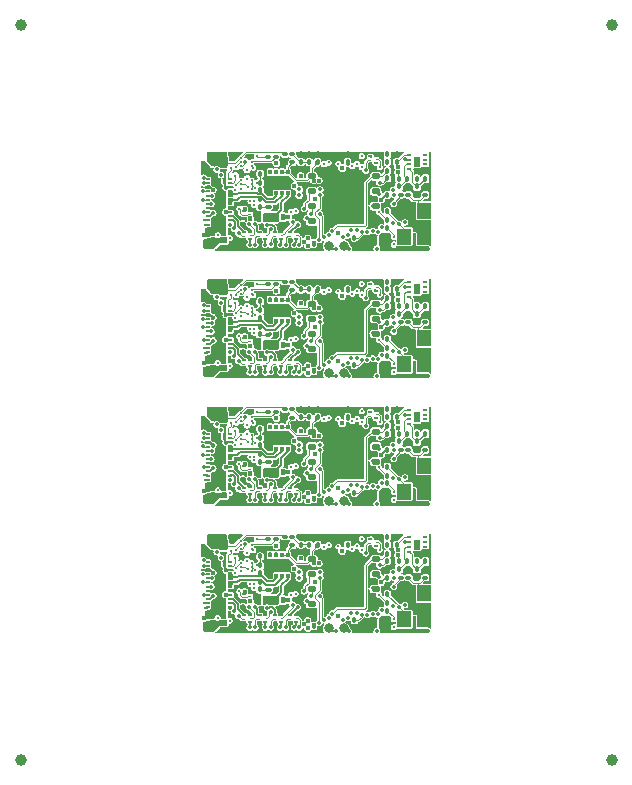
<source format=gbl>
G04 #@! TF.GenerationSoftware,KiCad,Pcbnew,9.0.0*
G04 #@! TF.CreationDate,2025-03-07T21:29:55-05:00*
G04 #@! TF.ProjectId,rp2350-decoder,72703233-3530-42d6-9465-636f6465722e,v0.0.3*
G04 #@! TF.SameCoordinates,Original*
G04 #@! TF.FileFunction,Copper,L6,Bot*
G04 #@! TF.FilePolarity,Positive*
%FSLAX46Y46*%
G04 Gerber Fmt 4.6, Leading zero omitted, Abs format (unit mm)*
G04 Created by KiCad (PCBNEW 9.0.0) date 2025-03-07 21:29:55*
%MOMM*%
%LPD*%
G01*
G04 APERTURE LIST*
G04 Aperture macros list*
%AMRoundRect*
0 Rectangle with rounded corners*
0 $1 Rounding radius*
0 $2 $3 $4 $5 $6 $7 $8 $9 X,Y pos of 4 corners*
0 Add a 4 corners polygon primitive as box body*
4,1,4,$2,$3,$4,$5,$6,$7,$8,$9,$2,$3,0*
0 Add four circle primitives for the rounded corners*
1,1,$1+$1,$2,$3*
1,1,$1+$1,$4,$5*
1,1,$1+$1,$6,$7*
1,1,$1+$1,$8,$9*
0 Add four rect primitives between the rounded corners*
20,1,$1+$1,$2,$3,$4,$5,0*
20,1,$1+$1,$4,$5,$6,$7,0*
20,1,$1+$1,$6,$7,$8,$9,0*
20,1,$1+$1,$8,$9,$2,$3,0*%
G04 Aperture macros list end*
G04 #@! TA.AperFunction,SMDPad,CuDef*
%ADD10R,0.280000X0.100000*%
G04 #@! TD*
G04 #@! TA.AperFunction,SMDPad,CuDef*
%ADD11R,0.350000X0.150000*%
G04 #@! TD*
G04 #@! TA.AperFunction,SMDPad,CuDef*
%ADD12RoundRect,0.100000X-0.100000X0.130000X-0.100000X-0.130000X0.100000X-0.130000X0.100000X0.130000X0*%
G04 #@! TD*
G04 #@! TA.AperFunction,SMDPad,CuDef*
%ADD13RoundRect,0.050000X0.050000X0.050000X-0.050000X0.050000X-0.050000X-0.050000X0.050000X-0.050000X0*%
G04 #@! TD*
G04 #@! TA.AperFunction,SMDPad,CuDef*
%ADD14RoundRect,0.100000X0.100000X-0.130000X0.100000X0.130000X-0.100000X0.130000X-0.100000X-0.130000X0*%
G04 #@! TD*
G04 #@! TA.AperFunction,SMDPad,CuDef*
%ADD15R,0.300000X0.450000*%
G04 #@! TD*
G04 #@! TA.AperFunction,SMDPad,CuDef*
%ADD16R,1.700000X0.900000*%
G04 #@! TD*
G04 #@! TA.AperFunction,SMDPad,CuDef*
%ADD17RoundRect,0.100000X-0.130000X-0.100000X0.130000X-0.100000X0.130000X0.100000X-0.130000X0.100000X0*%
G04 #@! TD*
G04 #@! TA.AperFunction,SMDPad,CuDef*
%ADD18RoundRect,0.100000X0.130000X0.100000X-0.130000X0.100000X-0.130000X-0.100000X0.130000X-0.100000X0*%
G04 #@! TD*
G04 #@! TA.AperFunction,SMDPad,CuDef*
%ADD19R,0.350000X0.600000*%
G04 #@! TD*
G04 #@! TA.AperFunction,SMDPad,CuDef*
%ADD20C,1.000000*%
G04 #@! TD*
G04 #@! TA.AperFunction,SMDPad,CuDef*
%ADD21R,1.200000X1.400000*%
G04 #@! TD*
G04 #@! TA.AperFunction,SMDPad,CuDef*
%ADD22C,0.800000*%
G04 #@! TD*
G04 #@! TA.AperFunction,SMDPad,CuDef*
%ADD23R,0.400000X0.200000*%
G04 #@! TD*
G04 #@! TA.AperFunction,SMDPad,CuDef*
%ADD24R,0.500000X0.900000*%
G04 #@! TD*
G04 #@! TA.AperFunction,SMDPad,CuDef*
%ADD25RoundRect,0.125000X0.250000X0.125000X-0.250000X0.125000X-0.250000X-0.125000X0.250000X-0.125000X0*%
G04 #@! TD*
G04 #@! TA.AperFunction,HeatsinkPad*
%ADD26R,3.400000X4.300000*%
G04 #@! TD*
G04 #@! TA.AperFunction,SMDPad,CuDef*
%ADD27RoundRect,0.225000X0.225000X0.250000X-0.225000X0.250000X-0.225000X-0.250000X0.225000X-0.250000X0*%
G04 #@! TD*
G04 #@! TA.AperFunction,SMDPad,CuDef*
%ADD28R,0.400000X0.180000*%
G04 #@! TD*
G04 #@! TA.AperFunction,SMDPad,CuDef*
%ADD29R,0.380000X0.400000*%
G04 #@! TD*
G04 #@! TA.AperFunction,ViaPad*
%ADD30C,0.400000*%
G04 #@! TD*
G04 #@! TA.AperFunction,ViaPad*
%ADD31C,0.450000*%
G04 #@! TD*
G04 #@! TA.AperFunction,ViaPad*
%ADD32C,0.300000*%
G04 #@! TD*
G04 #@! TA.AperFunction,ViaPad*
%ADD33C,0.350000*%
G04 #@! TD*
G04 #@! TA.AperFunction,Conductor*
%ADD34C,0.200000*%
G04 #@! TD*
G04 #@! TA.AperFunction,Conductor*
%ADD35C,0.120000*%
G04 #@! TD*
G04 #@! TA.AperFunction,Conductor*
%ADD36C,0.150000*%
G04 #@! TD*
G04 #@! TA.AperFunction,Conductor*
%ADD37C,0.110000*%
G04 #@! TD*
G04 #@! TA.AperFunction,Conductor*
%ADD38C,0.300000*%
G04 #@! TD*
G04 APERTURE END LIST*
D10*
G04 #@! TO.P,Q1,1,S1*
G04 #@! TO.N,Board_0-GND*
X40089896Y-14950000D03*
G04 #@! TO.P,Q1,2,G1*
G04 #@! TO.N,Board_0-Net-(Q1A-G1)*
X40089896Y-15250000D03*
D11*
G04 #@! TO.P,Q1,3,D2*
G04 #@! TO.N,Board_0-/CAP_ENABLE*
X40059896Y-15570000D03*
D10*
G04 #@! TO.P,Q1,4,S2*
G04 #@! TO.N,Board_0-GND*
X39549896Y-15650000D03*
G04 #@! TO.P,Q1,5,G2*
G04 #@! TO.N,Board_0-Net-(Q1B-G2)*
X39549896Y-15350000D03*
D11*
G04 #@! TO.P,Q1,6,D1*
G04 #@! TO.N,Board_0-/DCC_TTL*
X39579896Y-15020000D03*
G04 #@! TD*
D12*
G04 #@! TO.P,R19,1*
G04 #@! TO.N,Board_0-GND*
X30240000Y-15840000D03*
G04 #@! TO.P,R19,2*
G04 #@! TO.N,Board_0-/ADC_EMF_B*
X30240000Y-16480000D03*
G04 #@! TD*
G04 #@! TO.P,R18,1*
G04 #@! TO.N,Board_1-/ADC_EMF_B*
X30240000Y-28040000D03*
G04 #@! TO.P,R18,2*
G04 #@! TO.N,Board_1-/MOTOR_B*
X30240000Y-28680000D03*
G04 #@! TD*
D13*
G04 #@! TO.P,Q3,1,E1*
G04 #@! TO.N,Board_1-Net-(Q3A-B1)*
X29540000Y-27830000D03*
G04 #@! TO.P,Q3,2,B1*
X29540000Y-28180000D03*
G04 #@! TO.P,Q3,3,C2*
X29540000Y-28530000D03*
G04 #@! TO.P,Q3,4,E2*
G04 #@! TO.N,Board_1-Net-(Q3B-E2)*
X28640000Y-28530000D03*
G04 #@! TO.P,Q3,5,B2*
G04 #@! TO.N,Board_1-Net-(Q3B-B2)*
X28640000Y-28180000D03*
G04 #@! TO.P,Q3,6,C1*
G04 #@! TO.N,Board_1-/TRACK_RIGHT*
X28640000Y-27830000D03*
G04 #@! TD*
D14*
G04 #@! TO.P,C11,1*
G04 #@! TO.N,Board_0-+1V1*
X41009891Y-18277149D03*
G04 #@! TO.P,C11,2*
G04 #@! TO.N,Board_0-GND*
X41009891Y-17637149D03*
G04 #@! TD*
D13*
G04 #@! TO.P,Q4,1,E1*
G04 #@! TO.N,Board_1-GND*
X29520000Y-25940000D03*
G04 #@! TO.P,Q4,2,B1*
G04 #@! TO.N,Board_1-Net-(Q4A-B1)*
X29520000Y-26290000D03*
G04 #@! TO.P,Q4,3,C2*
G04 #@! TO.N,Board_1-Net-(Q3B-B2)*
X29520000Y-26640000D03*
G04 #@! TO.P,Q4,4,E2*
G04 #@! TO.N,Board_1-+3.3V*
X28620000Y-26640000D03*
G04 #@! TO.P,Q4,5,B2*
G04 #@! TO.N,Board_1-Net-(Q3B-E2)*
X28620000Y-26290000D03*
G04 #@! TO.P,Q4,6,C1*
G04 #@! TO.N,Board_1-/TRACK_LEFT*
X28620000Y-25940000D03*
G04 #@! TD*
D15*
G04 #@! TO.P,U6,1,VM*
G04 #@! TO.N,Board_3-/CAP_VDC*
X32590000Y-50550000D03*
G04 #@! TO.P,U6,2,OUT1*
G04 #@! TO.N,Board_3-/MOTOR_A*
X32090000Y-50550000D03*
G04 #@! TO.P,U6,3,OUT2*
G04 #@! TO.N,Board_3-/MOTOR_B*
X31590000Y-50550000D03*
G04 #@! TO.P,U6,4,GND*
G04 #@! TO.N,Board_3-GND*
X31090000Y-50550000D03*
G04 #@! TO.P,U6,5,IN2*
G04 #@! TO.N,Board_3-/GPIO26*
X31090000Y-48750000D03*
G04 #@! TO.P,U6,6,IN1*
G04 #@! TO.N,Board_3-/GPIO25*
X31590000Y-48750000D03*
G04 #@! TO.P,U6,7,nSLEEP*
G04 #@! TO.N,Board_3-+3.3V*
X32090000Y-48750000D03*
G04 #@! TO.P,U6,8,VCC*
X32590000Y-48750000D03*
D16*
G04 #@! TO.P,U6,9,GND*
G04 #@! TO.N,Board_3-GND*
X31840000Y-49650000D03*
G04 #@! TD*
D12*
G04 #@! TO.P,C16,1*
G04 #@! TO.N,Board_3-+3.3V*
X38220000Y-54280000D03*
G04 #@! TO.P,C16,2*
G04 #@! TO.N,Board_3-GND*
X38220000Y-54920000D03*
G04 #@! TD*
D10*
G04 #@! TO.P,Q6,1,S1*
G04 #@! TO.N,Board_2-GND*
X29410000Y-42980000D03*
G04 #@! TO.P,Q6,2,G1*
G04 #@! TO.N,Board_2-/GPIO7*
X29410000Y-43280000D03*
D11*
G04 #@! TO.P,Q6,3,D2*
G04 #@! TO.N,Board_2-/LAMP_FRONT*
X29380000Y-43600000D03*
D10*
G04 #@! TO.P,Q6,4,S2*
G04 #@! TO.N,Board_2-GND*
X28870000Y-43680000D03*
G04 #@! TO.P,Q6,5,G2*
G04 #@! TO.N,Board_2-/GPIO6*
X28870000Y-43380000D03*
D11*
G04 #@! TO.P,Q6,6,D1*
G04 #@! TO.N,Board_2-/LAMP_REAR*
X28900000Y-43050000D03*
G04 #@! TD*
D17*
G04 #@! TO.P,R12,1*
G04 #@! TO.N,Board_2-Net-(Q3A-B1)*
X30940000Y-36640000D03*
G04 #@! TO.P,R12,2*
G04 #@! TO.N,Board_2-Net-(Q4A-B1)*
X31580000Y-36640000D03*
G04 #@! TD*
D12*
G04 #@! TO.P,R6,1*
G04 #@! TO.N,Board_1-/QSPI_CS*
X41010000Y-27040000D03*
G04 #@! TO.P,R6,2*
G04 #@! TO.N,Board_1-Net-(R6-Pad2)*
X41010000Y-27680000D03*
G04 #@! TD*
D14*
G04 #@! TO.P,C13,1*
G04 #@! TO.N,Board_1-+3.3V*
X34780000Y-33190000D03*
G04 #@! TO.P,C13,2*
G04 #@! TO.N,Board_1-GND*
X34780000Y-32550000D03*
G04 #@! TD*
D18*
G04 #@! TO.P,R17,1*
G04 #@! TO.N,Board_2-GND*
X31590000Y-40910000D03*
G04 #@! TO.P,R17,2*
G04 #@! TO.N,Board_2-/ADC_EMF_A*
X30950000Y-40910000D03*
G04 #@! TD*
D14*
G04 #@! TO.P,R15,1*
G04 #@! TO.N,Board_0-Net-(D7-A)*
X41010000Y-15480000D03*
G04 #@! TO.P,R15,2*
G04 #@! TO.N,Board_0-Net-(U4-GPIO19)*
X41010000Y-14840000D03*
G04 #@! TD*
D12*
G04 #@! TO.P,R8,1*
G04 #@! TO.N,Board_3-GND*
X33710000Y-47240000D03*
G04 #@! TO.P,R8,2*
G04 #@! TO.N,Board_3-Net-(Q1A-G1)*
X33710000Y-47880000D03*
G04 #@! TD*
G04 #@! TO.P,R6,1*
G04 #@! TO.N,Board_2-/QSPI_CS*
X41010000Y-37840000D03*
G04 #@! TO.P,R6,2*
G04 #@! TO.N,Board_2-Net-(R6-Pad2)*
X41010000Y-38480000D03*
G04 #@! TD*
G04 #@! TO.P,R8,1*
G04 #@! TO.N,Board_0-GND*
X33710000Y-14840000D03*
G04 #@! TO.P,R8,2*
G04 #@! TO.N,Board_0-Net-(Q1A-G1)*
X33710000Y-15480000D03*
G04 #@! TD*
G04 #@! TO.P,R1,1*
G04 #@! TO.N,Board_1-VDC*
X43500000Y-27700000D03*
G04 #@! TO.P,R1,2*
G04 #@! TO.N,Board_1-/COMP_P*
X43500000Y-28340000D03*
G04 #@! TD*
D14*
G04 #@! TO.P,R15,1*
G04 #@! TO.N,Board_1-Net-(D7-A)*
X41010000Y-26280000D03*
G04 #@! TO.P,R15,2*
G04 #@! TO.N,Board_1-Net-(U4-GPIO19)*
X41010000Y-25640000D03*
G04 #@! TD*
G04 #@! TO.P,R15,1*
G04 #@! TO.N,Board_3-Net-(D7-A)*
X41010000Y-47880000D03*
G04 #@! TO.P,R15,2*
G04 #@! TO.N,Board_3-Net-(U4-GPIO19)*
X41010000Y-47240000D03*
G04 #@! TD*
D12*
G04 #@! TO.P,R3,1*
G04 #@! TO.N,Board_0-+3.3V*
X41980000Y-16900000D03*
G04 #@! TO.P,R3,2*
G04 #@! TO.N,Board_0-/COMP_N*
X41980000Y-17540000D03*
G04 #@! TD*
D19*
G04 #@! TO.P,D6,1,K*
G04 #@! TO.N,Board_2-/CAP_VDC*
X30775000Y-41770000D03*
G04 #@! TO.P,D6,2,A*
G04 #@! TO.N,Board_2-/CAP+*
X30125000Y-41770000D03*
G04 #@! TD*
D20*
G04 #@! TO.P,KiKit_FID_B_3,*
G04 #@! TO.N,*
X10000000Y-66150000D03*
G04 #@! TD*
D12*
G04 #@! TO.P,C16,1*
G04 #@! TO.N,Board_1-+3.3V*
X38220000Y-32680000D03*
G04 #@! TO.P,C16,2*
G04 #@! TO.N,Board_1-GND*
X38220000Y-33320000D03*
G04 #@! TD*
D13*
G04 #@! TO.P,Q3,1,E1*
G04 #@! TO.N,Board_3-Net-(Q3A-B1)*
X29540000Y-49430000D03*
G04 #@! TO.P,Q3,2,B1*
X29540000Y-49780000D03*
G04 #@! TO.P,Q3,3,C2*
X29540000Y-50130000D03*
G04 #@! TO.P,Q3,4,E2*
G04 #@! TO.N,Board_3-Net-(Q3B-E2)*
X28640000Y-50130000D03*
G04 #@! TO.P,Q3,5,B2*
G04 #@! TO.N,Board_3-Net-(Q3B-B2)*
X28640000Y-49780000D03*
G04 #@! TO.P,Q3,6,C1*
G04 #@! TO.N,Board_3-/TRACK_RIGHT*
X28640000Y-49430000D03*
G04 #@! TD*
D21*
G04 #@! TO.P,Y1,1,1*
G04 #@! TO.N,Board_2-/XIN*
X42440000Y-43400000D03*
G04 #@! TO.P,Y1,2,2*
G04 #@! TO.N,Board_2-GND*
X42440000Y-41200000D03*
G04 #@! TO.P,Y1,3,3*
G04 #@! TO.N,Board_2-Net-(C4-Pad1)*
X44140000Y-41200000D03*
G04 #@! TO.P,Y1,4,4*
G04 #@! TO.N,Board_2-GND*
X44140000Y-43400000D03*
G04 #@! TD*
D14*
G04 #@! TO.P,C21,1*
G04 #@! TO.N,Board_1-Net-(Q1A-G1)*
X34410000Y-26280000D03*
G04 #@! TO.P,C21,2*
G04 #@! TO.N,Board_1-GND*
X34410000Y-25640000D03*
G04 #@! TD*
G04 #@! TO.P,R16,1*
G04 #@! TO.N,Board_3-/ADC_EMF_A*
X30220000Y-51680000D03*
G04 #@! TO.P,R16,2*
G04 #@! TO.N,Board_3-/MOTOR_A*
X30220000Y-51040000D03*
G04 #@! TD*
G04 #@! TO.P,C12,1*
G04 #@! TO.N,Board_2-+3.3V*
X37650000Y-37080000D03*
G04 #@! TO.P,C12,2*
G04 #@! TO.N,Board_2-GND*
X37650000Y-36440000D03*
G04 #@! TD*
G04 #@! TO.P,C3,1*
G04 #@! TO.N,Board_3-+3.3V*
X35110000Y-47880000D03*
G04 #@! TO.P,C3,2*
G04 #@! TO.N,Board_3-GND*
X35110000Y-47240000D03*
G04 #@! TD*
G04 #@! TO.P,C6,1*
G04 #@! TO.N,Board_0-/XIN*
X41010000Y-19670000D03*
G04 #@! TO.P,C6,2*
G04 #@! TO.N,Board_0-GND*
X41010000Y-19030000D03*
G04 #@! TD*
D18*
G04 #@! TO.P,R5,1*
G04 #@! TO.N,Board_3-Net-(C4-Pad1)*
X42810000Y-50670000D03*
G04 #@! TO.P,R5,2*
G04 #@! TO.N,Board_3-/XOUT*
X42170000Y-50670000D03*
G04 #@! TD*
D14*
G04 #@! TO.P,C21,1*
G04 #@! TO.N,Board_0-Net-(Q1A-G1)*
X34410000Y-15480000D03*
G04 #@! TO.P,C21,2*
G04 #@! TO.N,Board_0-GND*
X34410000Y-14840000D03*
G04 #@! TD*
D13*
G04 #@! TO.P,Q3,1,E1*
G04 #@! TO.N,Board_0-Net-(Q3A-B1)*
X29540000Y-17030000D03*
G04 #@! TO.P,Q3,2,B1*
X29540000Y-17380000D03*
G04 #@! TO.P,Q3,3,C2*
X29540000Y-17730000D03*
G04 #@! TO.P,Q3,4,E2*
G04 #@! TO.N,Board_0-Net-(Q3B-E2)*
X28640000Y-17730000D03*
G04 #@! TO.P,Q3,5,B2*
G04 #@! TO.N,Board_0-Net-(Q3B-B2)*
X28640000Y-17380000D03*
G04 #@! TO.P,Q3,6,C1*
G04 #@! TO.N,Board_0-/TRACK_RIGHT*
X28640000Y-17030000D03*
G04 #@! TD*
D18*
G04 #@! TO.P,R7,1*
G04 #@! TO.N,Board_2-Net-(Q1A-G1)*
X32980000Y-36420000D03*
G04 #@! TO.P,R7,2*
G04 #@! TO.N,Board_2-/TRACK_LEFT*
X32340000Y-36420000D03*
G04 #@! TD*
D12*
G04 #@! TO.P,C1,1*
G04 #@! TO.N,Board_2-GND*
X41830000Y-36440000D03*
G04 #@! TO.P,C1,2*
G04 #@! TO.N,Board_2-+3.3V*
X41830000Y-37080000D03*
G04 #@! TD*
D14*
G04 #@! TO.P,C12,1*
G04 #@! TO.N,Board_1-+3.3V*
X37650000Y-26280000D03*
G04 #@! TO.P,C12,2*
G04 #@! TO.N,Board_1-GND*
X37650000Y-25640000D03*
G04 #@! TD*
D10*
G04 #@! TO.P,Q8,1,S1*
G04 #@! TO.N,Board_2-GND*
X33310000Y-42980000D03*
G04 #@! TO.P,Q8,2,G1*
G04 #@! TO.N,Board_2-/GPIO2*
X33310000Y-43280000D03*
D11*
G04 #@! TO.P,Q8,3,D2*
G04 #@! TO.N,Board_2-/AUX7 (VDC)*
X33280000Y-43600000D03*
D10*
G04 #@! TO.P,Q8,4,S2*
G04 #@! TO.N,Board_2-GND*
X32770000Y-43680000D03*
G04 #@! TO.P,Q8,5,G2*
G04 #@! TO.N,Board_2-/GPIO3*
X32770000Y-43380000D03*
D11*
G04 #@! TO.P,Q8,6,D1*
G04 #@! TO.N,Board_2-/AUX5 (VDC)*
X32800000Y-43050000D03*
G04 #@! TD*
D10*
G04 #@! TO.P,Q5,1,S1*
G04 #@! TO.N,Board_1-GND*
X30710000Y-32180000D03*
G04 #@! TO.P,Q5,2,G1*
G04 #@! TO.N,Board_1-/GPIO8*
X30710000Y-32480000D03*
D11*
G04 #@! TO.P,Q5,3,D2*
G04 #@! TO.N,Board_1-/AUX2 (VDC)*
X30680000Y-32800000D03*
D10*
G04 #@! TO.P,Q5,4,S2*
G04 #@! TO.N,Board_1-GND*
X30170000Y-32880000D03*
G04 #@! TO.P,Q5,5,G2*
G04 #@! TO.N,Board_1-/GPIO5*
X30170000Y-32580000D03*
D11*
G04 #@! TO.P,Q5,6,D1*
G04 #@! TO.N,Board_1-/AUX1 (VDC)*
X30200000Y-32250000D03*
G04 #@! TD*
D13*
G04 #@! TO.P,Q4,1,E1*
G04 #@! TO.N,Board_0-GND*
X29520000Y-15140000D03*
G04 #@! TO.P,Q4,2,B1*
G04 #@! TO.N,Board_0-Net-(Q4A-B1)*
X29520000Y-15490000D03*
G04 #@! TO.P,Q4,3,C2*
G04 #@! TO.N,Board_0-Net-(Q3B-B2)*
X29520000Y-15840000D03*
G04 #@! TO.P,Q4,4,E2*
G04 #@! TO.N,Board_0-+3.3V*
X28620000Y-15840000D03*
G04 #@! TO.P,Q4,5,B2*
G04 #@! TO.N,Board_0-Net-(Q3B-E2)*
X28620000Y-15490000D03*
G04 #@! TO.P,Q4,6,C1*
G04 #@! TO.N,Board_0-/TRACK_LEFT*
X28620000Y-15140000D03*
G04 #@! TD*
D22*
G04 #@! TO.P,J2,1,Pin_1*
G04 #@! TO.N,Board_1-/SWCLK*
X37330000Y-33380000D03*
G04 #@! TD*
D14*
G04 #@! TO.P,C12,1*
G04 #@! TO.N,Board_0-+3.3V*
X37650000Y-15480000D03*
G04 #@! TO.P,C12,2*
G04 #@! TO.N,Board_0-GND*
X37650000Y-14840000D03*
G04 #@! TD*
D10*
G04 #@! TO.P,Q7,1,S1*
G04 #@! TO.N,Board_2-GND*
X32010000Y-42980000D03*
G04 #@! TO.P,Q7,2,G1*
G04 #@! TO.N,Board_2-/GPIO9*
X32010000Y-43280000D03*
D11*
G04 #@! TO.P,Q7,3,D2*
G04 #@! TO.N,Board_2-/AUX8 (VDC)*
X31980000Y-43600000D03*
D10*
G04 #@! TO.P,Q7,4,S2*
G04 #@! TO.N,Board_2-GND*
X31470000Y-43680000D03*
G04 #@! TO.P,Q7,5,G2*
G04 #@! TO.N,Board_2-/GPIO4*
X31470000Y-43380000D03*
D11*
G04 #@! TO.P,Q7,6,D1*
G04 #@! TO.N,Board_2-/AUX6 (VDC)*
X31500000Y-43050000D03*
G04 #@! TD*
D13*
G04 #@! TO.P,Q4,1,E1*
G04 #@! TO.N,Board_2-GND*
X29520000Y-36740000D03*
G04 #@! TO.P,Q4,2,B1*
G04 #@! TO.N,Board_2-Net-(Q4A-B1)*
X29520000Y-37090000D03*
G04 #@! TO.P,Q4,3,C2*
G04 #@! TO.N,Board_2-Net-(Q3B-B2)*
X29520000Y-37440000D03*
G04 #@! TO.P,Q4,4,E2*
G04 #@! TO.N,Board_2-+3.3V*
X28620000Y-37440000D03*
G04 #@! TO.P,Q4,5,B2*
G04 #@! TO.N,Board_2-Net-(Q3B-E2)*
X28620000Y-37090000D03*
G04 #@! TO.P,Q4,6,C1*
G04 #@! TO.N,Board_2-/TRACK_LEFT*
X28620000Y-36740000D03*
G04 #@! TD*
D17*
G04 #@! TO.P,R12,1*
G04 #@! TO.N,Board_1-Net-(Q3A-B1)*
X30940000Y-25840000D03*
G04 #@! TO.P,R12,2*
G04 #@! TO.N,Board_1-Net-(Q4A-B1)*
X31580000Y-25840000D03*
G04 #@! TD*
D10*
G04 #@! TO.P,Q7,1,S1*
G04 #@! TO.N,Board_1-GND*
X32010000Y-32180000D03*
G04 #@! TO.P,Q7,2,G1*
G04 #@! TO.N,Board_1-/GPIO9*
X32010000Y-32480000D03*
D11*
G04 #@! TO.P,Q7,3,D2*
G04 #@! TO.N,Board_1-/AUX8 (VDC)*
X31980000Y-32800000D03*
D10*
G04 #@! TO.P,Q7,4,S2*
G04 #@! TO.N,Board_1-GND*
X31470000Y-32880000D03*
G04 #@! TO.P,Q7,5,G2*
G04 #@! TO.N,Board_1-/GPIO4*
X31470000Y-32580000D03*
D11*
G04 #@! TO.P,Q7,6,D1*
G04 #@! TO.N,Board_1-/AUX6 (VDC)*
X31500000Y-32250000D03*
G04 #@! TD*
D10*
G04 #@! TO.P,Q5,1,S1*
G04 #@! TO.N,Board_3-GND*
X30710000Y-53780000D03*
G04 #@! TO.P,Q5,2,G1*
G04 #@! TO.N,Board_3-/GPIO8*
X30710000Y-54080000D03*
D11*
G04 #@! TO.P,Q5,3,D2*
G04 #@! TO.N,Board_3-/AUX2 (VDC)*
X30680000Y-54400000D03*
D10*
G04 #@! TO.P,Q5,4,S2*
G04 #@! TO.N,Board_3-GND*
X30170000Y-54480000D03*
G04 #@! TO.P,Q5,5,G2*
G04 #@! TO.N,Board_3-/GPIO5*
X30170000Y-54180000D03*
D11*
G04 #@! TO.P,Q5,6,D1*
G04 #@! TO.N,Board_3-/AUX1 (VDC)*
X30200000Y-53850000D03*
G04 #@! TD*
D23*
G04 #@! TO.P,U1,1,OUT1*
G04 #@! TO.N,Board_2-unconnected-(U1-OUT1-Pad1)*
X44250000Y-36475000D03*
G04 #@! TO.P,U1,2,IN\u22121*
G04 #@! TO.N,Board_2-unconnected-(U1-IN\u22121-Pad2)*
X44250000Y-36875000D03*
G04 #@! TO.P,U1,3,IN+1*
G04 #@! TO.N,Board_2-unconnected-(U1-IN+1-Pad3)*
X44250000Y-37275000D03*
G04 #@! TO.P,U1,4,VEE*
G04 #@! TO.N,Board_2-GND*
X44250000Y-37675000D03*
G04 #@! TO.P,U1,5,IN+2*
G04 #@! TO.N,Board_2-/COMP_P*
X42850000Y-37675000D03*
G04 #@! TO.P,U1,6,IN\u22122*
G04 #@! TO.N,Board_2-/COMP_N*
X42850000Y-37275000D03*
G04 #@! TO.P,U1,7,OUT2*
G04 #@! TO.N,Board_2-Net-(Q1B-G2)*
X42850000Y-36875000D03*
G04 #@! TO.P,U1,8,VCC*
G04 #@! TO.N,Board_2-+3.3V*
X42850000Y-36475000D03*
D24*
G04 #@! TO.P,U1,9,EP*
G04 #@! TO.N,Board_2-unconnected-(U1-EP-Pad9)*
X43550000Y-37075000D03*
G04 #@! TD*
D25*
G04 #@! TO.P,U3,1,~{CS}*
G04 #@! TO.N,Board_3-/QSPI_CS*
X40030000Y-49105000D03*
G04 #@! TO.P,U3,2,DO(IO1)*
G04 #@! TO.N,Board_3-/QSPI_SD1*
X40030000Y-50375000D03*
G04 #@! TO.P,U3,3,IO2*
G04 #@! TO.N,Board_3-/QSPI_SD2*
X40030000Y-51645000D03*
G04 #@! TO.P,U3,4,GND*
G04 #@! TO.N,Board_3-GND*
X40030000Y-52915000D03*
G04 #@! TO.P,U3,5,DI(IO0)*
G04 #@! TO.N,Board_3-/QSPI_SD0*
X34630000Y-52915000D03*
G04 #@! TO.P,U3,6,CLK*
G04 #@! TO.N,Board_3-/QSPI_SCLK*
X34630000Y-51645000D03*
G04 #@! TO.P,U3,7,IO3*
G04 #@! TO.N,Board_3-/QSPI_SD3*
X34630000Y-50375000D03*
G04 #@! TO.P,U3,8,VCC*
G04 #@! TO.N,Board_3-+3.3V*
X34630000Y-49105000D03*
D26*
G04 #@! TO.P,U3,9,GND*
G04 #@! TO.N,Board_3-GND*
X37330000Y-51010000D03*
G04 #@! TD*
D14*
G04 #@! TO.P,C6,1*
G04 #@! TO.N,Board_3-/XIN*
X41010000Y-52070000D03*
G04 #@! TO.P,C6,2*
G04 #@! TO.N,Board_3-GND*
X41010000Y-51430000D03*
G04 #@! TD*
D12*
G04 #@! TO.P,R8,1*
G04 #@! TO.N,Board_2-GND*
X33710000Y-36440000D03*
G04 #@! TO.P,R8,2*
G04 #@! TO.N,Board_2-Net-(Q1A-G1)*
X33710000Y-37080000D03*
G04 #@! TD*
D13*
G04 #@! TO.P,Q4,1,E1*
G04 #@! TO.N,Board_3-GND*
X29520000Y-47540000D03*
G04 #@! TO.P,Q4,2,B1*
G04 #@! TO.N,Board_3-Net-(Q4A-B1)*
X29520000Y-47890000D03*
G04 #@! TO.P,Q4,3,C2*
G04 #@! TO.N,Board_3-Net-(Q3B-B2)*
X29520000Y-48240000D03*
G04 #@! TO.P,Q4,4,E2*
G04 #@! TO.N,Board_3-+3.3V*
X28620000Y-48240000D03*
G04 #@! TO.P,Q4,5,B2*
G04 #@! TO.N,Board_3-Net-(Q3B-E2)*
X28620000Y-47890000D03*
G04 #@! TO.P,Q4,6,C1*
G04 #@! TO.N,Board_3-/TRACK_LEFT*
X28620000Y-47540000D03*
G04 #@! TD*
D19*
G04 #@! TO.P,D5,1,K*
G04 #@! TO.N,Board_1-/CAP_VDC*
X31525000Y-30970000D03*
G04 #@! TO.P,D5,2,A*
G04 #@! TO.N,Board_1-VDC*
X32175000Y-30970000D03*
G04 #@! TD*
D10*
G04 #@! TO.P,Q1,1,S1*
G04 #@! TO.N,Board_1-GND*
X40089896Y-25750000D03*
G04 #@! TO.P,Q1,2,G1*
G04 #@! TO.N,Board_1-Net-(Q1A-G1)*
X40089896Y-26050000D03*
D11*
G04 #@! TO.P,Q1,3,D2*
G04 #@! TO.N,Board_1-/CAP_ENABLE*
X40059896Y-26370000D03*
D10*
G04 #@! TO.P,Q1,4,S2*
G04 #@! TO.N,Board_1-GND*
X39549896Y-26450000D03*
G04 #@! TO.P,Q1,5,G2*
G04 #@! TO.N,Board_1-Net-(Q1B-G2)*
X39549896Y-26150000D03*
D11*
G04 #@! TO.P,Q1,6,D1*
G04 #@! TO.N,Board_1-/DCC_TTL*
X39579896Y-25820000D03*
G04 #@! TD*
D15*
G04 #@! TO.P,U6,1,VM*
G04 #@! TO.N,Board_0-/CAP_VDC*
X32590000Y-18150000D03*
G04 #@! TO.P,U6,2,OUT1*
G04 #@! TO.N,Board_0-/MOTOR_A*
X32090000Y-18150000D03*
G04 #@! TO.P,U6,3,OUT2*
G04 #@! TO.N,Board_0-/MOTOR_B*
X31590000Y-18150000D03*
G04 #@! TO.P,U6,4,GND*
G04 #@! TO.N,Board_0-GND*
X31090000Y-18150000D03*
G04 #@! TO.P,U6,5,IN2*
G04 #@! TO.N,Board_0-/GPIO26*
X31090000Y-16350000D03*
G04 #@! TO.P,U6,6,IN1*
G04 #@! TO.N,Board_0-/GPIO25*
X31590000Y-16350000D03*
G04 #@! TO.P,U6,7,nSLEEP*
G04 #@! TO.N,Board_0-+3.3V*
X32090000Y-16350000D03*
G04 #@! TO.P,U6,8,VCC*
X32590000Y-16350000D03*
D16*
G04 #@! TO.P,U6,9,GND*
G04 #@! TO.N,Board_0-GND*
X31840000Y-17250000D03*
G04 #@! TD*
D10*
G04 #@! TO.P,Q8,1,S1*
G04 #@! TO.N,Board_3-GND*
X33310000Y-53780000D03*
G04 #@! TO.P,Q8,2,G1*
G04 #@! TO.N,Board_3-/GPIO2*
X33310000Y-54080000D03*
D11*
G04 #@! TO.P,Q8,3,D2*
G04 #@! TO.N,Board_3-/AUX7 (VDC)*
X33280000Y-54400000D03*
D10*
G04 #@! TO.P,Q8,4,S2*
G04 #@! TO.N,Board_3-GND*
X32770000Y-54480000D03*
G04 #@! TO.P,Q8,5,G2*
G04 #@! TO.N,Board_3-/GPIO3*
X32770000Y-54180000D03*
D11*
G04 #@! TO.P,Q8,6,D1*
G04 #@! TO.N,Board_3-/AUX5 (VDC)*
X32800000Y-53850000D03*
G04 #@! TD*
D18*
G04 #@! TO.P,C20,1*
G04 #@! TO.N,Board_1-+3.3V*
X32980000Y-26320000D03*
G04 #@! TO.P,C20,2*
G04 #@! TO.N,Board_1-GND*
X32340000Y-26320000D03*
G04 #@! TD*
D22*
G04 #@! TO.P,J1,1,Pin_1*
G04 #@! TO.N,Board_0-/SWDIO*
X36050000Y-22580000D03*
G04 #@! TD*
D20*
G04 #@! TO.P,KiKit_FID_B_4,*
G04 #@! TO.N,*
X60000000Y-66150000D03*
G04 #@! TD*
D22*
G04 #@! TO.P,J1,1,Pin_1*
G04 #@! TO.N,Board_3-/SWDIO*
X36050000Y-54980000D03*
G04 #@! TD*
D17*
G04 #@! TO.P,R12,1*
G04 #@! TO.N,Board_3-Net-(Q3A-B1)*
X30940000Y-47440000D03*
G04 #@! TO.P,R12,2*
G04 #@! TO.N,Board_3-Net-(Q4A-B1)*
X31580000Y-47440000D03*
G04 #@! TD*
D10*
G04 #@! TO.P,Q6,1,S1*
G04 #@! TO.N,Board_0-GND*
X29410000Y-21380000D03*
G04 #@! TO.P,Q6,2,G1*
G04 #@! TO.N,Board_0-/GPIO7*
X29410000Y-21680000D03*
D11*
G04 #@! TO.P,Q6,3,D2*
G04 #@! TO.N,Board_0-/LAMP_FRONT*
X29380000Y-22000000D03*
D10*
G04 #@! TO.P,Q6,4,S2*
G04 #@! TO.N,Board_0-GND*
X28870000Y-22080000D03*
G04 #@! TO.P,Q6,5,G2*
G04 #@! TO.N,Board_0-/GPIO6*
X28870000Y-21780000D03*
D11*
G04 #@! TO.P,Q6,6,D1*
G04 #@! TO.N,Board_0-/LAMP_REAR*
X28900000Y-21450000D03*
G04 #@! TD*
D12*
G04 #@! TO.P,C1,1*
G04 #@! TO.N,Board_3-GND*
X41830000Y-47240000D03*
G04 #@! TO.P,C1,2*
G04 #@! TO.N,Board_3-+3.3V*
X41830000Y-47880000D03*
G04 #@! TD*
D25*
G04 #@! TO.P,U3,1,~{CS}*
G04 #@! TO.N,Board_1-/QSPI_CS*
X40030000Y-27505000D03*
G04 #@! TO.P,U3,2,DO(IO1)*
G04 #@! TO.N,Board_1-/QSPI_SD1*
X40030000Y-28775000D03*
G04 #@! TO.P,U3,3,IO2*
G04 #@! TO.N,Board_1-/QSPI_SD2*
X40030000Y-30045000D03*
G04 #@! TO.P,U3,4,GND*
G04 #@! TO.N,Board_1-GND*
X40030000Y-31315000D03*
G04 #@! TO.P,U3,5,DI(IO0)*
G04 #@! TO.N,Board_1-/QSPI_SD0*
X34630000Y-31315000D03*
G04 #@! TO.P,U3,6,CLK*
G04 #@! TO.N,Board_1-/QSPI_SCLK*
X34630000Y-30045000D03*
G04 #@! TO.P,U3,7,IO3*
G04 #@! TO.N,Board_1-/QSPI_SD3*
X34630000Y-28775000D03*
G04 #@! TO.P,U3,8,VCC*
G04 #@! TO.N,Board_1-+3.3V*
X34630000Y-27505000D03*
D26*
G04 #@! TO.P,U3,9,GND*
G04 #@! TO.N,Board_1-GND*
X37330000Y-29410000D03*
G04 #@! TD*
D12*
G04 #@! TO.P,R19,1*
G04 #@! TO.N,Board_2-GND*
X30240000Y-37440000D03*
G04 #@! TO.P,R19,2*
G04 #@! TO.N,Board_2-/ADC_EMF_B*
X30240000Y-38080000D03*
G04 #@! TD*
G04 #@! TO.P,R1,1*
G04 #@! TO.N,Board_0-VDC*
X43500000Y-16900000D03*
G04 #@! TO.P,R1,2*
G04 #@! TO.N,Board_0-/COMP_P*
X43500000Y-17540000D03*
G04 #@! TD*
D19*
G04 #@! TO.P,D5,1,K*
G04 #@! TO.N,Board_3-/CAP_VDC*
X31525000Y-52570000D03*
G04 #@! TO.P,D5,2,A*
G04 #@! TO.N,Board_3-VDC*
X32175000Y-52570000D03*
G04 #@! TD*
D14*
G04 #@! TO.P,C3,1*
G04 #@! TO.N,Board_2-+3.3V*
X35110000Y-37080000D03*
G04 #@! TO.P,C3,2*
G04 #@! TO.N,Board_2-GND*
X35110000Y-36440000D03*
G04 #@! TD*
D27*
G04 #@! TO.P,C2,1*
G04 #@! TO.N,Board_3-/CAP_VDC*
X40825000Y-54600000D03*
G04 #@! TO.P,C2,2*
G04 #@! TO.N,Board_3-GND*
X39275000Y-54600000D03*
G04 #@! TD*
D12*
G04 #@! TO.P,R2,1*
G04 #@! TO.N,Board_3-/COMP_P*
X44230000Y-49300000D03*
G04 #@! TO.P,R2,2*
G04 #@! TO.N,Board_3-GND*
X44230000Y-49940000D03*
G04 #@! TD*
G04 #@! TO.P,R1,1*
G04 #@! TO.N,Board_3-VDC*
X43500000Y-49300000D03*
G04 #@! TO.P,R1,2*
G04 #@! TO.N,Board_3-/COMP_P*
X43500000Y-49940000D03*
G04 #@! TD*
G04 #@! TO.P,C5,1*
G04 #@! TO.N,Board_1-Net-(U2-BST)*
X41010000Y-31230000D03*
G04 #@! TO.P,C5,2*
G04 #@! TO.N,Board_1-/SWITCH*
X41010000Y-31870000D03*
G04 #@! TD*
D14*
G04 #@! TO.P,C21,1*
G04 #@! TO.N,Board_3-Net-(Q1A-G1)*
X34410000Y-47880000D03*
G04 #@! TO.P,C21,2*
G04 #@! TO.N,Board_3-GND*
X34410000Y-47240000D03*
G04 #@! TD*
D28*
G04 #@! TO.P,J3,1,1*
G04 #@! TO.N,Board_2-/SPEAKER_P*
X27700000Y-38520000D03*
G04 #@! TO.P,J3,2,2*
G04 #@! TO.N,Board_2-/SPEAKER_N*
X27700000Y-38870000D03*
G04 #@! TO.P,J3,3,3*
G04 #@! TO.N,Board_2-GND*
X27700000Y-39230000D03*
G04 #@! TO.P,J3,4,4*
G04 #@! TO.N,Board_2-/MOTOR_B*
X27700000Y-39580000D03*
G04 #@! TO.P,J3,5,5*
X27700000Y-39930000D03*
G04 #@! TO.P,J3,6,6*
G04 #@! TO.N,Board_2-/MOTOR_A*
X27700000Y-40280000D03*
G04 #@! TO.P,J3,7,7*
X27700000Y-40630000D03*
G04 #@! TO.P,J3,8,8*
G04 #@! TO.N,Board_2-/CAP+*
X27700000Y-40980000D03*
G04 #@! TO.P,J3,9,9*
G04 #@! TO.N,Board_2-/LAMP_FRONT*
X27700000Y-41330000D03*
G04 #@! TO.P,J3,10,10*
G04 #@! TO.N,Board_2-/LAMP_REAR*
X27700000Y-41680000D03*
G04 #@! TO.P,J3,11,11*
G04 #@! TO.N,Board_2-/AUX1 (VDC)*
X27700000Y-42030000D03*
G04 #@! TO.P,J3,12,12*
G04 #@! TO.N,Board_2-/AUX2 (VDC)*
X27700000Y-42380000D03*
G04 #@! TO.P,J3,13,13*
G04 #@! TO.N,Board_2-/AUX8 (VDC)*
X25800000Y-42380000D03*
G04 #@! TO.P,J3,14,14*
G04 #@! TO.N,Board_2-/AUX7 (VDC)*
X25800000Y-42030000D03*
G04 #@! TO.P,J3,15,15*
G04 #@! TO.N,Board_2-/AUX6 (VDC)*
X25800000Y-41680000D03*
G04 #@! TO.P,J3,16,16*
G04 #@! TO.N,Board_2-/AUX5 (VDC)*
X25800000Y-41330000D03*
G04 #@! TO.P,J3,17,17*
G04 #@! TO.N,Board_2-VDC*
X25800000Y-40980000D03*
G04 #@! TO.P,J3,18,18*
G04 #@! TO.N,Board_2-+3.3V*
X25800000Y-40630000D03*
G04 #@! TO.P,J3,19,19*
G04 #@! TO.N,Board_2-/AUX10*
X25800000Y-40280000D03*
G04 #@! TO.P,J3,20,20*
G04 #@! TO.N,Board_2-/AUX4*
X25800000Y-39930000D03*
G04 #@! TO.P,J3,21,21*
G04 #@! TO.N,Board_2-/AUX3*
X25800000Y-39580000D03*
G04 #@! TO.P,J3,22,22*
G04 #@! TO.N,Board_2-GND*
X25800000Y-39230000D03*
G04 #@! TO.P,J3,23,23*
G04 #@! TO.N,Board_2-/AUX11*
X25800000Y-38870000D03*
G04 #@! TO.P,J3,24,24*
G04 #@! TO.N,Board_2-/AUX12*
X25800000Y-38520000D03*
D29*
G04 #@! TO.P,J3,X1A,X1A*
G04 #@! TO.N,Board_2-/TRACK_LEFT*
X27230000Y-37250000D03*
G04 #@! TO.P,J3,X1B,X1B*
X26270000Y-37250000D03*
G04 #@! TO.P,J3,X2A,X2A*
G04 #@! TO.N,Board_2-/TRACK_RIGHT*
X27230000Y-43660000D03*
G04 #@! TO.P,J3,X2B,X2B*
X26270000Y-43660000D03*
G04 #@! TD*
D21*
G04 #@! TO.P,Y1,1,1*
G04 #@! TO.N,Board_3-/XIN*
X42440000Y-54200000D03*
G04 #@! TO.P,Y1,2,2*
G04 #@! TO.N,Board_3-GND*
X42440000Y-52000000D03*
G04 #@! TO.P,Y1,3,3*
G04 #@! TO.N,Board_3-Net-(C4-Pad1)*
X44140000Y-52000000D03*
G04 #@! TO.P,Y1,4,4*
G04 #@! TO.N,Board_3-GND*
X44140000Y-54200000D03*
G04 #@! TD*
D12*
G04 #@! TO.P,C1,1*
G04 #@! TO.N,Board_1-GND*
X41830000Y-25640000D03*
G04 #@! TO.P,C1,2*
G04 #@! TO.N,Board_1-+3.3V*
X41830000Y-26280000D03*
G04 #@! TD*
G04 #@! TO.P,R8,1*
G04 #@! TO.N,Board_1-GND*
X33710000Y-25640000D03*
G04 #@! TO.P,R8,2*
G04 #@! TO.N,Board_1-Net-(Q1A-G1)*
X33710000Y-26280000D03*
G04 #@! TD*
D22*
G04 #@! TO.P,J2,1,Pin_1*
G04 #@! TO.N,Board_0-/SWCLK*
X37330000Y-22580000D03*
G04 #@! TD*
D18*
G04 #@! TO.P,C4,1*
G04 #@! TO.N,Board_2-Net-(C4-Pad1)*
X44210000Y-39870000D03*
G04 #@! TO.P,C4,2*
G04 #@! TO.N,Board_2-GND*
X43570000Y-39870000D03*
G04 #@! TD*
D12*
G04 #@! TO.P,R1,1*
G04 #@! TO.N,Board_2-VDC*
X43500000Y-38500000D03*
G04 #@! TO.P,R1,2*
G04 #@! TO.N,Board_2-/COMP_P*
X43500000Y-39140000D03*
G04 #@! TD*
D19*
G04 #@! TO.P,D5,1,K*
G04 #@! TO.N,Board_2-/CAP_VDC*
X31525000Y-41770000D03*
G04 #@! TO.P,D5,2,A*
G04 #@! TO.N,Board_2-VDC*
X32175000Y-41770000D03*
G04 #@! TD*
D15*
G04 #@! TO.P,U6,1,VM*
G04 #@! TO.N,Board_1-/CAP_VDC*
X32590000Y-28950000D03*
G04 #@! TO.P,U6,2,OUT1*
G04 #@! TO.N,Board_1-/MOTOR_A*
X32090000Y-28950000D03*
G04 #@! TO.P,U6,3,OUT2*
G04 #@! TO.N,Board_1-/MOTOR_B*
X31590000Y-28950000D03*
G04 #@! TO.P,U6,4,GND*
G04 #@! TO.N,Board_1-GND*
X31090000Y-28950000D03*
G04 #@! TO.P,U6,5,IN2*
G04 #@! TO.N,Board_1-/GPIO26*
X31090000Y-27150000D03*
G04 #@! TO.P,U6,6,IN1*
G04 #@! TO.N,Board_1-/GPIO25*
X31590000Y-27150000D03*
G04 #@! TO.P,U6,7,nSLEEP*
G04 #@! TO.N,Board_1-+3.3V*
X32090000Y-27150000D03*
G04 #@! TO.P,U6,8,VCC*
X32590000Y-27150000D03*
D16*
G04 #@! TO.P,U6,9,GND*
G04 #@! TO.N,Board_1-GND*
X31840000Y-28050000D03*
G04 #@! TD*
D12*
G04 #@! TO.P,R4,1*
G04 #@! TO.N,Board_3-/COMP_N*
X42700000Y-49300000D03*
G04 #@! TO.P,R4,2*
G04 #@! TO.N,Board_3-GND*
X42700000Y-49940000D03*
G04 #@! TD*
D10*
G04 #@! TO.P,Q2,1,S1*
G04 #@! TO.N,Board_3-/CAP+*
X29420000Y-51950000D03*
G04 #@! TO.P,Q2,2,G1*
G04 #@! TO.N,Board_3-/CAP_ENABLE*
X29420000Y-52250000D03*
D11*
G04 #@! TO.P,Q2,3,D2*
G04 #@! TO.N,Board_3-/CAP_VDC*
X29390000Y-52570000D03*
D10*
G04 #@! TO.P,Q2,4,S2*
G04 #@! TO.N,Board_3-/CAP+*
X28880000Y-52650000D03*
G04 #@! TO.P,Q2,5,G2*
G04 #@! TO.N,Board_3-/CAP_ENABLE*
X28880000Y-52350000D03*
D11*
G04 #@! TO.P,Q2,6,D1*
G04 #@! TO.N,Board_3-/CAP_VDC*
X28910000Y-52020000D03*
G04 #@! TD*
D18*
G04 #@! TO.P,R17,1*
G04 #@! TO.N,Board_0-GND*
X31590000Y-19310000D03*
G04 #@! TO.P,R17,2*
G04 #@! TO.N,Board_0-/ADC_EMF_A*
X30950000Y-19310000D03*
G04 #@! TD*
D12*
G04 #@! TO.P,R3,1*
G04 #@! TO.N,Board_3-+3.3V*
X41980000Y-49300000D03*
G04 #@! TO.P,R3,2*
G04 #@! TO.N,Board_3-/COMP_N*
X41980000Y-49940000D03*
G04 #@! TD*
G04 #@! TO.P,R2,1*
G04 #@! TO.N,Board_1-/COMP_P*
X44230000Y-27700000D03*
G04 #@! TO.P,R2,2*
G04 #@! TO.N,Board_1-GND*
X44230000Y-28340000D03*
G04 #@! TD*
D14*
G04 #@! TO.P,C3,1*
G04 #@! TO.N,Board_0-+3.3V*
X35110000Y-15480000D03*
G04 #@! TO.P,C3,2*
G04 #@! TO.N,Board_0-GND*
X35110000Y-14840000D03*
G04 #@! TD*
D18*
G04 #@! TO.P,C4,1*
G04 #@! TO.N,Board_0-Net-(C4-Pad1)*
X44210000Y-18270000D03*
G04 #@! TO.P,C4,2*
G04 #@! TO.N,Board_0-GND*
X43570000Y-18270000D03*
G04 #@! TD*
G04 #@! TO.P,R7,1*
G04 #@! TO.N,Board_1-Net-(Q1A-G1)*
X32980000Y-25620000D03*
G04 #@! TO.P,R7,2*
G04 #@! TO.N,Board_1-/TRACK_LEFT*
X32340000Y-25620000D03*
G04 #@! TD*
D25*
G04 #@! TO.P,U3,1,~{CS}*
G04 #@! TO.N,Board_2-/QSPI_CS*
X40030000Y-38305000D03*
G04 #@! TO.P,U3,2,DO(IO1)*
G04 #@! TO.N,Board_2-/QSPI_SD1*
X40030000Y-39575000D03*
G04 #@! TO.P,U3,3,IO2*
G04 #@! TO.N,Board_2-/QSPI_SD2*
X40030000Y-40845000D03*
G04 #@! TO.P,U3,4,GND*
G04 #@! TO.N,Board_2-GND*
X40030000Y-42115000D03*
G04 #@! TO.P,U3,5,DI(IO0)*
G04 #@! TO.N,Board_2-/QSPI_SD0*
X34630000Y-42115000D03*
G04 #@! TO.P,U3,6,CLK*
G04 #@! TO.N,Board_2-/QSPI_SCLK*
X34630000Y-40845000D03*
G04 #@! TO.P,U3,7,IO3*
G04 #@! TO.N,Board_2-/QSPI_SD3*
X34630000Y-39575000D03*
G04 #@! TO.P,U3,8,VCC*
G04 #@! TO.N,Board_2-+3.3V*
X34630000Y-38305000D03*
D26*
G04 #@! TO.P,U3,9,GND*
G04 #@! TO.N,Board_2-GND*
X37330000Y-40210000D03*
G04 #@! TD*
D14*
G04 #@! TO.P,R16,1*
G04 #@! TO.N,Board_0-/ADC_EMF_A*
X30220000Y-19280000D03*
G04 #@! TO.P,R16,2*
G04 #@! TO.N,Board_0-/MOTOR_A*
X30220000Y-18640000D03*
G04 #@! TD*
D18*
G04 #@! TO.P,C20,1*
G04 #@! TO.N,Board_2-+3.3V*
X32980000Y-37120000D03*
G04 #@! TO.P,C20,2*
G04 #@! TO.N,Board_2-GND*
X32340000Y-37120000D03*
G04 #@! TD*
G04 #@! TO.P,R5,1*
G04 #@! TO.N,Board_1-Net-(C4-Pad1)*
X42810000Y-29070000D03*
G04 #@! TO.P,R5,2*
G04 #@! TO.N,Board_1-/XOUT*
X42170000Y-29070000D03*
G04 #@! TD*
D12*
G04 #@! TO.P,R18,1*
G04 #@! TO.N,Board_0-/ADC_EMF_B*
X30240000Y-17240000D03*
G04 #@! TO.P,R18,2*
G04 #@! TO.N,Board_0-/MOTOR_B*
X30240000Y-17880000D03*
G04 #@! TD*
D18*
G04 #@! TO.P,C4,1*
G04 #@! TO.N,Board_1-Net-(C4-Pad1)*
X44210000Y-29070000D03*
G04 #@! TO.P,C4,2*
G04 #@! TO.N,Board_1-GND*
X43570000Y-29070000D03*
G04 #@! TD*
D14*
G04 #@! TO.P,C13,1*
G04 #@! TO.N,Board_3-+3.3V*
X34780000Y-54790000D03*
G04 #@! TO.P,C13,2*
G04 #@! TO.N,Board_3-GND*
X34780000Y-54150000D03*
G04 #@! TD*
D12*
G04 #@! TO.P,R2,1*
G04 #@! TO.N,Board_0-/COMP_P*
X44230000Y-16900000D03*
G04 #@! TO.P,R2,2*
G04 #@! TO.N,Board_0-GND*
X44230000Y-17540000D03*
G04 #@! TD*
D17*
G04 #@! TO.P,R12,1*
G04 #@! TO.N,Board_0-Net-(Q3A-B1)*
X30940000Y-15040000D03*
G04 #@! TO.P,R12,2*
G04 #@! TO.N,Board_0-Net-(Q4A-B1)*
X31580000Y-15040000D03*
G04 #@! TD*
D22*
G04 #@! TO.P,J2,1,Pin_1*
G04 #@! TO.N,Board_3-/SWCLK*
X37330000Y-54980000D03*
G04 #@! TD*
D14*
G04 #@! TO.P,R16,1*
G04 #@! TO.N,Board_2-/ADC_EMF_A*
X30220000Y-40880000D03*
G04 #@! TO.P,R16,2*
G04 #@! TO.N,Board_2-/MOTOR_A*
X30220000Y-40240000D03*
G04 #@! TD*
D15*
G04 #@! TO.P,U6,1,VM*
G04 #@! TO.N,Board_2-/CAP_VDC*
X32590000Y-39750000D03*
G04 #@! TO.P,U6,2,OUT1*
G04 #@! TO.N,Board_2-/MOTOR_A*
X32090000Y-39750000D03*
G04 #@! TO.P,U6,3,OUT2*
G04 #@! TO.N,Board_2-/MOTOR_B*
X31590000Y-39750000D03*
G04 #@! TO.P,U6,4,GND*
G04 #@! TO.N,Board_2-GND*
X31090000Y-39750000D03*
G04 #@! TO.P,U6,5,IN2*
G04 #@! TO.N,Board_2-/GPIO26*
X31090000Y-37950000D03*
G04 #@! TO.P,U6,6,IN1*
G04 #@! TO.N,Board_2-/GPIO25*
X31590000Y-37950000D03*
G04 #@! TO.P,U6,7,nSLEEP*
G04 #@! TO.N,Board_2-+3.3V*
X32090000Y-37950000D03*
G04 #@! TO.P,U6,8,VCC*
X32590000Y-37950000D03*
D16*
G04 #@! TO.P,U6,9,GND*
G04 #@! TO.N,Board_2-GND*
X31840000Y-38850000D03*
G04 #@! TD*
D28*
G04 #@! TO.P,J3,1,1*
G04 #@! TO.N,Board_3-/SPEAKER_P*
X27700000Y-49320000D03*
G04 #@! TO.P,J3,2,2*
G04 #@! TO.N,Board_3-/SPEAKER_N*
X27700000Y-49670000D03*
G04 #@! TO.P,J3,3,3*
G04 #@! TO.N,Board_3-GND*
X27700000Y-50030000D03*
G04 #@! TO.P,J3,4,4*
G04 #@! TO.N,Board_3-/MOTOR_B*
X27700000Y-50380000D03*
G04 #@! TO.P,J3,5,5*
X27700000Y-50730000D03*
G04 #@! TO.P,J3,6,6*
G04 #@! TO.N,Board_3-/MOTOR_A*
X27700000Y-51080000D03*
G04 #@! TO.P,J3,7,7*
X27700000Y-51430000D03*
G04 #@! TO.P,J3,8,8*
G04 #@! TO.N,Board_3-/CAP+*
X27700000Y-51780000D03*
G04 #@! TO.P,J3,9,9*
G04 #@! TO.N,Board_3-/LAMP_FRONT*
X27700000Y-52130000D03*
G04 #@! TO.P,J3,10,10*
G04 #@! TO.N,Board_3-/LAMP_REAR*
X27700000Y-52480000D03*
G04 #@! TO.P,J3,11,11*
G04 #@! TO.N,Board_3-/AUX1 (VDC)*
X27700000Y-52830000D03*
G04 #@! TO.P,J3,12,12*
G04 #@! TO.N,Board_3-/AUX2 (VDC)*
X27700000Y-53180000D03*
G04 #@! TO.P,J3,13,13*
G04 #@! TO.N,Board_3-/AUX8 (VDC)*
X25800000Y-53180000D03*
G04 #@! TO.P,J3,14,14*
G04 #@! TO.N,Board_3-/AUX7 (VDC)*
X25800000Y-52830000D03*
G04 #@! TO.P,J3,15,15*
G04 #@! TO.N,Board_3-/AUX6 (VDC)*
X25800000Y-52480000D03*
G04 #@! TO.P,J3,16,16*
G04 #@! TO.N,Board_3-/AUX5 (VDC)*
X25800000Y-52130000D03*
G04 #@! TO.P,J3,17,17*
G04 #@! TO.N,Board_3-VDC*
X25800000Y-51780000D03*
G04 #@! TO.P,J3,18,18*
G04 #@! TO.N,Board_3-+3.3V*
X25800000Y-51430000D03*
G04 #@! TO.P,J3,19,19*
G04 #@! TO.N,Board_3-/AUX10*
X25800000Y-51080000D03*
G04 #@! TO.P,J3,20,20*
G04 #@! TO.N,Board_3-/AUX4*
X25800000Y-50730000D03*
G04 #@! TO.P,J3,21,21*
G04 #@! TO.N,Board_3-/AUX3*
X25800000Y-50380000D03*
G04 #@! TO.P,J3,22,22*
G04 #@! TO.N,Board_3-GND*
X25800000Y-50030000D03*
G04 #@! TO.P,J3,23,23*
G04 #@! TO.N,Board_3-/AUX11*
X25800000Y-49670000D03*
G04 #@! TO.P,J3,24,24*
G04 #@! TO.N,Board_3-/AUX12*
X25800000Y-49320000D03*
D29*
G04 #@! TO.P,J3,X1A,X1A*
G04 #@! TO.N,Board_3-/TRACK_LEFT*
X27230000Y-48050000D03*
G04 #@! TO.P,J3,X1B,X1B*
X26270000Y-48050000D03*
G04 #@! TO.P,J3,X2A,X2A*
G04 #@! TO.N,Board_3-/TRACK_RIGHT*
X27230000Y-54460000D03*
G04 #@! TO.P,J3,X2B,X2B*
X26270000Y-54460000D03*
G04 #@! TD*
D12*
G04 #@! TO.P,C1,1*
G04 #@! TO.N,Board_0-GND*
X41830000Y-14840000D03*
G04 #@! TO.P,C1,2*
G04 #@! TO.N,Board_0-+3.3V*
X41830000Y-15480000D03*
G04 #@! TD*
D28*
G04 #@! TO.P,J3,1,1*
G04 #@! TO.N,Board_0-/SPEAKER_P*
X27700000Y-16920000D03*
G04 #@! TO.P,J3,2,2*
G04 #@! TO.N,Board_0-/SPEAKER_N*
X27700000Y-17270000D03*
G04 #@! TO.P,J3,3,3*
G04 #@! TO.N,Board_0-GND*
X27700000Y-17630000D03*
G04 #@! TO.P,J3,4,4*
G04 #@! TO.N,Board_0-/MOTOR_B*
X27700000Y-17980000D03*
G04 #@! TO.P,J3,5,5*
X27700000Y-18330000D03*
G04 #@! TO.P,J3,6,6*
G04 #@! TO.N,Board_0-/MOTOR_A*
X27700000Y-18680000D03*
G04 #@! TO.P,J3,7,7*
X27700000Y-19030000D03*
G04 #@! TO.P,J3,8,8*
G04 #@! TO.N,Board_0-/CAP+*
X27700000Y-19380000D03*
G04 #@! TO.P,J3,9,9*
G04 #@! TO.N,Board_0-/LAMP_FRONT*
X27700000Y-19730000D03*
G04 #@! TO.P,J3,10,10*
G04 #@! TO.N,Board_0-/LAMP_REAR*
X27700000Y-20080000D03*
G04 #@! TO.P,J3,11,11*
G04 #@! TO.N,Board_0-/AUX1 (VDC)*
X27700000Y-20430000D03*
G04 #@! TO.P,J3,12,12*
G04 #@! TO.N,Board_0-/AUX2 (VDC)*
X27700000Y-20780000D03*
G04 #@! TO.P,J3,13,13*
G04 #@! TO.N,Board_0-/AUX8 (VDC)*
X25800000Y-20780000D03*
G04 #@! TO.P,J3,14,14*
G04 #@! TO.N,Board_0-/AUX7 (VDC)*
X25800000Y-20430000D03*
G04 #@! TO.P,J3,15,15*
G04 #@! TO.N,Board_0-/AUX6 (VDC)*
X25800000Y-20080000D03*
G04 #@! TO.P,J3,16,16*
G04 #@! TO.N,Board_0-/AUX5 (VDC)*
X25800000Y-19730000D03*
G04 #@! TO.P,J3,17,17*
G04 #@! TO.N,Board_0-VDC*
X25800000Y-19380000D03*
G04 #@! TO.P,J3,18,18*
G04 #@! TO.N,Board_0-+3.3V*
X25800000Y-19030000D03*
G04 #@! TO.P,J3,19,19*
G04 #@! TO.N,Board_0-/AUX10*
X25800000Y-18680000D03*
G04 #@! TO.P,J3,20,20*
G04 #@! TO.N,Board_0-/AUX4*
X25800000Y-18330000D03*
G04 #@! TO.P,J3,21,21*
G04 #@! TO.N,Board_0-/AUX3*
X25800000Y-17980000D03*
G04 #@! TO.P,J3,22,22*
G04 #@! TO.N,Board_0-GND*
X25800000Y-17630000D03*
G04 #@! TO.P,J3,23,23*
G04 #@! TO.N,Board_0-/AUX11*
X25800000Y-17270000D03*
G04 #@! TO.P,J3,24,24*
G04 #@! TO.N,Board_0-/AUX12*
X25800000Y-16920000D03*
D29*
G04 #@! TO.P,J3,X1A,X1A*
G04 #@! TO.N,Board_0-/TRACK_LEFT*
X27230000Y-15650000D03*
G04 #@! TO.P,J3,X1B,X1B*
X26270000Y-15650000D03*
G04 #@! TO.P,J3,X2A,X2A*
G04 #@! TO.N,Board_0-/TRACK_RIGHT*
X27230000Y-22060000D03*
G04 #@! TO.P,J3,X2B,X2B*
X26270000Y-22060000D03*
G04 #@! TD*
D12*
G04 #@! TO.P,R6,1*
G04 #@! TO.N,Board_3-/QSPI_CS*
X41010000Y-48640000D03*
G04 #@! TO.P,R6,2*
G04 #@! TO.N,Board_3-Net-(R6-Pad2)*
X41010000Y-49280000D03*
G04 #@! TD*
D19*
G04 #@! TO.P,D6,1,K*
G04 #@! TO.N,Board_0-/CAP_VDC*
X30775000Y-20170000D03*
G04 #@! TO.P,D6,2,A*
G04 #@! TO.N,Board_0-/CAP+*
X30125000Y-20170000D03*
G04 #@! TD*
D14*
G04 #@! TO.P,C6,1*
G04 #@! TO.N,Board_2-/XIN*
X41010000Y-41270000D03*
G04 #@! TO.P,C6,2*
G04 #@! TO.N,Board_2-GND*
X41010000Y-40630000D03*
G04 #@! TD*
D18*
G04 #@! TO.P,R5,1*
G04 #@! TO.N,Board_2-Net-(C4-Pad1)*
X42810000Y-39870000D03*
G04 #@! TO.P,R5,2*
G04 #@! TO.N,Board_2-/XOUT*
X42170000Y-39870000D03*
G04 #@! TD*
D12*
G04 #@! TO.P,R3,1*
G04 #@! TO.N,Board_1-+3.3V*
X41980000Y-27700000D03*
G04 #@! TO.P,R3,2*
G04 #@! TO.N,Board_1-/COMP_N*
X41980000Y-28340000D03*
G04 #@! TD*
D22*
G04 #@! TO.P,J1,1,Pin_1*
G04 #@! TO.N,Board_2-/SWDIO*
X36050000Y-44180000D03*
G04 #@! TD*
D10*
G04 #@! TO.P,Q2,1,S1*
G04 #@! TO.N,Board_1-/CAP+*
X29420000Y-30350000D03*
G04 #@! TO.P,Q2,2,G1*
G04 #@! TO.N,Board_1-/CAP_ENABLE*
X29420000Y-30650000D03*
D11*
G04 #@! TO.P,Q2,3,D2*
G04 #@! TO.N,Board_1-/CAP_VDC*
X29390000Y-30970000D03*
D10*
G04 #@! TO.P,Q2,4,S2*
G04 #@! TO.N,Board_1-/CAP+*
X28880000Y-31050000D03*
G04 #@! TO.P,Q2,5,G2*
G04 #@! TO.N,Board_1-/CAP_ENABLE*
X28880000Y-30750000D03*
D11*
G04 #@! TO.P,Q2,6,D1*
G04 #@! TO.N,Board_1-/CAP_VDC*
X28910000Y-30420000D03*
G04 #@! TD*
D12*
G04 #@! TO.P,C16,1*
G04 #@! TO.N,Board_2-+3.3V*
X38220000Y-43480000D03*
G04 #@! TO.P,C16,2*
G04 #@! TO.N,Board_2-GND*
X38220000Y-44120000D03*
G04 #@! TD*
D19*
G04 #@! TO.P,D6,1,K*
G04 #@! TO.N,Board_1-/CAP_VDC*
X30775000Y-30970000D03*
G04 #@! TO.P,D6,2,A*
G04 #@! TO.N,Board_1-/CAP+*
X30125000Y-30970000D03*
G04 #@! TD*
D27*
G04 #@! TO.P,C2,1*
G04 #@! TO.N,Board_2-/CAP_VDC*
X40825000Y-43800000D03*
G04 #@! TO.P,C2,2*
G04 #@! TO.N,Board_2-GND*
X39275000Y-43800000D03*
G04 #@! TD*
D18*
G04 #@! TO.P,R17,1*
G04 #@! TO.N,Board_3-GND*
X31590000Y-51710000D03*
G04 #@! TO.P,R17,2*
G04 #@! TO.N,Board_3-/ADC_EMF_A*
X30950000Y-51710000D03*
G04 #@! TD*
D12*
G04 #@! TO.P,C5,1*
G04 #@! TO.N,Board_3-Net-(U2-BST)*
X41010000Y-52830000D03*
G04 #@! TO.P,C5,2*
G04 #@! TO.N,Board_3-/SWITCH*
X41010000Y-53470000D03*
G04 #@! TD*
G04 #@! TO.P,R4,1*
G04 #@! TO.N,Board_0-/COMP_N*
X42700000Y-16900000D03*
G04 #@! TO.P,R4,2*
G04 #@! TO.N,Board_0-GND*
X42700000Y-17540000D03*
G04 #@! TD*
D19*
G04 #@! TO.P,D6,1,K*
G04 #@! TO.N,Board_3-/CAP_VDC*
X30775000Y-52570000D03*
G04 #@! TO.P,D6,2,A*
G04 #@! TO.N,Board_3-/CAP+*
X30125000Y-52570000D03*
G04 #@! TD*
D12*
G04 #@! TO.P,R6,1*
G04 #@! TO.N,Board_0-/QSPI_CS*
X41010000Y-16240000D03*
G04 #@! TO.P,R6,2*
G04 #@! TO.N,Board_0-Net-(R6-Pad2)*
X41010000Y-16880000D03*
G04 #@! TD*
G04 #@! TO.P,C16,1*
G04 #@! TO.N,Board_0-+3.3V*
X38220000Y-21880000D03*
G04 #@! TO.P,C16,2*
G04 #@! TO.N,Board_0-GND*
X38220000Y-22520000D03*
G04 #@! TD*
D14*
G04 #@! TO.P,C12,1*
G04 #@! TO.N,Board_3-+3.3V*
X37650000Y-47880000D03*
G04 #@! TO.P,C12,2*
G04 #@! TO.N,Board_3-GND*
X37650000Y-47240000D03*
G04 #@! TD*
D18*
G04 #@! TO.P,C20,1*
G04 #@! TO.N,Board_3-+3.3V*
X32980000Y-47920000D03*
G04 #@! TO.P,C20,2*
G04 #@! TO.N,Board_3-GND*
X32340000Y-47920000D03*
G04 #@! TD*
D12*
G04 #@! TO.P,R19,1*
G04 #@! TO.N,Board_3-GND*
X30240000Y-48240000D03*
G04 #@! TO.P,R19,2*
G04 #@! TO.N,Board_3-/ADC_EMF_B*
X30240000Y-48880000D03*
G04 #@! TD*
D14*
G04 #@! TO.P,C13,1*
G04 #@! TO.N,Board_2-+3.3V*
X34780000Y-43990000D03*
G04 #@! TO.P,C13,2*
G04 #@! TO.N,Board_2-GND*
X34780000Y-43350000D03*
G04 #@! TD*
D23*
G04 #@! TO.P,U1,1,OUT1*
G04 #@! TO.N,Board_0-unconnected-(U1-OUT1-Pad1)*
X44250000Y-14875000D03*
G04 #@! TO.P,U1,2,IN\u22121*
G04 #@! TO.N,Board_0-unconnected-(U1-IN\u22121-Pad2)*
X44250000Y-15275000D03*
G04 #@! TO.P,U1,3,IN+1*
G04 #@! TO.N,Board_0-unconnected-(U1-IN+1-Pad3)*
X44250000Y-15675000D03*
G04 #@! TO.P,U1,4,VEE*
G04 #@! TO.N,Board_0-GND*
X44250000Y-16075000D03*
G04 #@! TO.P,U1,5,IN+2*
G04 #@! TO.N,Board_0-/COMP_P*
X42850000Y-16075000D03*
G04 #@! TO.P,U1,6,IN\u22122*
G04 #@! TO.N,Board_0-/COMP_N*
X42850000Y-15675000D03*
G04 #@! TO.P,U1,7,OUT2*
G04 #@! TO.N,Board_0-Net-(Q1B-G2)*
X42850000Y-15275000D03*
G04 #@! TO.P,U1,8,VCC*
G04 #@! TO.N,Board_0-+3.3V*
X42850000Y-14875000D03*
D24*
G04 #@! TO.P,U1,9,EP*
G04 #@! TO.N,Board_0-unconnected-(U1-EP-Pad9)*
X43550000Y-15475000D03*
G04 #@! TD*
D12*
G04 #@! TO.P,C5,1*
G04 #@! TO.N,Board_2-Net-(U2-BST)*
X41010000Y-42030000D03*
G04 #@! TO.P,C5,2*
G04 #@! TO.N,Board_2-/SWITCH*
X41010000Y-42670000D03*
G04 #@! TD*
D10*
G04 #@! TO.P,Q6,1,S1*
G04 #@! TO.N,Board_1-GND*
X29410000Y-32180000D03*
G04 #@! TO.P,Q6,2,G1*
G04 #@! TO.N,Board_1-/GPIO7*
X29410000Y-32480000D03*
D11*
G04 #@! TO.P,Q6,3,D2*
G04 #@! TO.N,Board_1-/LAMP_FRONT*
X29380000Y-32800000D03*
D10*
G04 #@! TO.P,Q6,4,S2*
G04 #@! TO.N,Board_1-GND*
X28870000Y-32880000D03*
G04 #@! TO.P,Q6,5,G2*
G04 #@! TO.N,Board_1-/GPIO6*
X28870000Y-32580000D03*
D11*
G04 #@! TO.P,Q6,6,D1*
G04 #@! TO.N,Board_1-/LAMP_REAR*
X28900000Y-32250000D03*
G04 #@! TD*
D10*
G04 #@! TO.P,Q7,1,S1*
G04 #@! TO.N,Board_3-GND*
X32010000Y-53780000D03*
G04 #@! TO.P,Q7,2,G1*
G04 #@! TO.N,Board_3-/GPIO9*
X32010000Y-54080000D03*
D11*
G04 #@! TO.P,Q7,3,D2*
G04 #@! TO.N,Board_3-/AUX8 (VDC)*
X31980000Y-54400000D03*
D10*
G04 #@! TO.P,Q7,4,S2*
G04 #@! TO.N,Board_3-GND*
X31470000Y-54480000D03*
G04 #@! TO.P,Q7,5,G2*
G04 #@! TO.N,Board_3-/GPIO4*
X31470000Y-54180000D03*
D11*
G04 #@! TO.P,Q7,6,D1*
G04 #@! TO.N,Board_3-/AUX6 (VDC)*
X31500000Y-53850000D03*
G04 #@! TD*
D18*
G04 #@! TO.P,R7,1*
G04 #@! TO.N,Board_3-Net-(Q1A-G1)*
X32980000Y-47220000D03*
G04 #@! TO.P,R7,2*
G04 #@! TO.N,Board_3-/TRACK_LEFT*
X32340000Y-47220000D03*
G04 #@! TD*
D12*
G04 #@! TO.P,C5,1*
G04 #@! TO.N,Board_0-Net-(U2-BST)*
X41010000Y-20430000D03*
G04 #@! TO.P,C5,2*
G04 #@! TO.N,Board_0-/SWITCH*
X41010000Y-21070000D03*
G04 #@! TD*
D14*
G04 #@! TO.P,C6,1*
G04 #@! TO.N,Board_1-/XIN*
X41010000Y-30470000D03*
G04 #@! TO.P,C6,2*
G04 #@! TO.N,Board_1-GND*
X41010000Y-29830000D03*
G04 #@! TD*
G04 #@! TO.P,C11,1*
G04 #@! TO.N,Board_2-+1V1*
X41009891Y-39877149D03*
G04 #@! TO.P,C11,2*
G04 #@! TO.N,Board_2-GND*
X41009891Y-39237149D03*
G04 #@! TD*
D12*
G04 #@! TO.P,R4,1*
G04 #@! TO.N,Board_2-/COMP_N*
X42700000Y-38500000D03*
G04 #@! TO.P,R4,2*
G04 #@! TO.N,Board_2-GND*
X42700000Y-39140000D03*
G04 #@! TD*
D10*
G04 #@! TO.P,Q2,1,S1*
G04 #@! TO.N,Board_0-/CAP+*
X29420000Y-19550000D03*
G04 #@! TO.P,Q2,2,G1*
G04 #@! TO.N,Board_0-/CAP_ENABLE*
X29420000Y-19850000D03*
D11*
G04 #@! TO.P,Q2,3,D2*
G04 #@! TO.N,Board_0-/CAP_VDC*
X29390000Y-20170000D03*
D10*
G04 #@! TO.P,Q2,4,S2*
G04 #@! TO.N,Board_0-/CAP+*
X28880000Y-20250000D03*
G04 #@! TO.P,Q2,5,G2*
G04 #@! TO.N,Board_0-/CAP_ENABLE*
X28880000Y-19950000D03*
D11*
G04 #@! TO.P,Q2,6,D1*
G04 #@! TO.N,Board_0-/CAP_VDC*
X28910000Y-19620000D03*
G04 #@! TD*
D18*
G04 #@! TO.P,C20,1*
G04 #@! TO.N,Board_0-+3.3V*
X32980000Y-15520000D03*
G04 #@! TO.P,C20,2*
G04 #@! TO.N,Board_0-GND*
X32340000Y-15520000D03*
G04 #@! TD*
D21*
G04 #@! TO.P,Y1,1,1*
G04 #@! TO.N,Board_0-/XIN*
X42440000Y-21800000D03*
G04 #@! TO.P,Y1,2,2*
G04 #@! TO.N,Board_0-GND*
X42440000Y-19600000D03*
G04 #@! TO.P,Y1,3,3*
G04 #@! TO.N,Board_0-Net-(C4-Pad1)*
X44140000Y-19600000D03*
G04 #@! TO.P,Y1,4,4*
G04 #@! TO.N,Board_0-GND*
X44140000Y-21800000D03*
G04 #@! TD*
D10*
G04 #@! TO.P,Q2,1,S1*
G04 #@! TO.N,Board_2-/CAP+*
X29420000Y-41150000D03*
G04 #@! TO.P,Q2,2,G1*
G04 #@! TO.N,Board_2-/CAP_ENABLE*
X29420000Y-41450000D03*
D11*
G04 #@! TO.P,Q2,3,D2*
G04 #@! TO.N,Board_2-/CAP_VDC*
X29390000Y-41770000D03*
D10*
G04 #@! TO.P,Q2,4,S2*
G04 #@! TO.N,Board_2-/CAP+*
X28880000Y-41850000D03*
G04 #@! TO.P,Q2,5,G2*
G04 #@! TO.N,Board_2-/CAP_ENABLE*
X28880000Y-41550000D03*
D11*
G04 #@! TO.P,Q2,6,D1*
G04 #@! TO.N,Board_2-/CAP_VDC*
X28910000Y-41220000D03*
G04 #@! TD*
D27*
G04 #@! TO.P,C2,1*
G04 #@! TO.N,Board_0-/CAP_VDC*
X40825000Y-22200000D03*
G04 #@! TO.P,C2,2*
G04 #@! TO.N,Board_0-GND*
X39275000Y-22200000D03*
G04 #@! TD*
D14*
G04 #@! TO.P,R16,1*
G04 #@! TO.N,Board_1-/ADC_EMF_A*
X30220000Y-30080000D03*
G04 #@! TO.P,R16,2*
G04 #@! TO.N,Board_1-/MOTOR_A*
X30220000Y-29440000D03*
G04 #@! TD*
D10*
G04 #@! TO.P,Q8,1,S1*
G04 #@! TO.N,Board_1-GND*
X33310000Y-32180000D03*
G04 #@! TO.P,Q8,2,G1*
G04 #@! TO.N,Board_1-/GPIO2*
X33310000Y-32480000D03*
D11*
G04 #@! TO.P,Q8,3,D2*
G04 #@! TO.N,Board_1-/AUX7 (VDC)*
X33280000Y-32800000D03*
D10*
G04 #@! TO.P,Q8,4,S2*
G04 #@! TO.N,Board_1-GND*
X32770000Y-32880000D03*
G04 #@! TO.P,Q8,5,G2*
G04 #@! TO.N,Board_1-/GPIO3*
X32770000Y-32580000D03*
D11*
G04 #@! TO.P,Q8,6,D1*
G04 #@! TO.N,Board_1-/AUX5 (VDC)*
X32800000Y-32250000D03*
G04 #@! TD*
D12*
G04 #@! TO.P,R2,1*
G04 #@! TO.N,Board_2-/COMP_P*
X44230000Y-38500000D03*
G04 #@! TO.P,R2,2*
G04 #@! TO.N,Board_2-GND*
X44230000Y-39140000D03*
G04 #@! TD*
D10*
G04 #@! TO.P,Q7,1,S1*
G04 #@! TO.N,Board_0-GND*
X32010000Y-21380000D03*
G04 #@! TO.P,Q7,2,G1*
G04 #@! TO.N,Board_0-/GPIO9*
X32010000Y-21680000D03*
D11*
G04 #@! TO.P,Q7,3,D2*
G04 #@! TO.N,Board_0-/AUX8 (VDC)*
X31980000Y-22000000D03*
D10*
G04 #@! TO.P,Q7,4,S2*
G04 #@! TO.N,Board_0-GND*
X31470000Y-22080000D03*
G04 #@! TO.P,Q7,5,G2*
G04 #@! TO.N,Board_0-/GPIO4*
X31470000Y-21780000D03*
D11*
G04 #@! TO.P,Q7,6,D1*
G04 #@! TO.N,Board_0-/AUX6 (VDC)*
X31500000Y-21450000D03*
G04 #@! TD*
D10*
G04 #@! TO.P,Q1,1,S1*
G04 #@! TO.N,Board_2-GND*
X40089896Y-36550000D03*
G04 #@! TO.P,Q1,2,G1*
G04 #@! TO.N,Board_2-Net-(Q1A-G1)*
X40089896Y-36850000D03*
D11*
G04 #@! TO.P,Q1,3,D2*
G04 #@! TO.N,Board_2-/CAP_ENABLE*
X40059896Y-37170000D03*
D10*
G04 #@! TO.P,Q1,4,S2*
G04 #@! TO.N,Board_2-GND*
X39549896Y-37250000D03*
G04 #@! TO.P,Q1,5,G2*
G04 #@! TO.N,Board_2-Net-(Q1B-G2)*
X39549896Y-36950000D03*
D11*
G04 #@! TO.P,Q1,6,D1*
G04 #@! TO.N,Board_2-/DCC_TTL*
X39579896Y-36620000D03*
G04 #@! TD*
D10*
G04 #@! TO.P,Q5,1,S1*
G04 #@! TO.N,Board_0-GND*
X30710000Y-21380000D03*
G04 #@! TO.P,Q5,2,G1*
G04 #@! TO.N,Board_0-/GPIO8*
X30710000Y-21680000D03*
D11*
G04 #@! TO.P,Q5,3,D2*
G04 #@! TO.N,Board_0-/AUX2 (VDC)*
X30680000Y-22000000D03*
D10*
G04 #@! TO.P,Q5,4,S2*
G04 #@! TO.N,Board_0-GND*
X30170000Y-22080000D03*
G04 #@! TO.P,Q5,5,G2*
G04 #@! TO.N,Board_0-/GPIO5*
X30170000Y-21780000D03*
D11*
G04 #@! TO.P,Q5,6,D1*
G04 #@! TO.N,Board_0-/AUX1 (VDC)*
X30200000Y-21450000D03*
G04 #@! TD*
D25*
G04 #@! TO.P,U3,1,~{CS}*
G04 #@! TO.N,Board_0-/QSPI_CS*
X40030000Y-16705000D03*
G04 #@! TO.P,U3,2,DO(IO1)*
G04 #@! TO.N,Board_0-/QSPI_SD1*
X40030000Y-17975000D03*
G04 #@! TO.P,U3,3,IO2*
G04 #@! TO.N,Board_0-/QSPI_SD2*
X40030000Y-19245000D03*
G04 #@! TO.P,U3,4,GND*
G04 #@! TO.N,Board_0-GND*
X40030000Y-20515000D03*
G04 #@! TO.P,U3,5,DI(IO0)*
G04 #@! TO.N,Board_0-/QSPI_SD0*
X34630000Y-20515000D03*
G04 #@! TO.P,U3,6,CLK*
G04 #@! TO.N,Board_0-/QSPI_SCLK*
X34630000Y-19245000D03*
G04 #@! TO.P,U3,7,IO3*
G04 #@! TO.N,Board_0-/QSPI_SD3*
X34630000Y-17975000D03*
G04 #@! TO.P,U3,8,VCC*
G04 #@! TO.N,Board_0-+3.3V*
X34630000Y-16705000D03*
D26*
G04 #@! TO.P,U3,9,GND*
G04 #@! TO.N,Board_0-GND*
X37330000Y-18610000D03*
G04 #@! TD*
D19*
G04 #@! TO.P,D5,1,K*
G04 #@! TO.N,Board_0-/CAP_VDC*
X31525000Y-20170000D03*
G04 #@! TO.P,D5,2,A*
G04 #@! TO.N,Board_0-VDC*
X32175000Y-20170000D03*
G04 #@! TD*
D14*
G04 #@! TO.P,C3,1*
G04 #@! TO.N,Board_1-+3.3V*
X35110000Y-26280000D03*
G04 #@! TO.P,C3,2*
G04 #@! TO.N,Board_1-GND*
X35110000Y-25640000D03*
G04 #@! TD*
D12*
G04 #@! TO.P,R19,1*
G04 #@! TO.N,Board_1-GND*
X30240000Y-26640000D03*
G04 #@! TO.P,R19,2*
G04 #@! TO.N,Board_1-/ADC_EMF_B*
X30240000Y-27280000D03*
G04 #@! TD*
D13*
G04 #@! TO.P,Q3,1,E1*
G04 #@! TO.N,Board_2-Net-(Q3A-B1)*
X29540000Y-38630000D03*
G04 #@! TO.P,Q3,2,B1*
X29540000Y-38980000D03*
G04 #@! TO.P,Q3,3,C2*
X29540000Y-39330000D03*
G04 #@! TO.P,Q3,4,E2*
G04 #@! TO.N,Board_2-Net-(Q3B-E2)*
X28640000Y-39330000D03*
G04 #@! TO.P,Q3,5,B2*
G04 #@! TO.N,Board_2-Net-(Q3B-B2)*
X28640000Y-38980000D03*
G04 #@! TO.P,Q3,6,C1*
G04 #@! TO.N,Board_2-/TRACK_RIGHT*
X28640000Y-38630000D03*
G04 #@! TD*
D18*
G04 #@! TO.P,R17,1*
G04 #@! TO.N,Board_1-GND*
X31590000Y-30110000D03*
G04 #@! TO.P,R17,2*
G04 #@! TO.N,Board_1-/ADC_EMF_A*
X30950000Y-30110000D03*
G04 #@! TD*
D14*
G04 #@! TO.P,C21,1*
G04 #@! TO.N,Board_2-Net-(Q1A-G1)*
X34410000Y-37080000D03*
G04 #@! TO.P,C21,2*
G04 #@! TO.N,Board_2-GND*
X34410000Y-36440000D03*
G04 #@! TD*
D18*
G04 #@! TO.P,R5,1*
G04 #@! TO.N,Board_0-Net-(C4-Pad1)*
X42810000Y-18270000D03*
G04 #@! TO.P,R5,2*
G04 #@! TO.N,Board_0-/XOUT*
X42170000Y-18270000D03*
G04 #@! TD*
D22*
G04 #@! TO.P,J2,1,Pin_1*
G04 #@! TO.N,Board_2-/SWCLK*
X37330000Y-44180000D03*
G04 #@! TD*
D10*
G04 #@! TO.P,Q8,1,S1*
G04 #@! TO.N,Board_0-GND*
X33310000Y-21380000D03*
G04 #@! TO.P,Q8,2,G1*
G04 #@! TO.N,Board_0-/GPIO2*
X33310000Y-21680000D03*
D11*
G04 #@! TO.P,Q8,3,D2*
G04 #@! TO.N,Board_0-/AUX7 (VDC)*
X33280000Y-22000000D03*
D10*
G04 #@! TO.P,Q8,4,S2*
G04 #@! TO.N,Board_0-GND*
X32770000Y-22080000D03*
G04 #@! TO.P,Q8,5,G2*
G04 #@! TO.N,Board_0-/GPIO3*
X32770000Y-21780000D03*
D11*
G04 #@! TO.P,Q8,6,D1*
G04 #@! TO.N,Board_0-/AUX5 (VDC)*
X32800000Y-21450000D03*
G04 #@! TD*
D23*
G04 #@! TO.P,U1,1,OUT1*
G04 #@! TO.N,Board_3-unconnected-(U1-OUT1-Pad1)*
X44250000Y-47275000D03*
G04 #@! TO.P,U1,2,IN\u22121*
G04 #@! TO.N,Board_3-unconnected-(U1-IN\u22121-Pad2)*
X44250000Y-47675000D03*
G04 #@! TO.P,U1,3,IN+1*
G04 #@! TO.N,Board_3-unconnected-(U1-IN+1-Pad3)*
X44250000Y-48075000D03*
G04 #@! TO.P,U1,4,VEE*
G04 #@! TO.N,Board_3-GND*
X44250000Y-48475000D03*
G04 #@! TO.P,U1,5,IN+2*
G04 #@! TO.N,Board_3-/COMP_P*
X42850000Y-48475000D03*
G04 #@! TO.P,U1,6,IN\u22122*
G04 #@! TO.N,Board_3-/COMP_N*
X42850000Y-48075000D03*
G04 #@! TO.P,U1,7,OUT2*
G04 #@! TO.N,Board_3-Net-(Q1B-G2)*
X42850000Y-47675000D03*
G04 #@! TO.P,U1,8,VCC*
G04 #@! TO.N,Board_3-+3.3V*
X42850000Y-47275000D03*
D24*
G04 #@! TO.P,U1,9,EP*
G04 #@! TO.N,Board_3-unconnected-(U1-EP-Pad9)*
X43550000Y-47875000D03*
G04 #@! TD*
D10*
G04 #@! TO.P,Q5,1,S1*
G04 #@! TO.N,Board_2-GND*
X30710000Y-42980000D03*
G04 #@! TO.P,Q5,2,G1*
G04 #@! TO.N,Board_2-/GPIO8*
X30710000Y-43280000D03*
D11*
G04 #@! TO.P,Q5,3,D2*
G04 #@! TO.N,Board_2-/AUX2 (VDC)*
X30680000Y-43600000D03*
D10*
G04 #@! TO.P,Q5,4,S2*
G04 #@! TO.N,Board_2-GND*
X30170000Y-43680000D03*
G04 #@! TO.P,Q5,5,G2*
G04 #@! TO.N,Board_2-/GPIO5*
X30170000Y-43380000D03*
D11*
G04 #@! TO.P,Q5,6,D1*
G04 #@! TO.N,Board_2-/AUX1 (VDC)*
X30200000Y-43050000D03*
G04 #@! TD*
D14*
G04 #@! TO.P,C11,1*
G04 #@! TO.N,Board_3-+1V1*
X41009891Y-50677149D03*
G04 #@! TO.P,C11,2*
G04 #@! TO.N,Board_3-GND*
X41009891Y-50037149D03*
G04 #@! TD*
D12*
G04 #@! TO.P,R4,1*
G04 #@! TO.N,Board_1-/COMP_N*
X42700000Y-27700000D03*
G04 #@! TO.P,R4,2*
G04 #@! TO.N,Board_1-GND*
X42700000Y-28340000D03*
G04 #@! TD*
D23*
G04 #@! TO.P,U1,1,OUT1*
G04 #@! TO.N,Board_1-unconnected-(U1-OUT1-Pad1)*
X44250000Y-25675000D03*
G04 #@! TO.P,U1,2,IN\u22121*
G04 #@! TO.N,Board_1-unconnected-(U1-IN\u22121-Pad2)*
X44250000Y-26075000D03*
G04 #@! TO.P,U1,3,IN+1*
G04 #@! TO.N,Board_1-unconnected-(U1-IN+1-Pad3)*
X44250000Y-26475000D03*
G04 #@! TO.P,U1,4,VEE*
G04 #@! TO.N,Board_1-GND*
X44250000Y-26875000D03*
G04 #@! TO.P,U1,5,IN+2*
G04 #@! TO.N,Board_1-/COMP_P*
X42850000Y-26875000D03*
G04 #@! TO.P,U1,6,IN\u22122*
G04 #@! TO.N,Board_1-/COMP_N*
X42850000Y-26475000D03*
G04 #@! TO.P,U1,7,OUT2*
G04 #@! TO.N,Board_1-Net-(Q1B-G2)*
X42850000Y-26075000D03*
G04 #@! TO.P,U1,8,VCC*
G04 #@! TO.N,Board_1-+3.3V*
X42850000Y-25675000D03*
D24*
G04 #@! TO.P,U1,9,EP*
G04 #@! TO.N,Board_1-unconnected-(U1-EP-Pad9)*
X43550000Y-26275000D03*
G04 #@! TD*
D21*
G04 #@! TO.P,Y1,1,1*
G04 #@! TO.N,Board_1-/XIN*
X42440000Y-32600000D03*
G04 #@! TO.P,Y1,2,2*
G04 #@! TO.N,Board_1-GND*
X42440000Y-30400000D03*
G04 #@! TO.P,Y1,3,3*
G04 #@! TO.N,Board_1-Net-(C4-Pad1)*
X44140000Y-30400000D03*
G04 #@! TO.P,Y1,4,4*
G04 #@! TO.N,Board_1-GND*
X44140000Y-32600000D03*
G04 #@! TD*
D14*
G04 #@! TO.P,C13,1*
G04 #@! TO.N,Board_0-+3.3V*
X34780000Y-22390000D03*
G04 #@! TO.P,C13,2*
G04 #@! TO.N,Board_0-GND*
X34780000Y-21750000D03*
G04 #@! TD*
D28*
G04 #@! TO.P,J3,1,1*
G04 #@! TO.N,Board_1-/SPEAKER_P*
X27700000Y-27720000D03*
G04 #@! TO.P,J3,2,2*
G04 #@! TO.N,Board_1-/SPEAKER_N*
X27700000Y-28070000D03*
G04 #@! TO.P,J3,3,3*
G04 #@! TO.N,Board_1-GND*
X27700000Y-28430000D03*
G04 #@! TO.P,J3,4,4*
G04 #@! TO.N,Board_1-/MOTOR_B*
X27700000Y-28780000D03*
G04 #@! TO.P,J3,5,5*
X27700000Y-29130000D03*
G04 #@! TO.P,J3,6,6*
G04 #@! TO.N,Board_1-/MOTOR_A*
X27700000Y-29480000D03*
G04 #@! TO.P,J3,7,7*
X27700000Y-29830000D03*
G04 #@! TO.P,J3,8,8*
G04 #@! TO.N,Board_1-/CAP+*
X27700000Y-30180000D03*
G04 #@! TO.P,J3,9,9*
G04 #@! TO.N,Board_1-/LAMP_FRONT*
X27700000Y-30530000D03*
G04 #@! TO.P,J3,10,10*
G04 #@! TO.N,Board_1-/LAMP_REAR*
X27700000Y-30880000D03*
G04 #@! TO.P,J3,11,11*
G04 #@! TO.N,Board_1-/AUX1 (VDC)*
X27700000Y-31230000D03*
G04 #@! TO.P,J3,12,12*
G04 #@! TO.N,Board_1-/AUX2 (VDC)*
X27700000Y-31580000D03*
G04 #@! TO.P,J3,13,13*
G04 #@! TO.N,Board_1-/AUX8 (VDC)*
X25800000Y-31580000D03*
G04 #@! TO.P,J3,14,14*
G04 #@! TO.N,Board_1-/AUX7 (VDC)*
X25800000Y-31230000D03*
G04 #@! TO.P,J3,15,15*
G04 #@! TO.N,Board_1-/AUX6 (VDC)*
X25800000Y-30880000D03*
G04 #@! TO.P,J3,16,16*
G04 #@! TO.N,Board_1-/AUX5 (VDC)*
X25800000Y-30530000D03*
G04 #@! TO.P,J3,17,17*
G04 #@! TO.N,Board_1-VDC*
X25800000Y-30180000D03*
G04 #@! TO.P,J3,18,18*
G04 #@! TO.N,Board_1-+3.3V*
X25800000Y-29830000D03*
G04 #@! TO.P,J3,19,19*
G04 #@! TO.N,Board_1-/AUX10*
X25800000Y-29480000D03*
G04 #@! TO.P,J3,20,20*
G04 #@! TO.N,Board_1-/AUX4*
X25800000Y-29130000D03*
G04 #@! TO.P,J3,21,21*
G04 #@! TO.N,Board_1-/AUX3*
X25800000Y-28780000D03*
G04 #@! TO.P,J3,22,22*
G04 #@! TO.N,Board_1-GND*
X25800000Y-28430000D03*
G04 #@! TO.P,J3,23,23*
G04 #@! TO.N,Board_1-/AUX11*
X25800000Y-28070000D03*
G04 #@! TO.P,J3,24,24*
G04 #@! TO.N,Board_1-/AUX12*
X25800000Y-27720000D03*
D29*
G04 #@! TO.P,J3,X1A,X1A*
G04 #@! TO.N,Board_1-/TRACK_LEFT*
X27230000Y-26450000D03*
G04 #@! TO.P,J3,X1B,X1B*
X26270000Y-26450000D03*
G04 #@! TO.P,J3,X2A,X2A*
G04 #@! TO.N,Board_1-/TRACK_RIGHT*
X27230000Y-32860000D03*
G04 #@! TO.P,J3,X2B,X2B*
X26270000Y-32860000D03*
G04 #@! TD*
D14*
G04 #@! TO.P,C11,1*
G04 #@! TO.N,Board_1-+1V1*
X41009891Y-29077149D03*
G04 #@! TO.P,C11,2*
G04 #@! TO.N,Board_1-GND*
X41009891Y-28437149D03*
G04 #@! TD*
D27*
G04 #@! TO.P,C2,1*
G04 #@! TO.N,Board_1-/CAP_VDC*
X40825000Y-33000000D03*
G04 #@! TO.P,C2,2*
G04 #@! TO.N,Board_1-GND*
X39275000Y-33000000D03*
G04 #@! TD*
D18*
G04 #@! TO.P,C4,1*
G04 #@! TO.N,Board_3-Net-(C4-Pad1)*
X44210000Y-50670000D03*
G04 #@! TO.P,C4,2*
G04 #@! TO.N,Board_3-GND*
X43570000Y-50670000D03*
G04 #@! TD*
D12*
G04 #@! TO.P,R18,1*
G04 #@! TO.N,Board_2-/ADC_EMF_B*
X30240000Y-38840000D03*
G04 #@! TO.P,R18,2*
G04 #@! TO.N,Board_2-/MOTOR_B*
X30240000Y-39480000D03*
G04 #@! TD*
D10*
G04 #@! TO.P,Q6,1,S1*
G04 #@! TO.N,Board_3-GND*
X29410000Y-53780000D03*
G04 #@! TO.P,Q6,2,G1*
G04 #@! TO.N,Board_3-/GPIO7*
X29410000Y-54080000D03*
D11*
G04 #@! TO.P,Q6,3,D2*
G04 #@! TO.N,Board_3-/LAMP_FRONT*
X29380000Y-54400000D03*
D10*
G04 #@! TO.P,Q6,4,S2*
G04 #@! TO.N,Board_3-GND*
X28870000Y-54480000D03*
G04 #@! TO.P,Q6,5,G2*
G04 #@! TO.N,Board_3-/GPIO6*
X28870000Y-54180000D03*
D11*
G04 #@! TO.P,Q6,6,D1*
G04 #@! TO.N,Board_3-/LAMP_REAR*
X28900000Y-53850000D03*
G04 #@! TD*
D12*
G04 #@! TO.P,R3,1*
G04 #@! TO.N,Board_2-+3.3V*
X41980000Y-38500000D03*
G04 #@! TO.P,R3,2*
G04 #@! TO.N,Board_2-/COMP_N*
X41980000Y-39140000D03*
G04 #@! TD*
D18*
G04 #@! TO.P,R7,1*
G04 #@! TO.N,Board_0-Net-(Q1A-G1)*
X32980000Y-14820000D03*
G04 #@! TO.P,R7,2*
G04 #@! TO.N,Board_0-/TRACK_LEFT*
X32340000Y-14820000D03*
G04 #@! TD*
D20*
G04 #@! TO.P,KiKit_FID_B_1,*
G04 #@! TO.N,*
X10000000Y-3850000D03*
G04 #@! TD*
D22*
G04 #@! TO.P,J1,1,Pin_1*
G04 #@! TO.N,Board_1-/SWDIO*
X36050000Y-33380000D03*
G04 #@! TD*
D20*
G04 #@! TO.P,KiKit_FID_B_2,*
G04 #@! TO.N,*
X60000000Y-3850000D03*
G04 #@! TD*
D14*
G04 #@! TO.P,R15,1*
G04 #@! TO.N,Board_2-Net-(D7-A)*
X41010000Y-37080000D03*
G04 #@! TO.P,R15,2*
G04 #@! TO.N,Board_2-Net-(U4-GPIO19)*
X41010000Y-36440000D03*
G04 #@! TD*
D12*
G04 #@! TO.P,R18,1*
G04 #@! TO.N,Board_3-/ADC_EMF_B*
X30240000Y-49640000D03*
G04 #@! TO.P,R18,2*
G04 #@! TO.N,Board_3-/MOTOR_B*
X30240000Y-50280000D03*
G04 #@! TD*
D10*
G04 #@! TO.P,Q1,1,S1*
G04 #@! TO.N,Board_3-GND*
X40089896Y-47350000D03*
G04 #@! TO.P,Q1,2,G1*
G04 #@! TO.N,Board_3-Net-(Q1A-G1)*
X40089896Y-47650000D03*
D11*
G04 #@! TO.P,Q1,3,D2*
G04 #@! TO.N,Board_3-/CAP_ENABLE*
X40059896Y-47970000D03*
D10*
G04 #@! TO.P,Q1,4,S2*
G04 #@! TO.N,Board_3-GND*
X39549896Y-48050000D03*
G04 #@! TO.P,Q1,5,G2*
G04 #@! TO.N,Board_3-Net-(Q1B-G2)*
X39549896Y-47750000D03*
D11*
G04 #@! TO.P,Q1,6,D1*
G04 #@! TO.N,Board_3-/DCC_TTL*
X39579896Y-47420000D03*
G04 #@! TD*
D30*
G04 #@! TO.N,Board_0-+1V1*
X40523512Y-18662299D03*
X33137753Y-17510000D03*
D31*
X36839999Y-21500918D03*
X37193630Y-16020000D03*
D32*
G04 #@! TO.N,Board_0-+3.3V*
X41579998Y-22470000D03*
D30*
X35040000Y-15590000D03*
D33*
X37664998Y-15631603D03*
D32*
X29742565Y-18820594D03*
X29430000Y-18820594D03*
D31*
X41925310Y-16370000D03*
X34905000Y-18637629D03*
D33*
X26116727Y-19029999D03*
D30*
X35225003Y-17054681D03*
D32*
X29760000Y-19149812D03*
D30*
X34790000Y-17054681D03*
D33*
X29004999Y-15453100D03*
D30*
X34795876Y-22301616D03*
D33*
X38861864Y-21440000D03*
D31*
X41930000Y-15900000D03*
D33*
G04 #@! TO.N,Board_0-/ADC_EMF_A*
X31069689Y-19285000D03*
D32*
X36045109Y-15527811D03*
G04 #@! TO.N,Board_0-/ADC_EMF_B*
X35650000Y-15660000D03*
X29999998Y-17240000D03*
D33*
G04 #@! TO.N,Board_0-/AUX1 (VDC)*
X28049682Y-21112875D03*
X29783744Y-20751049D03*
G04 #@! TO.N,Board_0-/AUX10*
X40233762Y-21385539D03*
X25446911Y-18682963D03*
G04 #@! TO.N,Board_0-/AUX11*
X25483273Y-17275001D03*
X35240000Y-22090000D03*
X35331048Y-18270000D03*
G04 #@! TO.N,Board_0-/AUX12*
X35640548Y-21860052D03*
X35329779Y-17809999D03*
X35301420Y-19857140D03*
X25465589Y-16815339D03*
G04 #@! TO.N,Board_0-/AUX2 (VDC)*
X30680490Y-22491285D03*
X27697827Y-20805002D03*
G04 #@! TO.N,Board_0-/AUX3*
X41484168Y-20665001D03*
X25440000Y-17960000D03*
G04 #@! TO.N,Board_0-/AUX4*
X40525000Y-21029476D03*
X26140000Y-18324999D03*
G04 #@! TO.N,Board_0-/AUX5 (VDC)*
X25483272Y-19730001D03*
X33413367Y-20788993D03*
G04 #@! TO.N,Board_0-/AUX6 (VDC)*
X26285002Y-19810000D03*
X30840512Y-20809075D03*
G04 #@! TO.N,Board_0-/AUX7 (VDC)*
X33115000Y-22480618D03*
D32*
X25461706Y-20421916D03*
G04 #@! TO.N,Board_0-/AUX8 (VDC)*
X25578276Y-20814998D03*
D33*
X31950272Y-22496027D03*
D32*
G04 #@! TO.N,Board_0-/CAP_ENABLE*
X40010002Y-15560002D03*
X33263670Y-19636760D03*
X28477797Y-19429999D03*
D31*
G04 #@! TO.N,Board_0-/CAP_VDC*
X31563761Y-20025000D03*
D30*
X28936486Y-19464706D03*
X34270978Y-21926318D03*
D33*
X43550000Y-22815000D03*
D30*
X29412811Y-20291065D03*
D33*
X44030000Y-22815000D03*
X43080002Y-22815000D03*
D30*
X33994594Y-22236824D03*
D31*
X31097548Y-20027548D03*
D30*
X34271288Y-22558073D03*
D33*
X44480000Y-22815000D03*
D32*
G04 #@! TO.N,Board_0-/DCC_TTL*
X39650000Y-15039998D03*
D33*
G04 #@! TO.N,Board_0-/GPIO2*
X36054998Y-21660000D03*
X33574953Y-22487256D03*
G04 #@! TO.N,Board_0-/GPIO25*
X31590000Y-16314998D03*
D32*
X38050423Y-15833283D03*
G04 #@! TO.N,Board_0-/GPIO26*
X36864998Y-15630000D03*
D33*
X31090000Y-16314998D03*
G04 #@! TO.N,Board_0-/GPIO3*
X32410273Y-22495000D03*
G04 #@! TO.N,Board_0-/GPIO4*
X37225002Y-21845000D03*
X31140000Y-22470000D03*
G04 #@! TO.N,Board_0-/GPIO5*
X37654998Y-21680000D03*
X29840000Y-22495000D03*
G04 #@! TO.N,Board_0-/GPIO6*
X37972471Y-21275000D03*
X28420440Y-21520000D03*
G04 #@! TO.N,Board_0-/GPIO7*
X29309791Y-20765000D03*
X38432474Y-21275000D03*
G04 #@! TO.N,Board_0-/GPIO8*
X39322270Y-21430974D03*
X31137676Y-21160211D03*
G04 #@! TO.N,Board_0-/GPIO9*
X33011245Y-20565611D03*
X39776964Y-21331333D03*
D32*
G04 #@! TO.N,Board_0-/I2S_BCLK*
X38850000Y-14990000D03*
D33*
X26576207Y-16110234D03*
G04 #@! TO.N,Board_0-/I2S_DIN*
X26927070Y-16585026D03*
D32*
X38867602Y-15910002D03*
G04 #@! TO.N,Board_0-/I2S_LRCLK*
X38470000Y-15620000D03*
X28162033Y-17865990D03*
D30*
G04 #@! TO.N,Board_0-/LAMP_FRONT*
X27329953Y-19729607D03*
D33*
X29380000Y-22495000D03*
G04 #@! TO.N,Board_0-/QSPI_CS*
X36363597Y-21318871D03*
G04 #@! TO.N,Board_0-/QSPI_SCLK*
X34516345Y-19865000D03*
G04 #@! TO.N,Board_0-/QSPI_SD0*
X34200000Y-20250000D03*
G04 #@! TO.N,Board_0-/QSPI_SD1*
X40354998Y-18191895D03*
G04 #@! TO.N,Board_0-/QSPI_SD2*
X39778751Y-19173548D03*
G04 #@! TO.N,Board_0-/QSPI_SD3*
X33970535Y-19435002D03*
D32*
G04 #@! TO.N,Board_0-/RC_TX*
X27684502Y-21929998D03*
D33*
X40130000Y-22815000D03*
D32*
G04 #@! TO.N,Board_0-/SPEAKER_N*
X28162747Y-16635001D03*
G04 #@! TO.N,Board_0-/SPEAKER_P*
X27743733Y-15980000D03*
D33*
G04 #@! TO.N,Board_0-/SWCLK*
X37750223Y-22814818D03*
X41615282Y-18281398D03*
G04 #@! TO.N,Board_0-/SWDIO*
X41488075Y-17839337D03*
X36682903Y-22815001D03*
D32*
G04 #@! TO.N,Board_0-/SWITCH*
X41579998Y-21802983D03*
D31*
G04 #@! TO.N,Board_0-/TRACK_LEFT*
X26524766Y-15120000D03*
X26040000Y-15139998D03*
G04 #@! TO.N,Board_0-/TRACK_RIGHT*
X26200000Y-22680000D03*
X25660000Y-22660000D03*
D32*
X28236337Y-17462780D03*
G04 #@! TO.N,Board_0-/USB_N*
X29150240Y-16894543D03*
D33*
X33566495Y-18288884D03*
G04 #@! TO.N,Board_0-/USB_P*
X33566336Y-17813219D03*
D32*
X29139556Y-16158100D03*
D33*
G04 #@! TO.N,Board_0-/XIN*
X42012433Y-20754738D03*
G04 #@! TO.N,Board_0-/XOUT*
X41554999Y-19032844D03*
G04 #@! TO.N,Board_0-GND*
X32340000Y-15520000D03*
D31*
X30375000Y-21039998D03*
D30*
X32460588Y-19152550D03*
D33*
X38640000Y-22815000D03*
D31*
X38600000Y-17530000D03*
D33*
X39560000Y-15935002D03*
D30*
X27715002Y-14810000D03*
D33*
X39030126Y-22800377D03*
X27341019Y-17648462D03*
D31*
X27865149Y-22722121D03*
D33*
X39430125Y-22800376D03*
X39624514Y-17293391D03*
D31*
X44340000Y-16260000D03*
D30*
X32876180Y-19004709D03*
D33*
X36420350Y-15747859D03*
D31*
X28800122Y-20746569D03*
D33*
X41830000Y-14840000D03*
D31*
X43800000Y-21310000D03*
X37570000Y-17540000D03*
D30*
X33118481Y-16165001D03*
D31*
X44360000Y-21300000D03*
D33*
X40090960Y-20411333D03*
D31*
X28350000Y-22730000D03*
X36300000Y-17571362D03*
D33*
X32561298Y-20661253D03*
X31590000Y-19285000D03*
D31*
X44360000Y-20800000D03*
X43770000Y-16260002D03*
D33*
X26287416Y-17860488D03*
D30*
X28220000Y-14810000D03*
D33*
X29160000Y-15020000D03*
G04 #@! TO.N,Board_0-Net-(D7-A)*
X41010000Y-15463547D03*
D32*
G04 #@! TO.N,Board_0-Net-(Q1A-G1)*
X33799116Y-15450000D03*
X40379998Y-15910002D03*
D33*
G04 #@! TO.N,Board_0-Net-(Q1B-G2)*
X42522486Y-15272186D03*
X39187602Y-16205041D03*
D32*
G04 #@! TO.N,Board_0-Net-(Q3A-B1)*
X29781863Y-17651863D03*
X29974997Y-15014999D03*
G04 #@! TO.N,Board_0-Net-(Q3B-B2)*
X29663942Y-15955962D03*
X26651918Y-21679045D03*
X29197517Y-17574543D03*
G04 #@! TO.N,Board_0-Net-(Q3B-E2)*
X28639134Y-17740000D03*
X28235144Y-15940000D03*
D33*
G04 #@! TO.N,Board_0-Net-(R6-Pad2)*
X40364026Y-17231319D03*
D32*
X32863400Y-19725547D03*
D33*
G04 #@! TO.N,Board_0-Net-(U2-BST)*
X42520000Y-20585002D03*
D32*
X40336180Y-19751272D03*
D33*
G04 #@! TO.N,Board_0-Net-(U4-GPIO19)*
X41020000Y-14785000D03*
D30*
G04 #@! TO.N,Board_0-Net-(U4-VREG_LX)*
X33680000Y-16650000D03*
D31*
X31633616Y-15574998D03*
G04 #@! TO.N,Board_0-VDC*
X25485000Y-15650000D03*
X32643753Y-20157960D03*
X25485000Y-21706387D03*
X25827946Y-21363436D03*
X25485000Y-16170000D03*
X32190000Y-20160000D03*
D33*
X43510000Y-16799599D03*
D30*
G04 #@! TO.N,Board_1-+1V1*
X33137753Y-28310000D03*
X40523512Y-29462299D03*
D31*
X37193630Y-26820000D03*
X36839999Y-32300918D03*
D30*
G04 #@! TO.N,Board_1-+3.3V*
X35040000Y-26390000D03*
D33*
X26116727Y-29829999D03*
D32*
X29742565Y-29620594D03*
D31*
X34905000Y-29437629D03*
D30*
X35225003Y-27854681D03*
X34795876Y-33101616D03*
D32*
X29430000Y-29620594D03*
D31*
X41930000Y-26700000D03*
D33*
X29004999Y-26253100D03*
D31*
X41925310Y-27170000D03*
D32*
X29760000Y-29949812D03*
D33*
X37664998Y-26431603D03*
D32*
X41579998Y-33270000D03*
D33*
X38861864Y-32240000D03*
D30*
X34790000Y-27854681D03*
D33*
G04 #@! TO.N,Board_1-/ADC_EMF_A*
X31069689Y-30085000D03*
D32*
X36045109Y-26327811D03*
G04 #@! TO.N,Board_1-/ADC_EMF_B*
X29999998Y-28040000D03*
X35650000Y-26460000D03*
D33*
G04 #@! TO.N,Board_1-/AUX1 (VDC)*
X29783744Y-31551049D03*
X28049682Y-31912875D03*
G04 #@! TO.N,Board_1-/AUX10*
X25446911Y-29482963D03*
X40233762Y-32185539D03*
G04 #@! TO.N,Board_1-/AUX11*
X35240000Y-32890000D03*
X35331048Y-29070000D03*
X25483273Y-28075001D03*
G04 #@! TO.N,Board_1-/AUX12*
X25465589Y-27615339D03*
X35329779Y-28609999D03*
X35301420Y-30657140D03*
X35640548Y-32660052D03*
G04 #@! TO.N,Board_1-/AUX2 (VDC)*
X27697827Y-31605002D03*
X30680490Y-33291285D03*
G04 #@! TO.N,Board_1-/AUX3*
X41484168Y-31465001D03*
X25440000Y-28760000D03*
G04 #@! TO.N,Board_1-/AUX4*
X40525000Y-31829476D03*
X26140000Y-29124999D03*
G04 #@! TO.N,Board_1-/AUX5 (VDC)*
X25483272Y-30530001D03*
X33413367Y-31588993D03*
G04 #@! TO.N,Board_1-/AUX6 (VDC)*
X26285002Y-30610000D03*
X30840512Y-31609075D03*
D32*
G04 #@! TO.N,Board_1-/AUX7 (VDC)*
X25461706Y-31221916D03*
D33*
X33115000Y-33280618D03*
G04 #@! TO.N,Board_1-/AUX8 (VDC)*
X31950272Y-33296027D03*
D32*
X25578276Y-31614998D03*
G04 #@! TO.N,Board_1-/CAP_ENABLE*
X40010002Y-26360002D03*
X33263670Y-30436760D03*
X28477797Y-30229999D03*
D33*
G04 #@! TO.N,Board_1-/CAP_VDC*
X44480000Y-33615000D03*
X43080002Y-33615000D03*
D30*
X34270978Y-32726318D03*
D31*
X31563761Y-30825000D03*
D30*
X29412811Y-31091065D03*
X34271288Y-33358073D03*
X33994594Y-33036824D03*
D31*
X31097548Y-30827548D03*
D33*
X44030000Y-33615000D03*
D30*
X28936486Y-30264706D03*
D33*
X43550000Y-33615000D03*
D32*
G04 #@! TO.N,Board_1-/DCC_TTL*
X39650000Y-25839998D03*
D33*
G04 #@! TO.N,Board_1-/GPIO2*
X33574953Y-33287256D03*
X36054998Y-32460000D03*
D32*
G04 #@! TO.N,Board_1-/GPIO25*
X38050423Y-26633283D03*
D33*
X31590000Y-27114998D03*
G04 #@! TO.N,Board_1-/GPIO26*
X31090000Y-27114998D03*
D32*
X36864998Y-26430000D03*
D33*
G04 #@! TO.N,Board_1-/GPIO3*
X32410273Y-33295000D03*
G04 #@! TO.N,Board_1-/GPIO4*
X37225002Y-32645000D03*
X31140000Y-33270000D03*
G04 #@! TO.N,Board_1-/GPIO5*
X29840000Y-33295000D03*
X37654998Y-32480000D03*
G04 #@! TO.N,Board_1-/GPIO6*
X28420440Y-32320000D03*
X37972471Y-32075000D03*
G04 #@! TO.N,Board_1-/GPIO7*
X29309791Y-31565000D03*
X38432474Y-32075000D03*
G04 #@! TO.N,Board_1-/GPIO8*
X31137676Y-31960211D03*
X39322270Y-32230974D03*
G04 #@! TO.N,Board_1-/GPIO9*
X33011245Y-31365611D03*
X39776964Y-32131333D03*
D32*
G04 #@! TO.N,Board_1-/I2S_BCLK*
X38850000Y-25790000D03*
D33*
X26576207Y-26910234D03*
G04 #@! TO.N,Board_1-/I2S_DIN*
X26927070Y-27385026D03*
D32*
X38867602Y-26710002D03*
G04 #@! TO.N,Board_1-/I2S_LRCLK*
X38470000Y-26420000D03*
X28162033Y-28665990D03*
D33*
G04 #@! TO.N,Board_1-/LAMP_FRONT*
X29380000Y-33295000D03*
D30*
X27329953Y-30529607D03*
D33*
G04 #@! TO.N,Board_1-/QSPI_CS*
X36363597Y-32118871D03*
G04 #@! TO.N,Board_1-/QSPI_SCLK*
X34516345Y-30665000D03*
G04 #@! TO.N,Board_1-/QSPI_SD0*
X34200000Y-31050000D03*
G04 #@! TO.N,Board_1-/QSPI_SD1*
X40354998Y-28991895D03*
G04 #@! TO.N,Board_1-/QSPI_SD2*
X39778751Y-29973548D03*
G04 #@! TO.N,Board_1-/QSPI_SD3*
X33970535Y-30235002D03*
G04 #@! TO.N,Board_1-/RC_TX*
X40130000Y-33615000D03*
D32*
X27684502Y-32729998D03*
G04 #@! TO.N,Board_1-/SPEAKER_N*
X28162747Y-27435001D03*
G04 #@! TO.N,Board_1-/SPEAKER_P*
X27743733Y-26780000D03*
D33*
G04 #@! TO.N,Board_1-/SWCLK*
X41615282Y-29081398D03*
X37750223Y-33614818D03*
G04 #@! TO.N,Board_1-/SWDIO*
X36682903Y-33615001D03*
X41488075Y-28639337D03*
D32*
G04 #@! TO.N,Board_1-/SWITCH*
X41579998Y-32602983D03*
D31*
G04 #@! TO.N,Board_1-/TRACK_LEFT*
X26524766Y-25920000D03*
X26040000Y-25939998D03*
G04 #@! TO.N,Board_1-/TRACK_RIGHT*
X26200000Y-33480000D03*
D32*
X28236337Y-28262780D03*
D31*
X25660000Y-33460000D03*
D33*
G04 #@! TO.N,Board_1-/USB_N*
X33566495Y-29088884D03*
D32*
X29150240Y-27694543D03*
G04 #@! TO.N,Board_1-/USB_P*
X29139556Y-26958100D03*
D33*
X33566336Y-28613219D03*
G04 #@! TO.N,Board_1-/XIN*
X42012433Y-31554738D03*
G04 #@! TO.N,Board_1-/XOUT*
X41554999Y-29832844D03*
G04 #@! TO.N,Board_1-GND*
X26287416Y-28660488D03*
X32340000Y-26320000D03*
D30*
X33118481Y-26965001D03*
D31*
X28800122Y-31546569D03*
X38600000Y-28330000D03*
X28350000Y-33530000D03*
X44360000Y-32100000D03*
X44340000Y-27060000D03*
D33*
X29160000Y-25820000D03*
D31*
X27865149Y-33522121D03*
D33*
X39030126Y-33600377D03*
X27341019Y-28448462D03*
D30*
X32460588Y-29952550D03*
D33*
X39624514Y-28093391D03*
X31590000Y-30085000D03*
D31*
X43770000Y-27060002D03*
X30375000Y-31839998D03*
D33*
X32561298Y-31461253D03*
X40090960Y-31211333D03*
D30*
X27715002Y-25610000D03*
X32876180Y-29804709D03*
D31*
X44360000Y-31600000D03*
D33*
X36420350Y-26547859D03*
X38640000Y-33615000D03*
X41830000Y-25640000D03*
D31*
X43800000Y-32110000D03*
X36300000Y-28371362D03*
D33*
X39430125Y-33600376D03*
D31*
X37570000Y-28340000D03*
D30*
X28220000Y-25610000D03*
D33*
X39560000Y-26735002D03*
G04 #@! TO.N,Board_1-Net-(D7-A)*
X41010000Y-26263547D03*
D32*
G04 #@! TO.N,Board_1-Net-(Q1A-G1)*
X40379998Y-26710002D03*
X33799116Y-26250000D03*
D33*
G04 #@! TO.N,Board_1-Net-(Q1B-G2)*
X42522486Y-26072186D03*
X39187602Y-27005041D03*
D32*
G04 #@! TO.N,Board_1-Net-(Q3A-B1)*
X29974997Y-25814999D03*
X29781863Y-28451863D03*
G04 #@! TO.N,Board_1-Net-(Q3B-B2)*
X29663942Y-26755962D03*
X26651918Y-32479045D03*
X29197517Y-28374543D03*
G04 #@! TO.N,Board_1-Net-(Q3B-E2)*
X28235144Y-26740000D03*
X28639134Y-28540000D03*
D33*
G04 #@! TO.N,Board_1-Net-(R6-Pad2)*
X40364026Y-28031319D03*
D32*
X32863400Y-30525547D03*
D33*
G04 #@! TO.N,Board_1-Net-(U2-BST)*
X42520000Y-31385002D03*
D32*
X40336180Y-30551272D03*
D33*
G04 #@! TO.N,Board_1-Net-(U4-GPIO19)*
X41020000Y-25585000D03*
D30*
G04 #@! TO.N,Board_1-Net-(U4-VREG_LX)*
X33680000Y-27450000D03*
D31*
X31633616Y-26374998D03*
G04 #@! TO.N,Board_1-VDC*
X32190000Y-30960000D03*
X25485000Y-32506387D03*
X32643753Y-30957960D03*
X25827946Y-32163436D03*
D33*
X43510000Y-27599599D03*
D31*
X25485000Y-26450000D03*
X25485000Y-26970000D03*
G04 #@! TO.N,Board_2-+1V1*
X37193630Y-37620000D03*
D30*
X40523512Y-40262299D03*
X33137753Y-39110000D03*
D31*
X36839999Y-43100918D03*
D32*
G04 #@! TO.N,Board_2-+3.3V*
X29760000Y-40749812D03*
D30*
X34795876Y-43901616D03*
X35225003Y-38654681D03*
X35040000Y-37190000D03*
D33*
X38861864Y-43040000D03*
D31*
X41925310Y-37970000D03*
D33*
X26116727Y-40629999D03*
X37664998Y-37231603D03*
D30*
X34790000Y-38654681D03*
D31*
X41930000Y-37500000D03*
X34905000Y-40237629D03*
D33*
X29004999Y-37053100D03*
D32*
X41579998Y-44070000D03*
X29430000Y-40420594D03*
X29742565Y-40420594D03*
G04 #@! TO.N,Board_2-/ADC_EMF_A*
X36045109Y-37127811D03*
D33*
X31069689Y-40885000D03*
D32*
G04 #@! TO.N,Board_2-/ADC_EMF_B*
X29999998Y-38840000D03*
X35650000Y-37260000D03*
D33*
G04 #@! TO.N,Board_2-/AUX1 (VDC)*
X29783744Y-42351049D03*
X28049682Y-42712875D03*
G04 #@! TO.N,Board_2-/AUX10*
X25446911Y-40282963D03*
X40233762Y-42985539D03*
G04 #@! TO.N,Board_2-/AUX11*
X35240000Y-43690000D03*
X25483273Y-38875001D03*
X35331048Y-39870000D03*
G04 #@! TO.N,Board_2-/AUX12*
X35640548Y-43460052D03*
X35301420Y-41457140D03*
X25465589Y-38415339D03*
X35329779Y-39409999D03*
G04 #@! TO.N,Board_2-/AUX2 (VDC)*
X27697827Y-42405002D03*
X30680490Y-44091285D03*
G04 #@! TO.N,Board_2-/AUX3*
X25440000Y-39560000D03*
X41484168Y-42265001D03*
G04 #@! TO.N,Board_2-/AUX4*
X40525000Y-42629476D03*
X26140000Y-39924999D03*
G04 #@! TO.N,Board_2-/AUX5 (VDC)*
X33413367Y-42388993D03*
X25483272Y-41330001D03*
G04 #@! TO.N,Board_2-/AUX6 (VDC)*
X30840512Y-42409075D03*
X26285002Y-41410000D03*
D32*
G04 #@! TO.N,Board_2-/AUX7 (VDC)*
X25461706Y-42021916D03*
D33*
X33115000Y-44080618D03*
G04 #@! TO.N,Board_2-/AUX8 (VDC)*
X31950272Y-44096027D03*
D32*
X25578276Y-42414998D03*
G04 #@! TO.N,Board_2-/CAP_ENABLE*
X28477797Y-41029999D03*
X33263670Y-41236760D03*
X40010002Y-37160002D03*
D33*
G04 #@! TO.N,Board_2-/CAP_VDC*
X44480000Y-44415000D03*
D31*
X31563761Y-41625000D03*
D33*
X43080002Y-44415000D03*
D30*
X29412811Y-41891065D03*
X34270978Y-43526318D03*
X33994594Y-43836824D03*
D33*
X43550000Y-44415000D03*
D30*
X28936486Y-41064706D03*
X34271288Y-44158073D03*
D33*
X44030000Y-44415000D03*
D31*
X31097548Y-41627548D03*
D32*
G04 #@! TO.N,Board_2-/DCC_TTL*
X39650000Y-36639998D03*
D33*
G04 #@! TO.N,Board_2-/GPIO2*
X36054998Y-43260000D03*
X33574953Y-44087256D03*
D32*
G04 #@! TO.N,Board_2-/GPIO25*
X38050423Y-37433283D03*
D33*
X31590000Y-37914998D03*
D32*
G04 #@! TO.N,Board_2-/GPIO26*
X36864998Y-37230000D03*
D33*
X31090000Y-37914998D03*
G04 #@! TO.N,Board_2-/GPIO3*
X32410273Y-44095000D03*
G04 #@! TO.N,Board_2-/GPIO4*
X31140000Y-44070000D03*
X37225002Y-43445000D03*
G04 #@! TO.N,Board_2-/GPIO5*
X37654998Y-43280000D03*
X29840000Y-44095000D03*
G04 #@! TO.N,Board_2-/GPIO6*
X37972471Y-42875000D03*
X28420440Y-43120000D03*
G04 #@! TO.N,Board_2-/GPIO7*
X38432474Y-42875000D03*
X29309791Y-42365000D03*
G04 #@! TO.N,Board_2-/GPIO8*
X39322270Y-43030974D03*
X31137676Y-42760211D03*
G04 #@! TO.N,Board_2-/GPIO9*
X39776964Y-42931333D03*
X33011245Y-42165611D03*
G04 #@! TO.N,Board_2-/I2S_BCLK*
X26576207Y-37710234D03*
D32*
X38850000Y-36590000D03*
G04 #@! TO.N,Board_2-/I2S_DIN*
X38867602Y-37510002D03*
D33*
X26927070Y-38185026D03*
D32*
G04 #@! TO.N,Board_2-/I2S_LRCLK*
X38470000Y-37220000D03*
X28162033Y-39465990D03*
D33*
G04 #@! TO.N,Board_2-/LAMP_FRONT*
X29380000Y-44095000D03*
D30*
X27329953Y-41329607D03*
D33*
G04 #@! TO.N,Board_2-/QSPI_CS*
X36363597Y-42918871D03*
G04 #@! TO.N,Board_2-/QSPI_SCLK*
X34516345Y-41465000D03*
G04 #@! TO.N,Board_2-/QSPI_SD0*
X34200000Y-41850000D03*
G04 #@! TO.N,Board_2-/QSPI_SD1*
X40354998Y-39791895D03*
G04 #@! TO.N,Board_2-/QSPI_SD2*
X39778751Y-40773548D03*
G04 #@! TO.N,Board_2-/QSPI_SD3*
X33970535Y-41035002D03*
D32*
G04 #@! TO.N,Board_2-/RC_TX*
X27684502Y-43529998D03*
D33*
X40130000Y-44415000D03*
D32*
G04 #@! TO.N,Board_2-/SPEAKER_N*
X28162747Y-38235001D03*
G04 #@! TO.N,Board_2-/SPEAKER_P*
X27743733Y-37580000D03*
D33*
G04 #@! TO.N,Board_2-/SWCLK*
X41615282Y-39881398D03*
X37750223Y-44414818D03*
G04 #@! TO.N,Board_2-/SWDIO*
X41488075Y-39439337D03*
X36682903Y-44415001D03*
D32*
G04 #@! TO.N,Board_2-/SWITCH*
X41579998Y-43402983D03*
D31*
G04 #@! TO.N,Board_2-/TRACK_LEFT*
X26524766Y-36720000D03*
X26040000Y-36739998D03*
D32*
G04 #@! TO.N,Board_2-/TRACK_RIGHT*
X28236337Y-39062780D03*
D31*
X25660000Y-44260000D03*
X26200000Y-44280000D03*
D33*
G04 #@! TO.N,Board_2-/USB_N*
X33566495Y-39888884D03*
D32*
X29150240Y-38494543D03*
D33*
G04 #@! TO.N,Board_2-/USB_P*
X33566336Y-39413219D03*
D32*
X29139556Y-37758100D03*
D33*
G04 #@! TO.N,Board_2-/XIN*
X42012433Y-42354738D03*
G04 #@! TO.N,Board_2-/XOUT*
X41554999Y-40632844D03*
D30*
G04 #@! TO.N,Board_2-GND*
X32876180Y-40604709D03*
D31*
X38600000Y-39130000D03*
D33*
X41830000Y-36440000D03*
X27341019Y-39248462D03*
D30*
X27715002Y-36410000D03*
D31*
X28350000Y-44330000D03*
X43770000Y-37860002D03*
D30*
X32460588Y-40752550D03*
D31*
X37570000Y-39140000D03*
X44360000Y-42900000D03*
D33*
X39560000Y-37535002D03*
X26287416Y-39460488D03*
X29160000Y-36620000D03*
X39624514Y-38893391D03*
D31*
X44360000Y-42400000D03*
D33*
X39030126Y-44400377D03*
D31*
X28800122Y-42346569D03*
D33*
X39430125Y-44400376D03*
X32340000Y-37120000D03*
D30*
X28220000Y-36410000D03*
D31*
X44340000Y-37860000D03*
D33*
X40090960Y-42011333D03*
X32561298Y-42261253D03*
D31*
X43800000Y-42910000D03*
X27865149Y-44322121D03*
D33*
X31590000Y-40885000D03*
X38640000Y-44415000D03*
D31*
X30375000Y-42639998D03*
X36300000Y-39171362D03*
D33*
X36420350Y-37347859D03*
D30*
X33118481Y-37765001D03*
D33*
G04 #@! TO.N,Board_2-Net-(D7-A)*
X41010000Y-37063547D03*
D32*
G04 #@! TO.N,Board_2-Net-(Q1A-G1)*
X33799116Y-37050000D03*
X40379998Y-37510002D03*
D33*
G04 #@! TO.N,Board_2-Net-(Q1B-G2)*
X42522486Y-36872186D03*
X39187602Y-37805041D03*
D32*
G04 #@! TO.N,Board_2-Net-(Q3A-B1)*
X29974997Y-36614999D03*
X29781863Y-39251863D03*
G04 #@! TO.N,Board_2-Net-(Q3B-B2)*
X29663942Y-37555962D03*
X26651918Y-43279045D03*
X29197517Y-39174543D03*
G04 #@! TO.N,Board_2-Net-(Q3B-E2)*
X28639134Y-39340000D03*
X28235144Y-37540000D03*
G04 #@! TO.N,Board_2-Net-(R6-Pad2)*
X32863400Y-41325547D03*
D33*
X40364026Y-38831319D03*
G04 #@! TO.N,Board_2-Net-(U2-BST)*
X42520000Y-42185002D03*
D32*
X40336180Y-41351272D03*
D33*
G04 #@! TO.N,Board_2-Net-(U4-GPIO19)*
X41020000Y-36385000D03*
D30*
G04 #@! TO.N,Board_2-Net-(U4-VREG_LX)*
X33680000Y-38250000D03*
D31*
X31633616Y-37174998D03*
G04 #@! TO.N,Board_2-VDC*
X32643753Y-41757960D03*
X25485000Y-37250000D03*
X25485000Y-37770000D03*
X25485000Y-43306387D03*
X32190000Y-41760000D03*
D33*
X43510000Y-38399599D03*
D31*
X25827946Y-42963436D03*
G04 #@! TO.N,Board_3-+1V1*
X36839999Y-53900918D03*
D30*
X40523512Y-51062299D03*
D31*
X37193630Y-48420000D03*
D30*
X33137753Y-49910000D03*
D31*
G04 #@! TO.N,Board_3-+3.3V*
X41930000Y-48300000D03*
D30*
X35225003Y-49454681D03*
D32*
X29742565Y-51220594D03*
D33*
X37664998Y-48031603D03*
D30*
X35040000Y-47990000D03*
D31*
X34905000Y-51037629D03*
D33*
X38861864Y-53840000D03*
D32*
X29430000Y-51220594D03*
D30*
X34795876Y-54701616D03*
D33*
X26116727Y-51429999D03*
D32*
X41579998Y-54870000D03*
D31*
X41925310Y-48770000D03*
D32*
X29760000Y-51549812D03*
D30*
X34790000Y-49454681D03*
D33*
X29004999Y-47853100D03*
D32*
G04 #@! TO.N,Board_3-/ADC_EMF_A*
X36045109Y-47927811D03*
D33*
X31069689Y-51685000D03*
D32*
G04 #@! TO.N,Board_3-/ADC_EMF_B*
X35650000Y-48060000D03*
X29999998Y-49640000D03*
D33*
G04 #@! TO.N,Board_3-/AUX1 (VDC)*
X28049682Y-53512875D03*
X29783744Y-53151049D03*
G04 #@! TO.N,Board_3-/AUX10*
X25446911Y-51082963D03*
X40233762Y-53785539D03*
G04 #@! TO.N,Board_3-/AUX11*
X25483273Y-49675001D03*
X35331048Y-50670000D03*
X35240000Y-54490000D03*
G04 #@! TO.N,Board_3-/AUX12*
X35301420Y-52257140D03*
X25465589Y-49215339D03*
X35640548Y-54260052D03*
X35329779Y-50209999D03*
G04 #@! TO.N,Board_3-/AUX2 (VDC)*
X27697827Y-53205002D03*
X30680490Y-54891285D03*
G04 #@! TO.N,Board_3-/AUX3*
X41484168Y-53065001D03*
X25440000Y-50360000D03*
G04 #@! TO.N,Board_3-/AUX4*
X40525000Y-53429476D03*
X26140000Y-50724999D03*
G04 #@! TO.N,Board_3-/AUX5 (VDC)*
X33413367Y-53188993D03*
X25483272Y-52130001D03*
G04 #@! TO.N,Board_3-/AUX6 (VDC)*
X26285002Y-52210000D03*
X30840512Y-53209075D03*
D32*
G04 #@! TO.N,Board_3-/AUX7 (VDC)*
X25461706Y-52821916D03*
D33*
X33115000Y-54880618D03*
G04 #@! TO.N,Board_3-/AUX8 (VDC)*
X31950272Y-54896027D03*
D32*
X25578276Y-53214998D03*
G04 #@! TO.N,Board_3-/CAP_ENABLE*
X28477797Y-51829999D03*
X40010002Y-47960002D03*
X33263670Y-52036760D03*
D33*
G04 #@! TO.N,Board_3-/CAP_VDC*
X44480000Y-55215000D03*
D31*
X31097548Y-52427548D03*
D33*
X43080002Y-55215000D03*
D30*
X34270978Y-54326318D03*
X33994594Y-54636824D03*
X34271288Y-54958073D03*
D33*
X43550000Y-55215000D03*
D30*
X28936486Y-51864706D03*
X29412811Y-52691065D03*
D33*
X44030000Y-55215000D03*
D31*
X31563761Y-52425000D03*
D32*
G04 #@! TO.N,Board_3-/DCC_TTL*
X39650000Y-47439998D03*
D33*
G04 #@! TO.N,Board_3-/GPIO2*
X36054998Y-54060000D03*
X33574953Y-54887256D03*
D32*
G04 #@! TO.N,Board_3-/GPIO25*
X38050423Y-48233283D03*
D33*
X31590000Y-48714998D03*
G04 #@! TO.N,Board_3-/GPIO26*
X31090000Y-48714998D03*
D32*
X36864998Y-48030000D03*
D33*
G04 #@! TO.N,Board_3-/GPIO3*
X32410273Y-54895000D03*
G04 #@! TO.N,Board_3-/GPIO4*
X37225002Y-54245000D03*
X31140000Y-54870000D03*
G04 #@! TO.N,Board_3-/GPIO5*
X29840000Y-54895000D03*
X37654998Y-54080000D03*
G04 #@! TO.N,Board_3-/GPIO6*
X28420440Y-53920000D03*
X37972471Y-53675000D03*
G04 #@! TO.N,Board_3-/GPIO7*
X29309791Y-53165000D03*
X38432474Y-53675000D03*
G04 #@! TO.N,Board_3-/GPIO8*
X31137676Y-53560211D03*
X39322270Y-53830974D03*
G04 #@! TO.N,Board_3-/GPIO9*
X39776964Y-53731333D03*
X33011245Y-52965611D03*
D32*
G04 #@! TO.N,Board_3-/I2S_BCLK*
X38850000Y-47390000D03*
D33*
X26576207Y-48510234D03*
G04 #@! TO.N,Board_3-/I2S_DIN*
X26927070Y-48985026D03*
D32*
X38867602Y-48310002D03*
G04 #@! TO.N,Board_3-/I2S_LRCLK*
X38470000Y-48020000D03*
X28162033Y-50265990D03*
D30*
G04 #@! TO.N,Board_3-/LAMP_FRONT*
X27329953Y-52129607D03*
D33*
X29380000Y-54895000D03*
G04 #@! TO.N,Board_3-/QSPI_CS*
X36363597Y-53718871D03*
G04 #@! TO.N,Board_3-/QSPI_SCLK*
X34516345Y-52265000D03*
G04 #@! TO.N,Board_3-/QSPI_SD0*
X34200000Y-52650000D03*
G04 #@! TO.N,Board_3-/QSPI_SD1*
X40354998Y-50591895D03*
G04 #@! TO.N,Board_3-/QSPI_SD2*
X39778751Y-51573548D03*
G04 #@! TO.N,Board_3-/QSPI_SD3*
X33970535Y-51835002D03*
D32*
G04 #@! TO.N,Board_3-/RC_TX*
X27684502Y-54329998D03*
D33*
X40130000Y-55215000D03*
D32*
G04 #@! TO.N,Board_3-/SPEAKER_N*
X28162747Y-49035001D03*
G04 #@! TO.N,Board_3-/SPEAKER_P*
X27743733Y-48380000D03*
D33*
G04 #@! TO.N,Board_3-/SWCLK*
X37750223Y-55214818D03*
X41615282Y-50681398D03*
G04 #@! TO.N,Board_3-/SWDIO*
X36682903Y-55215001D03*
X41488075Y-50239337D03*
D32*
G04 #@! TO.N,Board_3-/SWITCH*
X41579998Y-54202983D03*
D31*
G04 #@! TO.N,Board_3-/TRACK_LEFT*
X26040000Y-47539998D03*
X26524766Y-47520000D03*
G04 #@! TO.N,Board_3-/TRACK_RIGHT*
X25660000Y-55060000D03*
X26200000Y-55080000D03*
D32*
X28236337Y-49862780D03*
D33*
G04 #@! TO.N,Board_3-/USB_N*
X33566495Y-50688884D03*
D32*
X29150240Y-49294543D03*
G04 #@! TO.N,Board_3-/USB_P*
X29139556Y-48558100D03*
D33*
X33566336Y-50213219D03*
G04 #@! TO.N,Board_3-/XIN*
X42012433Y-53154738D03*
G04 #@! TO.N,Board_3-/XOUT*
X41554999Y-51432844D03*
D30*
G04 #@! TO.N,Board_3-GND*
X33118481Y-48565001D03*
D33*
X39560000Y-48335002D03*
D30*
X28220000Y-47210000D03*
D31*
X43800000Y-53710000D03*
X27865149Y-55122121D03*
X44340000Y-48660000D03*
D33*
X31590000Y-51685000D03*
D31*
X30375000Y-53439998D03*
X36300000Y-49971362D03*
D33*
X36420350Y-48147859D03*
D31*
X28800122Y-53146569D03*
D33*
X27341019Y-50048462D03*
D31*
X38600000Y-49930000D03*
D33*
X39624514Y-49693391D03*
D31*
X28350000Y-55130000D03*
D30*
X32460588Y-51552550D03*
D33*
X40090960Y-52811333D03*
D30*
X27715002Y-47210000D03*
D31*
X43770000Y-48660002D03*
D33*
X41830000Y-47240000D03*
X29160000Y-47420000D03*
D31*
X37570000Y-49940000D03*
D33*
X32561298Y-53061253D03*
D31*
X44360000Y-53200000D03*
D30*
X32876180Y-51404709D03*
D33*
X38640000Y-55215000D03*
D31*
X44360000Y-53700000D03*
D33*
X39030126Y-55200377D03*
X26287416Y-50260488D03*
X32340000Y-47920000D03*
X39430125Y-55200376D03*
G04 #@! TO.N,Board_3-Net-(D7-A)*
X41010000Y-47863547D03*
D32*
G04 #@! TO.N,Board_3-Net-(Q1A-G1)*
X40379998Y-48310002D03*
X33799116Y-47850000D03*
D33*
G04 #@! TO.N,Board_3-Net-(Q1B-G2)*
X39187602Y-48605041D03*
X42522486Y-47672186D03*
D32*
G04 #@! TO.N,Board_3-Net-(Q3A-B1)*
X29974997Y-47414999D03*
X29781863Y-50051863D03*
G04 #@! TO.N,Board_3-Net-(Q3B-B2)*
X29663942Y-48355962D03*
X29197517Y-49974543D03*
X26651918Y-54079045D03*
G04 #@! TO.N,Board_3-Net-(Q3B-E2)*
X28235144Y-48340000D03*
X28639134Y-50140000D03*
D33*
G04 #@! TO.N,Board_3-Net-(R6-Pad2)*
X40364026Y-49631319D03*
D32*
X32863400Y-52125547D03*
D33*
G04 #@! TO.N,Board_3-Net-(U2-BST)*
X42520000Y-52985002D03*
D32*
X40336180Y-52151272D03*
D33*
G04 #@! TO.N,Board_3-Net-(U4-GPIO19)*
X41020000Y-47185000D03*
D31*
G04 #@! TO.N,Board_3-Net-(U4-VREG_LX)*
X31633616Y-47974998D03*
D30*
X33680000Y-49050000D03*
D31*
G04 #@! TO.N,Board_3-VDC*
X25485000Y-48570000D03*
X25827946Y-53763436D03*
X32190000Y-52560000D03*
X25485000Y-48050000D03*
X25485000Y-54106387D03*
D33*
X43510000Y-49199599D03*
D31*
X32643753Y-52557960D03*
G04 #@! TD*
D34*
G04 #@! TO.N,Board_0-+1V1*
X40523512Y-18662299D02*
X40908662Y-18277149D01*
D35*
G04 #@! TO.N,Board_0-+3.3V*
X32090000Y-16350000D02*
X32590000Y-16350000D01*
X32590000Y-16350000D02*
X32590000Y-15910000D01*
X35110000Y-15520000D02*
X35110000Y-15480000D01*
X41830000Y-15800000D02*
X41930000Y-15900000D01*
D36*
X26116727Y-19029999D02*
X26116727Y-19025001D01*
D35*
X42415000Y-14875000D02*
X42850000Y-14875000D01*
X28890000Y-15632512D02*
X28682512Y-15840000D01*
X38550000Y-21880000D02*
X38220000Y-21880000D01*
X34582500Y-16657499D02*
X34220000Y-17020000D01*
X28682512Y-15840000D02*
X28620000Y-15840000D01*
X38861864Y-21440000D02*
X38861864Y-21568136D01*
D36*
X26116727Y-19025001D02*
X26111728Y-19030000D01*
D35*
X38861864Y-21568136D02*
X38550000Y-21880000D01*
X34630000Y-16000000D02*
X35110000Y-15520000D01*
X29004999Y-15453100D02*
X28890000Y-15568099D01*
X33260000Y-17020000D02*
X32590000Y-16350000D01*
X41925310Y-16370000D02*
X41925310Y-16845310D01*
X34220000Y-17020000D02*
X33260000Y-17020000D01*
X41830000Y-15480000D02*
X41830000Y-15800000D01*
X34630000Y-16705000D02*
X34630000Y-16000000D01*
D36*
X26111728Y-19030000D02*
X25800000Y-19030000D01*
D35*
X28890000Y-15568099D02*
X28890000Y-15632512D01*
X41830000Y-15460000D02*
X42415000Y-14875000D01*
X32590000Y-15910000D02*
X32980000Y-15520000D01*
G04 #@! TO.N,Board_0-/ADC_EMF_A*
X30950000Y-19310000D02*
X30250000Y-19310000D01*
G04 #@! TO.N,Board_0-/ADC_EMF_B*
X30240000Y-17240000D02*
X30240000Y-16480000D01*
X30240000Y-17240000D02*
X29999998Y-17240000D01*
D36*
G04 #@! TO.N,Board_0-/AUX1 (VDC)*
X29783744Y-20751049D02*
X29965000Y-20932305D01*
X28060000Y-21092597D02*
X28085000Y-21067597D01*
X30060000Y-21450000D02*
X30200000Y-21450000D01*
X29965000Y-21355000D02*
X30060000Y-21450000D01*
X28085000Y-20595000D02*
X27915000Y-20425000D01*
X27915000Y-20425000D02*
X27700000Y-20425000D01*
X28049682Y-21112875D02*
X28060000Y-21102557D01*
X28060000Y-21102557D02*
X28060000Y-21092597D01*
X28085000Y-21067597D02*
X28085000Y-20595000D01*
X29965000Y-20932305D02*
X29965000Y-21355000D01*
D35*
G04 #@! TO.N,Board_0-/AUX10*
X25455000Y-18675000D02*
X25800000Y-18675000D01*
X25447037Y-18682963D02*
X25455000Y-18675000D01*
X25446911Y-18682963D02*
X25447037Y-18682963D01*
G04 #@! TO.N,Board_0-/AUX11*
X35331048Y-19339608D02*
X34910000Y-19760656D01*
X34910000Y-19999344D02*
X35230000Y-20319344D01*
X35331048Y-18270000D02*
X35331048Y-19339608D01*
X34910000Y-19760656D02*
X34910000Y-19999344D01*
X35230000Y-22080000D02*
X35240000Y-22090000D01*
X35230000Y-20319344D02*
X35230000Y-22080000D01*
X25483273Y-17275001D02*
X25799999Y-17275001D01*
G04 #@! TO.N,Board_0-/AUX12*
X35460000Y-20015720D02*
X35460000Y-21679504D01*
X35460000Y-21679504D02*
X35640548Y-21860052D01*
X35301420Y-19857140D02*
X35460000Y-20015720D01*
D36*
G04 #@! TO.N,Board_0-/AUX2 (VDC)*
X30680000Y-22490795D02*
X30680000Y-22000000D01*
X30680490Y-22491285D02*
X30680000Y-22490795D01*
X27700000Y-20800000D02*
X27700000Y-20775000D01*
X27697827Y-20802173D02*
X27700000Y-20800000D01*
X27697827Y-20805002D02*
X27697827Y-20802173D01*
D35*
G04 #@! TO.N,Board_0-/AUX3*
X25468274Y-17960000D02*
X25483274Y-17975000D01*
X25440000Y-17960000D02*
X25468274Y-17960000D01*
X25483274Y-17975000D02*
X25800000Y-17975000D01*
G04 #@! TO.N,Board_0-/AUX4*
X25800000Y-18325000D02*
X26140000Y-18324999D01*
D36*
G04 #@! TO.N,Board_0-/AUX5 (VDC)*
X32800000Y-21402360D02*
X32800000Y-21450000D01*
X33413367Y-20788993D02*
X32800000Y-21402360D01*
G04 #@! TO.N,Board_0-/AUX6 (VDC)*
X30988559Y-20800211D02*
X31286793Y-20800211D01*
X26020002Y-20075000D02*
X25800000Y-20075000D01*
X31286793Y-20800211D02*
X31500000Y-21013418D01*
X26285002Y-19810000D02*
X26020002Y-20075000D01*
X30979695Y-20809075D02*
X30988559Y-20800211D01*
X31500000Y-21013418D02*
X31500000Y-21450000D01*
X30840512Y-20809075D02*
X30979695Y-20809075D01*
G04 #@! TO.N,Board_0-/AUX7 (VDC)*
X25462621Y-20425000D02*
X25800000Y-20425000D01*
X33115000Y-22438092D02*
X33280000Y-22273092D01*
X33115000Y-22480618D02*
X33115000Y-22438092D01*
X33280000Y-22273092D02*
X33280000Y-22000000D01*
X25461706Y-20421916D02*
X25461706Y-20424085D01*
X25461706Y-20424085D02*
X25462621Y-20425000D01*
G04 #@! TO.N,Board_0-/AUX8 (VDC)*
X31980000Y-22466299D02*
X31980000Y-22000000D01*
X25578276Y-20814998D02*
X25760002Y-20814998D01*
X25760002Y-20814998D02*
X25800000Y-20775000D01*
X31950272Y-22496027D02*
X31980000Y-22466299D01*
D35*
G04 #@! TO.N,Board_0-/CAP_ENABLE*
X28880000Y-19950000D02*
X29100000Y-19950000D01*
X28549998Y-19769998D02*
X28730000Y-19950000D01*
X29100000Y-19950000D02*
X29200000Y-19850000D01*
X28477797Y-19429999D02*
X28549998Y-19502200D01*
X28730000Y-19950000D02*
X28880000Y-19950000D01*
X28549998Y-19502200D02*
X28549998Y-19769998D01*
X29270000Y-19850000D02*
X29420000Y-19850000D01*
X29200000Y-19850000D02*
X29270000Y-19850000D01*
G04 #@! TO.N,Board_0-/CAP_VDC*
X28910000Y-19491192D02*
X28910000Y-19530000D01*
D34*
X32050588Y-19520588D02*
X32050588Y-18909412D01*
D35*
X28936486Y-19464706D02*
X28910000Y-19491192D01*
D34*
X31913109Y-19658067D02*
X32050588Y-19520588D01*
X32050588Y-18909412D02*
X32590000Y-18370000D01*
X31525000Y-20048109D02*
X31913109Y-19660000D01*
X31913109Y-19660000D02*
X31913109Y-19658067D01*
X32590000Y-18370000D02*
X32590000Y-18150000D01*
D35*
G04 #@! TO.N,Board_0-/COMP_N*
X42570000Y-16990000D02*
X42618824Y-16990000D01*
X42063824Y-17545000D02*
X42063824Y-17496176D01*
X42460000Y-16660000D02*
X42700000Y-16900000D01*
X42586838Y-15675000D02*
X42460000Y-15801838D01*
X42460000Y-15801838D02*
X42460000Y-16660000D01*
X42063824Y-17496176D02*
X42570000Y-16990000D01*
X42850000Y-15675000D02*
X42586838Y-15675000D01*
G04 #@! TO.N,Board_0-/COMP_P*
X43528824Y-17540000D02*
X43468824Y-17540000D01*
X44180000Y-16900000D02*
X44230000Y-16900000D01*
X43085000Y-17156176D02*
X43085000Y-16305000D01*
X43540000Y-17540000D02*
X44180000Y-16900000D01*
X43468824Y-17540000D02*
X43085000Y-17156176D01*
X43085000Y-16305000D02*
X42855000Y-16075000D01*
X43500000Y-17540000D02*
X43540000Y-17540000D01*
G04 #@! TO.N,Board_0-/DCC_TTL*
X39650000Y-15039998D02*
X39640002Y-15030000D01*
G04 #@! TO.N,Board_0-/GPIO2*
X33574953Y-22487256D02*
X33625000Y-22437209D01*
X33450000Y-21680000D02*
X33310000Y-21680000D01*
X33625000Y-22437209D02*
X33625000Y-21855000D01*
X33625000Y-21855000D02*
X33450000Y-21680000D01*
G04 #@! TO.N,Board_0-/GPIO3*
X32540000Y-21780000D02*
X32770000Y-21780000D01*
X32410273Y-22495000D02*
X32410273Y-21909727D01*
X32410273Y-21909727D02*
X32540000Y-21780000D01*
G04 #@! TO.N,Board_0-/GPIO4*
X31330000Y-21780000D02*
X31140000Y-21970000D01*
X31470000Y-21780000D02*
X31330000Y-21780000D01*
X31140000Y-21970000D02*
X31140000Y-22470000D01*
G04 #@! TO.N,Board_0-/GPIO5*
X29840000Y-21880000D02*
X29940000Y-21780000D01*
X29940000Y-21780000D02*
X30170000Y-21780000D01*
X29840000Y-22495000D02*
X29840000Y-21880000D01*
G04 #@! TO.N,Board_0-/GPIO6*
X28420440Y-21520000D02*
X28680440Y-21780000D01*
X28680440Y-21780000D02*
X28870000Y-21780000D01*
G04 #@! TO.N,Board_0-/GPIO7*
X29309791Y-20765000D02*
X29720000Y-21175209D01*
X29720000Y-21175209D02*
X29720000Y-21600000D01*
X29640000Y-21680000D02*
X29410000Y-21680000D01*
X29720000Y-21600000D02*
X29640000Y-21680000D01*
G04 #@! TO.N,Board_0-/GPIO8*
X31025000Y-21510000D02*
X30855000Y-21680000D01*
X31025000Y-21272887D02*
X31025000Y-21510000D01*
X31137676Y-21160211D02*
X31025000Y-21272887D01*
X30855000Y-21680000D02*
X30710000Y-21680000D01*
G04 #@! TO.N,Board_0-/GPIO9*
X32357118Y-21462882D02*
X32140000Y-21680000D01*
X32140000Y-21680000D02*
X32010000Y-21680000D01*
X33011245Y-20748755D02*
X32357118Y-21402882D01*
X32357118Y-21402882D02*
X32357118Y-21462882D01*
X33011245Y-20565611D02*
X33011245Y-20748755D01*
D36*
G04 #@! TO.N,Board_0-/LAMP_FRONT*
X27334560Y-19725000D02*
X27329953Y-19729607D01*
X27700000Y-19725000D02*
X27334560Y-19725000D01*
X29380000Y-22495000D02*
X29380000Y-22000000D01*
G04 #@! TO.N,Board_0-/LAMP_REAR*
X27700000Y-20075000D02*
X27932696Y-20075000D01*
X28370000Y-20940000D02*
X28880000Y-21450000D01*
X28370000Y-20512304D02*
X28370000Y-20940000D01*
X27932696Y-20075000D02*
X28370000Y-20512304D01*
D34*
G04 #@! TO.N,Board_0-/MOTOR_A*
X32090000Y-18340000D02*
X31530000Y-18900000D01*
X29921736Y-18470000D02*
X29912330Y-18460594D01*
X29912330Y-18460594D02*
X28514952Y-18460594D01*
X32090000Y-18150000D02*
X32090000Y-18340000D01*
X30299844Y-18470000D02*
X29921736Y-18470000D01*
X31530000Y-18900000D02*
X30729844Y-18900000D01*
X30729844Y-18900000D02*
X30299844Y-18470000D01*
X28514952Y-18460594D02*
X28300546Y-18675000D01*
X28300546Y-18675000D02*
X27700000Y-18675000D01*
G04 #@! TO.N,Board_0-/MOTOR_B*
X28386546Y-18150594D02*
X28311150Y-18225990D01*
D35*
X30428250Y-18160000D02*
X30240000Y-17971750D01*
D34*
X30428250Y-18160000D02*
X30858250Y-18590000D01*
X31340000Y-18590000D02*
X31590000Y-18340000D01*
X28311150Y-18225990D02*
X27799010Y-18225990D01*
X30428250Y-18160000D02*
X30050142Y-18160000D01*
X30050142Y-18160000D02*
X30040736Y-18150594D01*
X31590000Y-18340000D02*
X31590000Y-18150000D01*
X30040736Y-18150594D02*
X28386546Y-18150594D01*
X30858250Y-18590000D02*
X31340000Y-18590000D01*
X27799010Y-18225990D02*
X27700000Y-18325000D01*
D35*
G04 #@! TO.N,Board_0-/QSPI_CS*
X40030000Y-16705000D02*
X40545000Y-16705000D01*
X39100000Y-20930000D02*
X39230000Y-20800000D01*
X39230000Y-17200000D02*
X39725000Y-16705000D01*
X36363597Y-21318871D02*
X36752468Y-20930000D01*
X36752468Y-20930000D02*
X39100000Y-20930000D01*
X39230000Y-20800000D02*
X39230000Y-17200000D01*
X40545000Y-16705000D02*
X41010000Y-16240000D01*
G04 #@! TO.N,Board_0-/QSPI_SCLK*
X34516345Y-19865000D02*
X34630000Y-19751345D01*
X34630000Y-19751345D02*
X34630000Y-19245000D01*
G04 #@! TO.N,Board_0-/QSPI_SD0*
X34465000Y-20515000D02*
X34200000Y-20250000D01*
G04 #@! TO.N,Board_0-/QSPI_SD1*
X40354998Y-18191895D02*
X40138103Y-17975000D01*
G04 #@! TO.N,Board_0-/QSPI_SD3*
X34085000Y-19320537D02*
X33970535Y-19435002D01*
X34390000Y-18215000D02*
X34390000Y-18689344D01*
X34390000Y-18689344D02*
X34085000Y-18994344D01*
X34630000Y-17975000D02*
X34390000Y-18215000D01*
X34085000Y-18994344D02*
X34085000Y-19320537D01*
G04 #@! TO.N,Board_0-/SPEAKER_N*
X28162747Y-17027253D02*
X27915000Y-17275000D01*
X28162747Y-16635001D02*
X28162747Y-17027253D01*
X27915000Y-17275000D02*
X27700000Y-17275000D01*
G04 #@! TO.N,Board_0-/SPEAKER_P*
X27743733Y-16196267D02*
X27550000Y-16390000D01*
X27743733Y-15980000D02*
X27743733Y-16196267D01*
X27550000Y-16775000D02*
X27700000Y-16925000D01*
X27550000Y-16390000D02*
X27550000Y-16775000D01*
D36*
G04 #@! TO.N,Board_0-/SWDIO*
X36285001Y-22815001D02*
X36050000Y-22580000D01*
X36682903Y-22815001D02*
X36285001Y-22815001D01*
D35*
G04 #@! TO.N,Board_0-/SWITCH*
X41579998Y-21802983D02*
X41579998Y-21639998D01*
X41579998Y-21639998D02*
X41010000Y-21070000D01*
G04 #@! TO.N,Board_0-/TRACK_LEFT*
X32340000Y-14820000D02*
X32190000Y-14670000D01*
X28128680Y-15561320D02*
X27325680Y-15561320D01*
X28620000Y-15140000D02*
X28550000Y-15140000D01*
X29022096Y-14670000D02*
X28620000Y-15072096D01*
X32190000Y-14670000D02*
X29022096Y-14670000D01*
X28550000Y-15140000D02*
X28128680Y-15561320D01*
X28620000Y-15072096D02*
X28620000Y-15140000D01*
G04 #@! TO.N,Board_0-/TRACK_RIGHT*
X28577488Y-17030000D02*
X28640000Y-17030000D01*
X28236337Y-17371151D02*
X28577488Y-17030000D01*
X28236337Y-17462780D02*
X28236337Y-17371151D01*
D37*
G04 #@! TO.N,Board_0-/XIN*
X42440000Y-21182305D02*
X42440000Y-21800000D01*
X42012433Y-20754738D02*
X42012433Y-20712433D01*
X42012433Y-20754738D02*
X42440000Y-21182305D01*
X42012433Y-20712433D02*
X41010000Y-19710000D01*
X41010000Y-19710000D02*
X41010000Y-19670000D01*
D35*
G04 #@! TO.N,Board_0-/XOUT*
X41554999Y-19032844D02*
X41554999Y-18925001D01*
X42170000Y-18310000D02*
X42170000Y-18270000D01*
X41554999Y-18925001D02*
X42170000Y-18310000D01*
G04 #@! TO.N,Board_0-GND*
X32561298Y-20661253D02*
X32561298Y-20873432D01*
X31155038Y-17920250D02*
X31169750Y-17920250D01*
D36*
X28800122Y-20770122D02*
X29410000Y-21380000D01*
D35*
X29160000Y-15020000D02*
X29400000Y-15020000D01*
D36*
X30375000Y-21039998D02*
X30375000Y-21075000D01*
X28800122Y-20746569D02*
X28800122Y-20770122D01*
D35*
X32157715Y-16859999D02*
X32550237Y-16859999D01*
X39549896Y-15650000D02*
X39549896Y-15924898D01*
X26065790Y-17625000D02*
X25800000Y-17625000D01*
X32054730Y-21380000D02*
X32010000Y-21380000D01*
X26287416Y-17860488D02*
X26287416Y-17846626D01*
X31169750Y-17920250D02*
X31840000Y-17250000D01*
D36*
X27341019Y-17648462D02*
X27364481Y-17625000D01*
D35*
X39549896Y-15924898D02*
X39560000Y-15935002D01*
D36*
X30375000Y-21075000D02*
X30680000Y-21380000D01*
D35*
X32561298Y-20873432D02*
X32054730Y-21380000D01*
D36*
X30680000Y-21380000D02*
X30710000Y-21380000D01*
D35*
X26287416Y-17846626D02*
X26065790Y-17625000D01*
X29400000Y-15020000D02*
X29520000Y-15140000D01*
D36*
X27364481Y-17625000D02*
X27700000Y-17625000D01*
D35*
G04 #@! TO.N,Board_0-Net-(C4-Pad1)*
X43600000Y-18690000D02*
X43600000Y-19060000D01*
X42810000Y-18270000D02*
X43230000Y-18690000D01*
X43230000Y-18690000D02*
X43790000Y-18690000D01*
X43600000Y-19060000D02*
X44140000Y-19600000D01*
X43790000Y-18690000D02*
X44210000Y-18270000D01*
G04 #@! TO.N,Board_0-Net-(Q1A-G1)*
X40404896Y-15885104D02*
X40404896Y-15414896D01*
X40240000Y-15250000D02*
X40089896Y-15250000D01*
X40404896Y-15414896D02*
X40240000Y-15250000D01*
X33640000Y-15480000D02*
X32980000Y-14820000D01*
X34380000Y-15450000D02*
X34410000Y-15480000D01*
X33799116Y-15450000D02*
X34380000Y-15450000D01*
X40379998Y-15910002D02*
X40404896Y-15885104D01*
G04 #@! TO.N,Board_0-Net-(Q1B-G2)*
X39187602Y-15542398D02*
X39380000Y-15350000D01*
X39187602Y-16205041D02*
X39187602Y-15542398D01*
X42602186Y-15272186D02*
X42605000Y-15275000D01*
X42605000Y-15275000D02*
X42850000Y-15275000D01*
X42522486Y-15272186D02*
X42602186Y-15272186D01*
X39380000Y-15350000D02*
X39549896Y-15350000D01*
G04 #@! TO.N,Board_0-Net-(Q3A-B1)*
X29781863Y-17651863D02*
X29540000Y-17410000D01*
X29540000Y-17410000D02*
X29540000Y-17030000D01*
X29540000Y-17380000D02*
X29540000Y-17730000D01*
X29974997Y-15014999D02*
X29999998Y-15040000D01*
X29999998Y-15040000D02*
X30940000Y-15040000D01*
G04 #@! TO.N,Board_0-Net-(Q3B-B2)*
X29635962Y-15955962D02*
X29520000Y-15840000D01*
X29002974Y-17380000D02*
X28640000Y-17380000D01*
X29197517Y-17574543D02*
X29002974Y-17380000D01*
X29663942Y-15955962D02*
X29635962Y-15955962D01*
G04 #@! TO.N,Board_0-Net-(Q3B-E2)*
X28557488Y-15490000D02*
X28620000Y-15490000D01*
X28235144Y-15940000D02*
X28235144Y-15812344D01*
X28235144Y-15812344D02*
X28557488Y-15490000D01*
G04 #@! TO.N,Board_0-Net-(Q4A-B1)*
X31210000Y-15410000D02*
X31580000Y-15040000D01*
X29520000Y-15490000D02*
X29600000Y-15410000D01*
X29600000Y-15410000D02*
X31210000Y-15410000D01*
G04 #@! TO.N,Board_0-Net-(R6-Pad2)*
X40364026Y-17231319D02*
X40658681Y-17231319D01*
X40658681Y-17231319D02*
X41010000Y-16880000D01*
G04 #@! TO.N,Board_0-Net-(U2-BST)*
X40336180Y-19756180D02*
X41010000Y-20430000D01*
X40336180Y-19751272D02*
X40336180Y-19756180D01*
D38*
G04 #@! TO.N,Board_0-VDC*
X32631713Y-20170000D02*
X32175000Y-20170000D01*
X32643753Y-20157960D02*
X32631713Y-20170000D01*
D34*
G04 #@! TO.N,Board_1-+1V1*
X40523512Y-29462299D02*
X40908662Y-29077149D01*
D35*
G04 #@! TO.N,Board_1-+3.3V*
X41830000Y-26600000D02*
X41930000Y-26700000D01*
X41830000Y-26260000D02*
X42415000Y-25675000D01*
X28890000Y-26432512D02*
X28682512Y-26640000D01*
X41830000Y-26280000D02*
X41830000Y-26600000D01*
D36*
X26116727Y-29829999D02*
X26116727Y-29825001D01*
D35*
X32590000Y-26710000D02*
X32980000Y-26320000D01*
X28890000Y-26368099D02*
X28890000Y-26432512D01*
X41925310Y-27170000D02*
X41925310Y-27645310D01*
X28682512Y-26640000D02*
X28620000Y-26640000D01*
X38550000Y-32680000D02*
X38220000Y-32680000D01*
X34630000Y-26800000D02*
X35110000Y-26320000D01*
X29004999Y-26253100D02*
X28890000Y-26368099D01*
X34630000Y-27505000D02*
X34630000Y-26800000D01*
D36*
X26111728Y-29830000D02*
X25800000Y-29830000D01*
X26116727Y-29825001D02*
X26111728Y-29830000D01*
D35*
X42415000Y-25675000D02*
X42850000Y-25675000D01*
X35110000Y-26320000D02*
X35110000Y-26280000D01*
X38861864Y-32368136D02*
X38550000Y-32680000D01*
X38861864Y-32240000D02*
X38861864Y-32368136D01*
X32590000Y-27150000D02*
X32590000Y-26710000D01*
X34220000Y-27820000D02*
X33260000Y-27820000D01*
X34582500Y-27457499D02*
X34220000Y-27820000D01*
X33260000Y-27820000D02*
X32590000Y-27150000D01*
X32090000Y-27150000D02*
X32590000Y-27150000D01*
G04 #@! TO.N,Board_1-/ADC_EMF_A*
X30950000Y-30110000D02*
X30250000Y-30110000D01*
G04 #@! TO.N,Board_1-/ADC_EMF_B*
X30240000Y-28040000D02*
X30240000Y-27280000D01*
X30240000Y-28040000D02*
X29999998Y-28040000D01*
D36*
G04 #@! TO.N,Board_1-/AUX1 (VDC)*
X28060000Y-31892597D02*
X28085000Y-31867597D01*
X29965000Y-31732305D02*
X29965000Y-32155000D01*
X28060000Y-31902557D02*
X28060000Y-31892597D01*
X27915000Y-31225000D02*
X27700000Y-31225000D01*
X29783744Y-31551049D02*
X29965000Y-31732305D01*
X28085000Y-31395000D02*
X27915000Y-31225000D01*
X29965000Y-32155000D02*
X30060000Y-32250000D01*
X30060000Y-32250000D02*
X30200000Y-32250000D01*
X28049682Y-31912875D02*
X28060000Y-31902557D01*
X28085000Y-31867597D02*
X28085000Y-31395000D01*
D35*
G04 #@! TO.N,Board_1-/AUX10*
X25455000Y-29475000D02*
X25800000Y-29475000D01*
X25447037Y-29482963D02*
X25455000Y-29475000D01*
X25446911Y-29482963D02*
X25447037Y-29482963D01*
G04 #@! TO.N,Board_1-/AUX11*
X35331048Y-30139608D02*
X34910000Y-30560656D01*
X34910000Y-30560656D02*
X34910000Y-30799344D01*
X25483273Y-28075001D02*
X25799999Y-28075001D01*
X35230000Y-32880000D02*
X35240000Y-32890000D01*
X35230000Y-31119344D02*
X35230000Y-32880000D01*
X35331048Y-29070000D02*
X35331048Y-30139608D01*
X34910000Y-30799344D02*
X35230000Y-31119344D01*
G04 #@! TO.N,Board_1-/AUX12*
X35460000Y-32479504D02*
X35640548Y-32660052D01*
X35301420Y-30657140D02*
X35460000Y-30815720D01*
X35460000Y-30815720D02*
X35460000Y-32479504D01*
D36*
G04 #@! TO.N,Board_1-/AUX2 (VDC)*
X27700000Y-31600000D02*
X27700000Y-31575000D01*
X27697827Y-31602173D02*
X27700000Y-31600000D01*
X27697827Y-31605002D02*
X27697827Y-31602173D01*
X30680490Y-33291285D02*
X30680000Y-33290795D01*
X30680000Y-33290795D02*
X30680000Y-32800000D01*
D35*
G04 #@! TO.N,Board_1-/AUX3*
X25440000Y-28760000D02*
X25468274Y-28760000D01*
X25468274Y-28760000D02*
X25483274Y-28775000D01*
X25483274Y-28775000D02*
X25800000Y-28775000D01*
G04 #@! TO.N,Board_1-/AUX4*
X25800000Y-29125000D02*
X26140000Y-29124999D01*
D36*
G04 #@! TO.N,Board_1-/AUX5 (VDC)*
X32800000Y-32202360D02*
X32800000Y-32250000D01*
X33413367Y-31588993D02*
X32800000Y-32202360D01*
G04 #@! TO.N,Board_1-/AUX6 (VDC)*
X31500000Y-31813418D02*
X31500000Y-32250000D01*
X30979695Y-31609075D02*
X30988559Y-31600211D01*
X26020002Y-30875000D02*
X25800000Y-30875000D01*
X31286793Y-31600211D02*
X31500000Y-31813418D01*
X30840512Y-31609075D02*
X30979695Y-31609075D01*
X26285002Y-30610000D02*
X26020002Y-30875000D01*
X30988559Y-31600211D02*
X31286793Y-31600211D01*
G04 #@! TO.N,Board_1-/AUX7 (VDC)*
X33115000Y-33238092D02*
X33280000Y-33073092D01*
X25462621Y-31225000D02*
X25800000Y-31225000D01*
X25461706Y-31224085D02*
X25462621Y-31225000D01*
X33280000Y-33073092D02*
X33280000Y-32800000D01*
X33115000Y-33280618D02*
X33115000Y-33238092D01*
X25461706Y-31221916D02*
X25461706Y-31224085D01*
G04 #@! TO.N,Board_1-/AUX8 (VDC)*
X31980000Y-33266299D02*
X31980000Y-32800000D01*
X25578276Y-31614998D02*
X25760002Y-31614998D01*
X25760002Y-31614998D02*
X25800000Y-31575000D01*
X31950272Y-33296027D02*
X31980000Y-33266299D01*
D35*
G04 #@! TO.N,Board_1-/CAP_ENABLE*
X29270000Y-30650000D02*
X29420000Y-30650000D01*
X29200000Y-30650000D02*
X29270000Y-30650000D01*
X28730000Y-30750000D02*
X28880000Y-30750000D01*
X28549998Y-30302200D02*
X28549998Y-30569998D01*
X28477797Y-30229999D02*
X28549998Y-30302200D01*
X29100000Y-30750000D02*
X29200000Y-30650000D01*
X28549998Y-30569998D02*
X28730000Y-30750000D01*
X28880000Y-30750000D02*
X29100000Y-30750000D01*
D34*
G04 #@! TO.N,Board_1-/CAP_VDC*
X31913109Y-30460000D02*
X31913109Y-30458067D01*
X31525000Y-30848109D02*
X31913109Y-30460000D01*
X32050588Y-30320588D02*
X32050588Y-29709412D01*
X32590000Y-29170000D02*
X32590000Y-28950000D01*
D35*
X28910000Y-30291192D02*
X28910000Y-30330000D01*
D34*
X32050588Y-29709412D02*
X32590000Y-29170000D01*
D35*
X28936486Y-30264706D02*
X28910000Y-30291192D01*
D34*
X31913109Y-30458067D02*
X32050588Y-30320588D01*
D35*
G04 #@! TO.N,Board_1-/COMP_N*
X42460000Y-26601838D02*
X42460000Y-27460000D01*
X42850000Y-26475000D02*
X42586838Y-26475000D01*
X42586838Y-26475000D02*
X42460000Y-26601838D01*
X42063824Y-28296176D02*
X42570000Y-27790000D01*
X42460000Y-27460000D02*
X42700000Y-27700000D01*
X42063824Y-28345000D02*
X42063824Y-28296176D01*
X42570000Y-27790000D02*
X42618824Y-27790000D01*
G04 #@! TO.N,Board_1-/COMP_P*
X43468824Y-28340000D02*
X43085000Y-27956176D01*
X44180000Y-27700000D02*
X44230000Y-27700000D01*
X43085000Y-27956176D02*
X43085000Y-27105000D01*
X43540000Y-28340000D02*
X44180000Y-27700000D01*
X43528824Y-28340000D02*
X43468824Y-28340000D01*
X43085000Y-27105000D02*
X42855000Y-26875000D01*
X43500000Y-28340000D02*
X43540000Y-28340000D01*
G04 #@! TO.N,Board_1-/DCC_TTL*
X39650000Y-25839998D02*
X39640002Y-25830000D01*
G04 #@! TO.N,Board_1-/GPIO2*
X33625000Y-33237209D02*
X33625000Y-32655000D01*
X33450000Y-32480000D02*
X33310000Y-32480000D01*
X33625000Y-32655000D02*
X33450000Y-32480000D01*
X33574953Y-33287256D02*
X33625000Y-33237209D01*
G04 #@! TO.N,Board_1-/GPIO3*
X32410273Y-32709727D02*
X32540000Y-32580000D01*
X32410273Y-33295000D02*
X32410273Y-32709727D01*
X32540000Y-32580000D02*
X32770000Y-32580000D01*
G04 #@! TO.N,Board_1-/GPIO4*
X31140000Y-32770000D02*
X31140000Y-33270000D01*
X31470000Y-32580000D02*
X31330000Y-32580000D01*
X31330000Y-32580000D02*
X31140000Y-32770000D01*
G04 #@! TO.N,Board_1-/GPIO5*
X29840000Y-32680000D02*
X29940000Y-32580000D01*
X29940000Y-32580000D02*
X30170000Y-32580000D01*
X29840000Y-33295000D02*
X29840000Y-32680000D01*
G04 #@! TO.N,Board_1-/GPIO6*
X28680440Y-32580000D02*
X28870000Y-32580000D01*
X28420440Y-32320000D02*
X28680440Y-32580000D01*
G04 #@! TO.N,Board_1-/GPIO7*
X29720000Y-31975209D02*
X29720000Y-32400000D01*
X29640000Y-32480000D02*
X29410000Y-32480000D01*
X29720000Y-32400000D02*
X29640000Y-32480000D01*
X29309791Y-31565000D02*
X29720000Y-31975209D01*
G04 #@! TO.N,Board_1-/GPIO8*
X31025000Y-32310000D02*
X30855000Y-32480000D01*
X30855000Y-32480000D02*
X30710000Y-32480000D01*
X31025000Y-32072887D02*
X31025000Y-32310000D01*
X31137676Y-31960211D02*
X31025000Y-32072887D01*
G04 #@! TO.N,Board_1-/GPIO9*
X32140000Y-32480000D02*
X32010000Y-32480000D01*
X33011245Y-31365611D02*
X33011245Y-31548755D01*
X32357118Y-32202882D02*
X32357118Y-32262882D01*
X32357118Y-32262882D02*
X32140000Y-32480000D01*
X33011245Y-31548755D02*
X32357118Y-32202882D01*
D36*
G04 #@! TO.N,Board_1-/LAMP_FRONT*
X27334560Y-30525000D02*
X27329953Y-30529607D01*
X27700000Y-30525000D02*
X27334560Y-30525000D01*
X29380000Y-33295000D02*
X29380000Y-32800000D01*
G04 #@! TO.N,Board_1-/LAMP_REAR*
X28370000Y-31312304D02*
X28370000Y-31740000D01*
X27700000Y-30875000D02*
X27932696Y-30875000D01*
X27932696Y-30875000D02*
X28370000Y-31312304D01*
X28370000Y-31740000D02*
X28880000Y-32250000D01*
D34*
G04 #@! TO.N,Board_1-/MOTOR_A*
X30299844Y-29270000D02*
X29921736Y-29270000D01*
X32090000Y-28950000D02*
X32090000Y-29140000D01*
X32090000Y-29140000D02*
X31530000Y-29700000D01*
X30729844Y-29700000D02*
X30299844Y-29270000D01*
X29912330Y-29260594D02*
X28514952Y-29260594D01*
X29921736Y-29270000D02*
X29912330Y-29260594D01*
X28514952Y-29260594D02*
X28300546Y-29475000D01*
X28300546Y-29475000D02*
X27700000Y-29475000D01*
X31530000Y-29700000D02*
X30729844Y-29700000D01*
G04 #@! TO.N,Board_1-/MOTOR_B*
X30428250Y-28960000D02*
X30050142Y-28960000D01*
D35*
X30428250Y-28960000D02*
X30240000Y-28771750D01*
D34*
X30428250Y-28960000D02*
X30858250Y-29390000D01*
X27799010Y-29025990D02*
X27700000Y-29125000D01*
X31590000Y-29140000D02*
X31590000Y-28950000D01*
X31340000Y-29390000D02*
X31590000Y-29140000D01*
X30858250Y-29390000D02*
X31340000Y-29390000D01*
X28386546Y-28950594D02*
X28311150Y-29025990D01*
X28311150Y-29025990D02*
X27799010Y-29025990D01*
X30050142Y-28960000D02*
X30040736Y-28950594D01*
X30040736Y-28950594D02*
X28386546Y-28950594D01*
D35*
G04 #@! TO.N,Board_1-/QSPI_CS*
X36752468Y-31730000D02*
X39100000Y-31730000D01*
X39230000Y-31600000D02*
X39230000Y-28000000D01*
X36363597Y-32118871D02*
X36752468Y-31730000D01*
X39230000Y-28000000D02*
X39725000Y-27505000D01*
X40030000Y-27505000D02*
X40545000Y-27505000D01*
X39100000Y-31730000D02*
X39230000Y-31600000D01*
X40545000Y-27505000D02*
X41010000Y-27040000D01*
G04 #@! TO.N,Board_1-/QSPI_SCLK*
X34630000Y-30551345D02*
X34630000Y-30045000D01*
X34516345Y-30665000D02*
X34630000Y-30551345D01*
G04 #@! TO.N,Board_1-/QSPI_SD0*
X34465000Y-31315000D02*
X34200000Y-31050000D01*
G04 #@! TO.N,Board_1-/QSPI_SD1*
X40354998Y-28991895D02*
X40138103Y-28775000D01*
G04 #@! TO.N,Board_1-/QSPI_SD3*
X34630000Y-28775000D02*
X34390000Y-29015000D01*
X34390000Y-29015000D02*
X34390000Y-29489344D01*
X34085000Y-30120537D02*
X33970535Y-30235002D01*
X34085000Y-29794344D02*
X34085000Y-30120537D01*
X34390000Y-29489344D02*
X34085000Y-29794344D01*
G04 #@! TO.N,Board_1-/SPEAKER_N*
X28162747Y-27435001D02*
X28162747Y-27827253D01*
X28162747Y-27827253D02*
X27915000Y-28075000D01*
X27915000Y-28075000D02*
X27700000Y-28075000D01*
G04 #@! TO.N,Board_1-/SPEAKER_P*
X27550000Y-27190000D02*
X27550000Y-27575000D01*
X27550000Y-27575000D02*
X27700000Y-27725000D01*
X27743733Y-26996267D02*
X27550000Y-27190000D01*
X27743733Y-26780000D02*
X27743733Y-26996267D01*
D36*
G04 #@! TO.N,Board_1-/SWDIO*
X36285001Y-33615001D02*
X36050000Y-33380000D01*
X36682903Y-33615001D02*
X36285001Y-33615001D01*
D35*
G04 #@! TO.N,Board_1-/SWITCH*
X41579998Y-32602983D02*
X41579998Y-32439998D01*
X41579998Y-32439998D02*
X41010000Y-31870000D01*
G04 #@! TO.N,Board_1-/TRACK_LEFT*
X29022096Y-25470000D02*
X28620000Y-25872096D01*
X28550000Y-25940000D02*
X28128680Y-26361320D01*
X28620000Y-25872096D02*
X28620000Y-25940000D01*
X28128680Y-26361320D02*
X27325680Y-26361320D01*
X32340000Y-25620000D02*
X32190000Y-25470000D01*
X28620000Y-25940000D02*
X28550000Y-25940000D01*
X32190000Y-25470000D02*
X29022096Y-25470000D01*
G04 #@! TO.N,Board_1-/TRACK_RIGHT*
X28236337Y-28262780D02*
X28236337Y-28171151D01*
X28577488Y-27830000D02*
X28640000Y-27830000D01*
X28236337Y-28171151D02*
X28577488Y-27830000D01*
D37*
G04 #@! TO.N,Board_1-/XIN*
X42012433Y-31554738D02*
X42440000Y-31982305D01*
X41010000Y-30510000D02*
X41010000Y-30470000D01*
X42012433Y-31512433D02*
X41010000Y-30510000D01*
X42012433Y-31554738D02*
X42012433Y-31512433D01*
X42440000Y-31982305D02*
X42440000Y-32600000D01*
D35*
G04 #@! TO.N,Board_1-/XOUT*
X42170000Y-29110000D02*
X42170000Y-29070000D01*
X41554999Y-29832844D02*
X41554999Y-29725001D01*
X41554999Y-29725001D02*
X42170000Y-29110000D01*
G04 #@! TO.N,Board_1-GND*
X39549896Y-26724898D02*
X39560000Y-26735002D01*
X26287416Y-28660488D02*
X26287416Y-28646626D01*
X31155038Y-28720250D02*
X31169750Y-28720250D01*
X32561298Y-31461253D02*
X32561298Y-31673432D01*
D36*
X28800122Y-31546569D02*
X28800122Y-31570122D01*
X30375000Y-31875000D02*
X30680000Y-32180000D01*
D35*
X29160000Y-25820000D02*
X29400000Y-25820000D01*
X32561298Y-31673432D02*
X32054730Y-32180000D01*
D36*
X27341019Y-28448462D02*
X27364481Y-28425000D01*
D35*
X26287416Y-28646626D02*
X26065790Y-28425000D01*
D36*
X30680000Y-32180000D02*
X30710000Y-32180000D01*
D35*
X39549896Y-26450000D02*
X39549896Y-26724898D01*
X29400000Y-25820000D02*
X29520000Y-25940000D01*
X32157715Y-27659999D02*
X32550237Y-27659999D01*
X26065790Y-28425000D02*
X25800000Y-28425000D01*
X32054730Y-32180000D02*
X32010000Y-32180000D01*
D36*
X28800122Y-31570122D02*
X29410000Y-32180000D01*
D35*
X31169750Y-28720250D02*
X31840000Y-28050000D01*
D36*
X30375000Y-31839998D02*
X30375000Y-31875000D01*
X27364481Y-28425000D02*
X27700000Y-28425000D01*
D35*
G04 #@! TO.N,Board_1-Net-(C4-Pad1)*
X42810000Y-29070000D02*
X43230000Y-29490000D01*
X43600000Y-29490000D02*
X43600000Y-29860000D01*
X43600000Y-29860000D02*
X44140000Y-30400000D01*
X43230000Y-29490000D02*
X43790000Y-29490000D01*
X43790000Y-29490000D02*
X44210000Y-29070000D01*
G04 #@! TO.N,Board_1-Net-(Q1A-G1)*
X33799116Y-26250000D02*
X34380000Y-26250000D01*
X40404896Y-26214896D02*
X40240000Y-26050000D01*
X40379998Y-26710002D02*
X40404896Y-26685104D01*
X40240000Y-26050000D02*
X40089896Y-26050000D01*
X40404896Y-26685104D02*
X40404896Y-26214896D01*
X33640000Y-26280000D02*
X32980000Y-25620000D01*
X34380000Y-26250000D02*
X34410000Y-26280000D01*
G04 #@! TO.N,Board_1-Net-(Q1B-G2)*
X39187602Y-27005041D02*
X39187602Y-26342398D01*
X42522486Y-26072186D02*
X42602186Y-26072186D01*
X42605000Y-26075000D02*
X42850000Y-26075000D01*
X39380000Y-26150000D02*
X39549896Y-26150000D01*
X39187602Y-26342398D02*
X39380000Y-26150000D01*
X42602186Y-26072186D02*
X42605000Y-26075000D01*
G04 #@! TO.N,Board_1-Net-(Q3A-B1)*
X29781863Y-28451863D02*
X29540000Y-28210000D01*
X29974997Y-25814999D02*
X29999998Y-25840000D01*
X29999998Y-25840000D02*
X30940000Y-25840000D01*
X29540000Y-28180000D02*
X29540000Y-28530000D01*
X29540000Y-28210000D02*
X29540000Y-27830000D01*
G04 #@! TO.N,Board_1-Net-(Q3B-B2)*
X29635962Y-26755962D02*
X29520000Y-26640000D01*
X29002974Y-28180000D02*
X28640000Y-28180000D01*
X29197517Y-28374543D02*
X29002974Y-28180000D01*
X29663942Y-26755962D02*
X29635962Y-26755962D01*
G04 #@! TO.N,Board_1-Net-(Q3B-E2)*
X28557488Y-26290000D02*
X28620000Y-26290000D01*
X28235144Y-26740000D02*
X28235144Y-26612344D01*
X28235144Y-26612344D02*
X28557488Y-26290000D01*
G04 #@! TO.N,Board_1-Net-(Q4A-B1)*
X29520000Y-26290000D02*
X29600000Y-26210000D01*
X29600000Y-26210000D02*
X31210000Y-26210000D01*
X31210000Y-26210000D02*
X31580000Y-25840000D01*
G04 #@! TO.N,Board_1-Net-(R6-Pad2)*
X40364026Y-28031319D02*
X40658681Y-28031319D01*
X40658681Y-28031319D02*
X41010000Y-27680000D01*
G04 #@! TO.N,Board_1-Net-(U2-BST)*
X40336180Y-30556180D02*
X41010000Y-31230000D01*
X40336180Y-30551272D02*
X40336180Y-30556180D01*
D38*
G04 #@! TO.N,Board_1-VDC*
X32631713Y-30970000D02*
X32175000Y-30970000D01*
X32643753Y-30957960D02*
X32631713Y-30970000D01*
D34*
G04 #@! TO.N,Board_2-+1V1*
X40523512Y-40262299D02*
X40908662Y-39877149D01*
D35*
G04 #@! TO.N,Board_2-+3.3V*
X41925310Y-37970000D02*
X41925310Y-38445310D01*
X29004999Y-37053100D02*
X28890000Y-37168099D01*
X32090000Y-37950000D02*
X32590000Y-37950000D01*
X32590000Y-37950000D02*
X32590000Y-37510000D01*
X28682512Y-37440000D02*
X28620000Y-37440000D01*
D36*
X26116727Y-40629999D02*
X26116727Y-40625001D01*
D35*
X41830000Y-37080000D02*
X41830000Y-37400000D01*
X32590000Y-37510000D02*
X32980000Y-37120000D01*
X35110000Y-37120000D02*
X35110000Y-37080000D01*
D36*
X26116727Y-40625001D02*
X26111728Y-40630000D01*
X26111728Y-40630000D02*
X25800000Y-40630000D01*
D35*
X42415000Y-36475000D02*
X42850000Y-36475000D01*
X38861864Y-43168136D02*
X38550000Y-43480000D01*
X41830000Y-37060000D02*
X42415000Y-36475000D01*
X34630000Y-37600000D02*
X35110000Y-37120000D01*
X41830000Y-37400000D02*
X41930000Y-37500000D01*
X34220000Y-38620000D02*
X33260000Y-38620000D01*
X34582500Y-38257499D02*
X34220000Y-38620000D01*
X38550000Y-43480000D02*
X38220000Y-43480000D01*
X34630000Y-38305000D02*
X34630000Y-37600000D01*
X38861864Y-43040000D02*
X38861864Y-43168136D01*
X28890000Y-37168099D02*
X28890000Y-37232512D01*
X33260000Y-38620000D02*
X32590000Y-37950000D01*
X28890000Y-37232512D02*
X28682512Y-37440000D01*
G04 #@! TO.N,Board_2-/ADC_EMF_A*
X30950000Y-40910000D02*
X30250000Y-40910000D01*
G04 #@! TO.N,Board_2-/ADC_EMF_B*
X30240000Y-38840000D02*
X30240000Y-38080000D01*
X30240000Y-38840000D02*
X29999998Y-38840000D01*
D36*
G04 #@! TO.N,Board_2-/AUX1 (VDC)*
X28085000Y-42667597D02*
X28085000Y-42195000D01*
X27915000Y-42025000D02*
X27700000Y-42025000D01*
X30060000Y-43050000D02*
X30200000Y-43050000D01*
X29965000Y-42532305D02*
X29965000Y-42955000D01*
X29965000Y-42955000D02*
X30060000Y-43050000D01*
X28060000Y-42692597D02*
X28085000Y-42667597D01*
X29783744Y-42351049D02*
X29965000Y-42532305D01*
X28060000Y-42702557D02*
X28060000Y-42692597D01*
X28085000Y-42195000D02*
X27915000Y-42025000D01*
X28049682Y-42712875D02*
X28060000Y-42702557D01*
D35*
G04 #@! TO.N,Board_2-/AUX10*
X25447037Y-40282963D02*
X25455000Y-40275000D01*
X25446911Y-40282963D02*
X25447037Y-40282963D01*
X25455000Y-40275000D02*
X25800000Y-40275000D01*
G04 #@! TO.N,Board_2-/AUX11*
X35331048Y-39870000D02*
X35331048Y-40939608D01*
X34910000Y-41360656D02*
X34910000Y-41599344D01*
X35230000Y-41919344D02*
X35230000Y-43680000D01*
X35230000Y-43680000D02*
X35240000Y-43690000D01*
X35331048Y-40939608D02*
X34910000Y-41360656D01*
X25483273Y-38875001D02*
X25799999Y-38875001D01*
X34910000Y-41599344D02*
X35230000Y-41919344D01*
G04 #@! TO.N,Board_2-/AUX12*
X35460000Y-43279504D02*
X35640548Y-43460052D01*
X35460000Y-41615720D02*
X35460000Y-43279504D01*
X35301420Y-41457140D02*
X35460000Y-41615720D01*
D36*
G04 #@! TO.N,Board_2-/AUX2 (VDC)*
X30680000Y-44090795D02*
X30680000Y-43600000D01*
X27697827Y-42405002D02*
X27697827Y-42402173D01*
X27697827Y-42402173D02*
X27700000Y-42400000D01*
X30680490Y-44091285D02*
X30680000Y-44090795D01*
X27700000Y-42400000D02*
X27700000Y-42375000D01*
D35*
G04 #@! TO.N,Board_2-/AUX3*
X25440000Y-39560000D02*
X25468274Y-39560000D01*
X25483274Y-39575000D02*
X25800000Y-39575000D01*
X25468274Y-39560000D02*
X25483274Y-39575000D01*
G04 #@! TO.N,Board_2-/AUX4*
X25800000Y-39925000D02*
X26140000Y-39924999D01*
D36*
G04 #@! TO.N,Board_2-/AUX5 (VDC)*
X33413367Y-42388993D02*
X32800000Y-43002360D01*
X32800000Y-43002360D02*
X32800000Y-43050000D01*
G04 #@! TO.N,Board_2-/AUX6 (VDC)*
X26285002Y-41410000D02*
X26020002Y-41675000D01*
X30979695Y-42409075D02*
X30988559Y-42400211D01*
X26020002Y-41675000D02*
X25800000Y-41675000D01*
X31500000Y-42613418D02*
X31500000Y-43050000D01*
X31286793Y-42400211D02*
X31500000Y-42613418D01*
X30988559Y-42400211D02*
X31286793Y-42400211D01*
X30840512Y-42409075D02*
X30979695Y-42409075D01*
G04 #@! TO.N,Board_2-/AUX7 (VDC)*
X25461706Y-42021916D02*
X25461706Y-42024085D01*
X33115000Y-44080618D02*
X33115000Y-44038092D01*
X25461706Y-42024085D02*
X25462621Y-42025000D01*
X25462621Y-42025000D02*
X25800000Y-42025000D01*
X33115000Y-44038092D02*
X33280000Y-43873092D01*
X33280000Y-43873092D02*
X33280000Y-43600000D01*
G04 #@! TO.N,Board_2-/AUX8 (VDC)*
X25760002Y-42414998D02*
X25800000Y-42375000D01*
X31950272Y-44096027D02*
X31980000Y-44066299D01*
X25578276Y-42414998D02*
X25760002Y-42414998D01*
X31980000Y-44066299D02*
X31980000Y-43600000D01*
D35*
G04 #@! TO.N,Board_2-/CAP_ENABLE*
X29200000Y-41450000D02*
X29270000Y-41450000D01*
X29100000Y-41550000D02*
X29200000Y-41450000D01*
X28549998Y-41369998D02*
X28730000Y-41550000D01*
X28477797Y-41029999D02*
X28549998Y-41102200D01*
X28880000Y-41550000D02*
X29100000Y-41550000D01*
X28730000Y-41550000D02*
X28880000Y-41550000D01*
X29270000Y-41450000D02*
X29420000Y-41450000D01*
X28549998Y-41102200D02*
X28549998Y-41369998D01*
D34*
G04 #@! TO.N,Board_2-/CAP_VDC*
X32590000Y-39970000D02*
X32590000Y-39750000D01*
D35*
X28936486Y-41064706D02*
X28910000Y-41091192D01*
D34*
X32050588Y-41120588D02*
X32050588Y-40509412D01*
D35*
X28910000Y-41091192D02*
X28910000Y-41130000D01*
D34*
X31913109Y-41258067D02*
X32050588Y-41120588D01*
X32050588Y-40509412D02*
X32590000Y-39970000D01*
X31913109Y-41260000D02*
X31913109Y-41258067D01*
X31525000Y-41648109D02*
X31913109Y-41260000D01*
D35*
G04 #@! TO.N,Board_2-/COMP_N*
X42460000Y-38260000D02*
X42700000Y-38500000D01*
X42586838Y-37275000D02*
X42460000Y-37401838D01*
X42570000Y-38590000D02*
X42618824Y-38590000D01*
X42850000Y-37275000D02*
X42586838Y-37275000D01*
X42460000Y-37401838D02*
X42460000Y-38260000D01*
X42063824Y-39145000D02*
X42063824Y-39096176D01*
X42063824Y-39096176D02*
X42570000Y-38590000D01*
G04 #@! TO.N,Board_2-/COMP_P*
X43468824Y-39140000D02*
X43085000Y-38756176D01*
X43540000Y-39140000D02*
X44180000Y-38500000D01*
X43085000Y-38756176D02*
X43085000Y-37905000D01*
X43500000Y-39140000D02*
X43540000Y-39140000D01*
X43528824Y-39140000D02*
X43468824Y-39140000D01*
X44180000Y-38500000D02*
X44230000Y-38500000D01*
X43085000Y-37905000D02*
X42855000Y-37675000D01*
G04 #@! TO.N,Board_2-/DCC_TTL*
X39650000Y-36639998D02*
X39640002Y-36630000D01*
G04 #@! TO.N,Board_2-/GPIO2*
X33625000Y-44037209D02*
X33625000Y-43455000D01*
X33574953Y-44087256D02*
X33625000Y-44037209D01*
X33625000Y-43455000D02*
X33450000Y-43280000D01*
X33450000Y-43280000D02*
X33310000Y-43280000D01*
G04 #@! TO.N,Board_2-/GPIO3*
X32410273Y-43509727D02*
X32540000Y-43380000D01*
X32540000Y-43380000D02*
X32770000Y-43380000D01*
X32410273Y-44095000D02*
X32410273Y-43509727D01*
G04 #@! TO.N,Board_2-/GPIO4*
X31470000Y-43380000D02*
X31330000Y-43380000D01*
X31330000Y-43380000D02*
X31140000Y-43570000D01*
X31140000Y-43570000D02*
X31140000Y-44070000D01*
G04 #@! TO.N,Board_2-/GPIO5*
X29840000Y-43480000D02*
X29940000Y-43380000D01*
X29940000Y-43380000D02*
X30170000Y-43380000D01*
X29840000Y-44095000D02*
X29840000Y-43480000D01*
G04 #@! TO.N,Board_2-/GPIO6*
X28420440Y-43120000D02*
X28680440Y-43380000D01*
X28680440Y-43380000D02*
X28870000Y-43380000D01*
G04 #@! TO.N,Board_2-/GPIO7*
X29640000Y-43280000D02*
X29410000Y-43280000D01*
X29309791Y-42365000D02*
X29720000Y-42775209D01*
X29720000Y-43200000D02*
X29640000Y-43280000D01*
X29720000Y-42775209D02*
X29720000Y-43200000D01*
G04 #@! TO.N,Board_2-/GPIO8*
X31137676Y-42760211D02*
X31025000Y-42872887D01*
X31025000Y-42872887D02*
X31025000Y-43110000D01*
X31025000Y-43110000D02*
X30855000Y-43280000D01*
X30855000Y-43280000D02*
X30710000Y-43280000D01*
G04 #@! TO.N,Board_2-/GPIO9*
X32357118Y-43002882D02*
X32357118Y-43062882D01*
X32357118Y-43062882D02*
X32140000Y-43280000D01*
X32140000Y-43280000D02*
X32010000Y-43280000D01*
X33011245Y-42348755D02*
X32357118Y-43002882D01*
X33011245Y-42165611D02*
X33011245Y-42348755D01*
D36*
G04 #@! TO.N,Board_2-/LAMP_FRONT*
X29380000Y-44095000D02*
X29380000Y-43600000D01*
X27334560Y-41325000D02*
X27329953Y-41329607D01*
X27700000Y-41325000D02*
X27334560Y-41325000D01*
G04 #@! TO.N,Board_2-/LAMP_REAR*
X27700000Y-41675000D02*
X27932696Y-41675000D01*
X28370000Y-42112304D02*
X28370000Y-42540000D01*
X28370000Y-42540000D02*
X28880000Y-43050000D01*
X27932696Y-41675000D02*
X28370000Y-42112304D01*
D34*
G04 #@! TO.N,Board_2-/MOTOR_A*
X29912330Y-40060594D02*
X28514952Y-40060594D01*
X29921736Y-40070000D02*
X29912330Y-40060594D01*
X30729844Y-40500000D02*
X30299844Y-40070000D01*
X28514952Y-40060594D02*
X28300546Y-40275000D01*
X30299844Y-40070000D02*
X29921736Y-40070000D01*
X31530000Y-40500000D02*
X30729844Y-40500000D01*
X32090000Y-39750000D02*
X32090000Y-39940000D01*
X32090000Y-39940000D02*
X31530000Y-40500000D01*
X28300546Y-40275000D02*
X27700000Y-40275000D01*
G04 #@! TO.N,Board_2-/MOTOR_B*
X30858250Y-40190000D02*
X31340000Y-40190000D01*
X31590000Y-39940000D02*
X31590000Y-39750000D01*
X28311150Y-39825990D02*
X27799010Y-39825990D01*
X30050142Y-39760000D02*
X30040736Y-39750594D01*
X27799010Y-39825990D02*
X27700000Y-39925000D01*
X30428250Y-39760000D02*
X30050142Y-39760000D01*
D35*
X30428250Y-39760000D02*
X30240000Y-39571750D01*
D34*
X30428250Y-39760000D02*
X30858250Y-40190000D01*
X28386546Y-39750594D02*
X28311150Y-39825990D01*
X31340000Y-40190000D02*
X31590000Y-39940000D01*
X30040736Y-39750594D02*
X28386546Y-39750594D01*
D35*
G04 #@! TO.N,Board_2-/QSPI_CS*
X36363597Y-42918871D02*
X36752468Y-42530000D01*
X40030000Y-38305000D02*
X40545000Y-38305000D01*
X39230000Y-38800000D02*
X39725000Y-38305000D01*
X40545000Y-38305000D02*
X41010000Y-37840000D01*
X39100000Y-42530000D02*
X39230000Y-42400000D01*
X36752468Y-42530000D02*
X39100000Y-42530000D01*
X39230000Y-42400000D02*
X39230000Y-38800000D01*
G04 #@! TO.N,Board_2-/QSPI_SCLK*
X34630000Y-41351345D02*
X34630000Y-40845000D01*
X34516345Y-41465000D02*
X34630000Y-41351345D01*
G04 #@! TO.N,Board_2-/QSPI_SD0*
X34465000Y-42115000D02*
X34200000Y-41850000D01*
G04 #@! TO.N,Board_2-/QSPI_SD1*
X40354998Y-39791895D02*
X40138103Y-39575000D01*
G04 #@! TO.N,Board_2-/QSPI_SD3*
X34085000Y-40594344D02*
X34085000Y-40920537D01*
X34390000Y-40289344D02*
X34085000Y-40594344D01*
X34085000Y-40920537D02*
X33970535Y-41035002D01*
X34390000Y-39815000D02*
X34390000Y-40289344D01*
X34630000Y-39575000D02*
X34390000Y-39815000D01*
G04 #@! TO.N,Board_2-/SPEAKER_N*
X28162747Y-38235001D02*
X28162747Y-38627253D01*
X27915000Y-38875000D02*
X27700000Y-38875000D01*
X28162747Y-38627253D02*
X27915000Y-38875000D01*
G04 #@! TO.N,Board_2-/SPEAKER_P*
X27743733Y-37580000D02*
X27743733Y-37796267D01*
X27743733Y-37796267D02*
X27550000Y-37990000D01*
X27550000Y-37990000D02*
X27550000Y-38375000D01*
X27550000Y-38375000D02*
X27700000Y-38525000D01*
D36*
G04 #@! TO.N,Board_2-/SWDIO*
X36285001Y-44415001D02*
X36050000Y-44180000D01*
X36682903Y-44415001D02*
X36285001Y-44415001D01*
D35*
G04 #@! TO.N,Board_2-/SWITCH*
X41579998Y-43402983D02*
X41579998Y-43239998D01*
X41579998Y-43239998D02*
X41010000Y-42670000D01*
G04 #@! TO.N,Board_2-/TRACK_LEFT*
X28550000Y-36740000D02*
X28128680Y-37161320D01*
X32190000Y-36270000D02*
X29022096Y-36270000D01*
X28128680Y-37161320D02*
X27325680Y-37161320D01*
X28620000Y-36740000D02*
X28550000Y-36740000D01*
X32340000Y-36420000D02*
X32190000Y-36270000D01*
X28620000Y-36672096D02*
X28620000Y-36740000D01*
X29022096Y-36270000D02*
X28620000Y-36672096D01*
G04 #@! TO.N,Board_2-/TRACK_RIGHT*
X28577488Y-38630000D02*
X28640000Y-38630000D01*
X28236337Y-39062780D02*
X28236337Y-38971151D01*
X28236337Y-38971151D02*
X28577488Y-38630000D01*
D37*
G04 #@! TO.N,Board_2-/XIN*
X41010000Y-41310000D02*
X41010000Y-41270000D01*
X42440000Y-42782305D02*
X42440000Y-43400000D01*
X42012433Y-42354738D02*
X42440000Y-42782305D01*
X42012433Y-42354738D02*
X42012433Y-42312433D01*
X42012433Y-42312433D02*
X41010000Y-41310000D01*
D35*
G04 #@! TO.N,Board_2-/XOUT*
X41554999Y-40632844D02*
X41554999Y-40525001D01*
X42170000Y-39910000D02*
X42170000Y-39870000D01*
X41554999Y-40525001D02*
X42170000Y-39910000D01*
D36*
G04 #@! TO.N,Board_2-GND*
X27364481Y-39225000D02*
X27700000Y-39225000D01*
X30375000Y-42675000D02*
X30680000Y-42980000D01*
X30375000Y-42639998D02*
X30375000Y-42675000D01*
D35*
X29160000Y-36620000D02*
X29400000Y-36620000D01*
X32054730Y-42980000D02*
X32010000Y-42980000D01*
X32561298Y-42473432D02*
X32054730Y-42980000D01*
D36*
X28800122Y-42346569D02*
X28800122Y-42370122D01*
D35*
X32157715Y-38459999D02*
X32550237Y-38459999D01*
X26065790Y-39225000D02*
X25800000Y-39225000D01*
D36*
X28800122Y-42370122D02*
X29410000Y-42980000D01*
D35*
X39549896Y-37250000D02*
X39549896Y-37524898D01*
D36*
X27341019Y-39248462D02*
X27364481Y-39225000D01*
D35*
X39549896Y-37524898D02*
X39560000Y-37535002D01*
D36*
X30680000Y-42980000D02*
X30710000Y-42980000D01*
D35*
X32561298Y-42261253D02*
X32561298Y-42473432D01*
X31169750Y-39520250D02*
X31840000Y-38850000D01*
X29400000Y-36620000D02*
X29520000Y-36740000D01*
X26287416Y-39460488D02*
X26287416Y-39446626D01*
X31155038Y-39520250D02*
X31169750Y-39520250D01*
X26287416Y-39446626D02*
X26065790Y-39225000D01*
G04 #@! TO.N,Board_2-Net-(C4-Pad1)*
X43600000Y-40290000D02*
X43600000Y-40660000D01*
X43230000Y-40290000D02*
X43790000Y-40290000D01*
X43790000Y-40290000D02*
X44210000Y-39870000D01*
X43600000Y-40660000D02*
X44140000Y-41200000D01*
X42810000Y-39870000D02*
X43230000Y-40290000D01*
G04 #@! TO.N,Board_2-Net-(Q1A-G1)*
X40404896Y-37485104D02*
X40404896Y-37014896D01*
X40379998Y-37510002D02*
X40404896Y-37485104D01*
X33799116Y-37050000D02*
X34380000Y-37050000D01*
X33640000Y-37080000D02*
X32980000Y-36420000D01*
X34380000Y-37050000D02*
X34410000Y-37080000D01*
X40404896Y-37014896D02*
X40240000Y-36850000D01*
X40240000Y-36850000D02*
X40089896Y-36850000D01*
G04 #@! TO.N,Board_2-Net-(Q1B-G2)*
X39187602Y-37805041D02*
X39187602Y-37142398D01*
X42602186Y-36872186D02*
X42605000Y-36875000D01*
X39187602Y-37142398D02*
X39380000Y-36950000D01*
X39380000Y-36950000D02*
X39549896Y-36950000D01*
X42605000Y-36875000D02*
X42850000Y-36875000D01*
X42522486Y-36872186D02*
X42602186Y-36872186D01*
G04 #@! TO.N,Board_2-Net-(Q3A-B1)*
X29974997Y-36614999D02*
X29999998Y-36640000D01*
X29540000Y-39010000D02*
X29540000Y-38630000D01*
X29999998Y-36640000D02*
X30940000Y-36640000D01*
X29781863Y-39251863D02*
X29540000Y-39010000D01*
X29540000Y-38980000D02*
X29540000Y-39330000D01*
G04 #@! TO.N,Board_2-Net-(Q3B-B2)*
X29002974Y-38980000D02*
X28640000Y-38980000D01*
X29197517Y-39174543D02*
X29002974Y-38980000D01*
X29663942Y-37555962D02*
X29635962Y-37555962D01*
X29635962Y-37555962D02*
X29520000Y-37440000D01*
G04 #@! TO.N,Board_2-Net-(Q3B-E2)*
X28235144Y-37540000D02*
X28235144Y-37412344D01*
X28235144Y-37412344D02*
X28557488Y-37090000D01*
X28557488Y-37090000D02*
X28620000Y-37090000D01*
G04 #@! TO.N,Board_2-Net-(Q4A-B1)*
X31210000Y-37010000D02*
X31580000Y-36640000D01*
X29600000Y-37010000D02*
X31210000Y-37010000D01*
X29520000Y-37090000D02*
X29600000Y-37010000D01*
G04 #@! TO.N,Board_2-Net-(R6-Pad2)*
X40658681Y-38831319D02*
X41010000Y-38480000D01*
X40364026Y-38831319D02*
X40658681Y-38831319D01*
G04 #@! TO.N,Board_2-Net-(U2-BST)*
X40336180Y-41351272D02*
X40336180Y-41356180D01*
X40336180Y-41356180D02*
X41010000Y-42030000D01*
D38*
G04 #@! TO.N,Board_2-VDC*
X32631713Y-41770000D02*
X32175000Y-41770000D01*
X32643753Y-41757960D02*
X32631713Y-41770000D01*
D34*
G04 #@! TO.N,Board_3-+1V1*
X40523512Y-51062299D02*
X40908662Y-50677149D01*
D35*
G04 #@! TO.N,Board_3-+3.3V*
X28890000Y-47968099D02*
X28890000Y-48032512D01*
D36*
X26116727Y-51425001D02*
X26111728Y-51430000D01*
D35*
X38861864Y-53840000D02*
X38861864Y-53968136D01*
X28890000Y-48032512D02*
X28682512Y-48240000D01*
X41830000Y-47880000D02*
X41830000Y-48200000D01*
D36*
X26111728Y-51430000D02*
X25800000Y-51430000D01*
D35*
X34630000Y-48400000D02*
X35110000Y-47920000D01*
X32090000Y-48750000D02*
X32590000Y-48750000D01*
X32590000Y-48310000D02*
X32980000Y-47920000D01*
X42415000Y-47275000D02*
X42850000Y-47275000D01*
X29004999Y-47853100D02*
X28890000Y-47968099D01*
X41925310Y-48770000D02*
X41925310Y-49245310D01*
D36*
X26116727Y-51429999D02*
X26116727Y-51425001D01*
D35*
X28682512Y-48240000D02*
X28620000Y-48240000D01*
X38861864Y-53968136D02*
X38550000Y-54280000D01*
X34630000Y-49105000D02*
X34630000Y-48400000D01*
X33260000Y-49420000D02*
X32590000Y-48750000D01*
X41830000Y-47860000D02*
X42415000Y-47275000D01*
X41830000Y-48200000D02*
X41930000Y-48300000D01*
X32590000Y-48750000D02*
X32590000Y-48310000D01*
X34582500Y-49057499D02*
X34220000Y-49420000D01*
X35110000Y-47920000D02*
X35110000Y-47880000D01*
X34220000Y-49420000D02*
X33260000Y-49420000D01*
X38550000Y-54280000D02*
X38220000Y-54280000D01*
G04 #@! TO.N,Board_3-/ADC_EMF_A*
X30950000Y-51710000D02*
X30250000Y-51710000D01*
G04 #@! TO.N,Board_3-/ADC_EMF_B*
X30240000Y-49640000D02*
X29999998Y-49640000D01*
X30240000Y-49640000D02*
X30240000Y-48880000D01*
D36*
G04 #@! TO.N,Board_3-/AUX1 (VDC)*
X29965000Y-53332305D02*
X29965000Y-53755000D01*
X29783744Y-53151049D02*
X29965000Y-53332305D01*
X29965000Y-53755000D02*
X30060000Y-53850000D01*
X28060000Y-53502557D02*
X28060000Y-53492597D01*
X28060000Y-53492597D02*
X28085000Y-53467597D01*
X28085000Y-52995000D02*
X27915000Y-52825000D01*
X27915000Y-52825000D02*
X27700000Y-52825000D01*
X28049682Y-53512875D02*
X28060000Y-53502557D01*
X28085000Y-53467597D02*
X28085000Y-52995000D01*
X30060000Y-53850000D02*
X30200000Y-53850000D01*
D35*
G04 #@! TO.N,Board_3-/AUX10*
X25447037Y-51082963D02*
X25455000Y-51075000D01*
X25455000Y-51075000D02*
X25800000Y-51075000D01*
X25446911Y-51082963D02*
X25447037Y-51082963D01*
G04 #@! TO.N,Board_3-/AUX11*
X34910000Y-52399344D02*
X35230000Y-52719344D01*
X35230000Y-54480000D02*
X35240000Y-54490000D01*
X34910000Y-52160656D02*
X34910000Y-52399344D01*
X25483273Y-49675001D02*
X25799999Y-49675001D01*
X35331048Y-50670000D02*
X35331048Y-51739608D01*
X35331048Y-51739608D02*
X34910000Y-52160656D01*
X35230000Y-52719344D02*
X35230000Y-54480000D01*
G04 #@! TO.N,Board_3-/AUX12*
X35460000Y-52415720D02*
X35460000Y-54079504D01*
X35301420Y-52257140D02*
X35460000Y-52415720D01*
X35460000Y-54079504D02*
X35640548Y-54260052D01*
D36*
G04 #@! TO.N,Board_3-/AUX2 (VDC)*
X30680490Y-54891285D02*
X30680000Y-54890795D01*
X27697827Y-53202173D02*
X27700000Y-53200000D01*
X27697827Y-53205002D02*
X27697827Y-53202173D01*
X27700000Y-53200000D02*
X27700000Y-53175000D01*
X30680000Y-54890795D02*
X30680000Y-54400000D01*
D35*
G04 #@! TO.N,Board_3-/AUX3*
X25483274Y-50375000D02*
X25800000Y-50375000D01*
X25468274Y-50360000D02*
X25483274Y-50375000D01*
X25440000Y-50360000D02*
X25468274Y-50360000D01*
G04 #@! TO.N,Board_3-/AUX4*
X25800000Y-50725000D02*
X26140000Y-50724999D01*
D36*
G04 #@! TO.N,Board_3-/AUX5 (VDC)*
X32800000Y-53802360D02*
X32800000Y-53850000D01*
X33413367Y-53188993D02*
X32800000Y-53802360D01*
G04 #@! TO.N,Board_3-/AUX6 (VDC)*
X30840512Y-53209075D02*
X30979695Y-53209075D01*
X30979695Y-53209075D02*
X30988559Y-53200211D01*
X26285002Y-52210000D02*
X26020002Y-52475000D01*
X31286793Y-53200211D02*
X31500000Y-53413418D01*
X31500000Y-53413418D02*
X31500000Y-53850000D01*
X26020002Y-52475000D02*
X25800000Y-52475000D01*
X30988559Y-53200211D02*
X31286793Y-53200211D01*
G04 #@! TO.N,Board_3-/AUX7 (VDC)*
X25461706Y-52821916D02*
X25461706Y-52824085D01*
X33115000Y-54838092D02*
X33280000Y-54673092D01*
X33280000Y-54673092D02*
X33280000Y-54400000D01*
X25462621Y-52825000D02*
X25800000Y-52825000D01*
X33115000Y-54880618D02*
X33115000Y-54838092D01*
X25461706Y-52824085D02*
X25462621Y-52825000D01*
G04 #@! TO.N,Board_3-/AUX8 (VDC)*
X25578276Y-53214998D02*
X25760002Y-53214998D01*
X25760002Y-53214998D02*
X25800000Y-53175000D01*
X31950272Y-54896027D02*
X31980000Y-54866299D01*
X31980000Y-54866299D02*
X31980000Y-54400000D01*
D35*
G04 #@! TO.N,Board_3-/CAP_ENABLE*
X29100000Y-52350000D02*
X29200000Y-52250000D01*
X28549998Y-51902200D02*
X28549998Y-52169998D01*
X29270000Y-52250000D02*
X29420000Y-52250000D01*
X28549998Y-52169998D02*
X28730000Y-52350000D01*
X28730000Y-52350000D02*
X28880000Y-52350000D01*
X29200000Y-52250000D02*
X29270000Y-52250000D01*
X28477797Y-51829999D02*
X28549998Y-51902200D01*
X28880000Y-52350000D02*
X29100000Y-52350000D01*
D34*
G04 #@! TO.N,Board_3-/CAP_VDC*
X31913109Y-52060000D02*
X31913109Y-52058067D01*
D35*
X28936486Y-51864706D02*
X28910000Y-51891192D01*
D34*
X32590000Y-50770000D02*
X32590000Y-50550000D01*
D35*
X28910000Y-51891192D02*
X28910000Y-51930000D01*
D34*
X32050588Y-51920588D02*
X32050588Y-51309412D01*
X32050588Y-51309412D02*
X32590000Y-50770000D01*
X31913109Y-52058067D02*
X32050588Y-51920588D01*
X31525000Y-52448109D02*
X31913109Y-52060000D01*
D35*
G04 #@! TO.N,Board_3-/COMP_N*
X42570000Y-49390000D02*
X42618824Y-49390000D01*
X42063824Y-49945000D02*
X42063824Y-49896176D01*
X42063824Y-49896176D02*
X42570000Y-49390000D01*
X42586838Y-48075000D02*
X42460000Y-48201838D01*
X42460000Y-49060000D02*
X42700000Y-49300000D01*
X42850000Y-48075000D02*
X42586838Y-48075000D01*
X42460000Y-48201838D02*
X42460000Y-49060000D01*
G04 #@! TO.N,Board_3-/COMP_P*
X44180000Y-49300000D02*
X44230000Y-49300000D01*
X43085000Y-49556176D02*
X43085000Y-48705000D01*
X43085000Y-48705000D02*
X42855000Y-48475000D01*
X43540000Y-49940000D02*
X44180000Y-49300000D01*
X43500000Y-49940000D02*
X43540000Y-49940000D01*
X43528824Y-49940000D02*
X43468824Y-49940000D01*
X43468824Y-49940000D02*
X43085000Y-49556176D01*
G04 #@! TO.N,Board_3-/DCC_TTL*
X39650000Y-47439998D02*
X39640002Y-47430000D01*
G04 #@! TO.N,Board_3-/GPIO2*
X33574953Y-54887256D02*
X33625000Y-54837209D01*
X33625000Y-54837209D02*
X33625000Y-54255000D01*
X33450000Y-54080000D02*
X33310000Y-54080000D01*
X33625000Y-54255000D02*
X33450000Y-54080000D01*
G04 #@! TO.N,Board_3-/GPIO3*
X32410273Y-54895000D02*
X32410273Y-54309727D01*
X32410273Y-54309727D02*
X32540000Y-54180000D01*
X32540000Y-54180000D02*
X32770000Y-54180000D01*
G04 #@! TO.N,Board_3-/GPIO4*
X31330000Y-54180000D02*
X31140000Y-54370000D01*
X31140000Y-54370000D02*
X31140000Y-54870000D01*
X31470000Y-54180000D02*
X31330000Y-54180000D01*
G04 #@! TO.N,Board_3-/GPIO5*
X29940000Y-54180000D02*
X30170000Y-54180000D01*
X29840000Y-54895000D02*
X29840000Y-54280000D01*
X29840000Y-54280000D02*
X29940000Y-54180000D01*
G04 #@! TO.N,Board_3-/GPIO6*
X28680440Y-54180000D02*
X28870000Y-54180000D01*
X28420440Y-53920000D02*
X28680440Y-54180000D01*
G04 #@! TO.N,Board_3-/GPIO7*
X29720000Y-54000000D02*
X29640000Y-54080000D01*
X29640000Y-54080000D02*
X29410000Y-54080000D01*
X29720000Y-53575209D02*
X29720000Y-54000000D01*
X29309791Y-53165000D02*
X29720000Y-53575209D01*
G04 #@! TO.N,Board_3-/GPIO8*
X30855000Y-54080000D02*
X30710000Y-54080000D01*
X31025000Y-53910000D02*
X30855000Y-54080000D01*
X31137676Y-53560211D02*
X31025000Y-53672887D01*
X31025000Y-53672887D02*
X31025000Y-53910000D01*
G04 #@! TO.N,Board_3-/GPIO9*
X32357118Y-53802882D02*
X32357118Y-53862882D01*
X32357118Y-53862882D02*
X32140000Y-54080000D01*
X33011245Y-52965611D02*
X33011245Y-53148755D01*
X33011245Y-53148755D02*
X32357118Y-53802882D01*
X32140000Y-54080000D02*
X32010000Y-54080000D01*
D36*
G04 #@! TO.N,Board_3-/LAMP_FRONT*
X29380000Y-54895000D02*
X29380000Y-54400000D01*
X27334560Y-52125000D02*
X27329953Y-52129607D01*
X27700000Y-52125000D02*
X27334560Y-52125000D01*
G04 #@! TO.N,Board_3-/LAMP_REAR*
X28370000Y-52912304D02*
X28370000Y-53340000D01*
X27932696Y-52475000D02*
X28370000Y-52912304D01*
X28370000Y-53340000D02*
X28880000Y-53850000D01*
X27700000Y-52475000D02*
X27932696Y-52475000D01*
D34*
G04 #@! TO.N,Board_3-/MOTOR_A*
X32090000Y-50740000D02*
X31530000Y-51300000D01*
X32090000Y-50550000D02*
X32090000Y-50740000D01*
X28514952Y-50860594D02*
X28300546Y-51075000D01*
X29921736Y-50870000D02*
X29912330Y-50860594D01*
X29912330Y-50860594D02*
X28514952Y-50860594D01*
X30729844Y-51300000D02*
X30299844Y-50870000D01*
X28300546Y-51075000D02*
X27700000Y-51075000D01*
X31530000Y-51300000D02*
X30729844Y-51300000D01*
X30299844Y-50870000D02*
X29921736Y-50870000D01*
G04 #@! TO.N,Board_3-/MOTOR_B*
X30050142Y-50560000D02*
X30040736Y-50550594D01*
X30858250Y-50990000D02*
X31340000Y-50990000D01*
X31340000Y-50990000D02*
X31590000Y-50740000D01*
X30428250Y-50560000D02*
X30050142Y-50560000D01*
D35*
X30428250Y-50560000D02*
X30240000Y-50371750D01*
D34*
X30428250Y-50560000D02*
X30858250Y-50990000D01*
X31590000Y-50740000D02*
X31590000Y-50550000D01*
X28386546Y-50550594D02*
X28311150Y-50625990D01*
X30040736Y-50550594D02*
X28386546Y-50550594D01*
X28311150Y-50625990D02*
X27799010Y-50625990D01*
X27799010Y-50625990D02*
X27700000Y-50725000D01*
D35*
G04 #@! TO.N,Board_3-/QSPI_CS*
X39230000Y-53200000D02*
X39230000Y-49600000D01*
X36363597Y-53718871D02*
X36752468Y-53330000D01*
X40030000Y-49105000D02*
X40545000Y-49105000D01*
X40545000Y-49105000D02*
X41010000Y-48640000D01*
X39230000Y-49600000D02*
X39725000Y-49105000D01*
X36752468Y-53330000D02*
X39100000Y-53330000D01*
X39100000Y-53330000D02*
X39230000Y-53200000D01*
G04 #@! TO.N,Board_3-/QSPI_SCLK*
X34516345Y-52265000D02*
X34630000Y-52151345D01*
X34630000Y-52151345D02*
X34630000Y-51645000D01*
G04 #@! TO.N,Board_3-/QSPI_SD0*
X34465000Y-52915000D02*
X34200000Y-52650000D01*
G04 #@! TO.N,Board_3-/QSPI_SD1*
X40354998Y-50591895D02*
X40138103Y-50375000D01*
G04 #@! TO.N,Board_3-/QSPI_SD3*
X34390000Y-51089344D02*
X34085000Y-51394344D01*
X34085000Y-51720537D02*
X33970535Y-51835002D01*
X34630000Y-50375000D02*
X34390000Y-50615000D01*
X34390000Y-50615000D02*
X34390000Y-51089344D01*
X34085000Y-51394344D02*
X34085000Y-51720537D01*
G04 #@! TO.N,Board_3-/SPEAKER_N*
X28162747Y-49035001D02*
X28162747Y-49427253D01*
X27915000Y-49675000D02*
X27700000Y-49675000D01*
X28162747Y-49427253D02*
X27915000Y-49675000D01*
G04 #@! TO.N,Board_3-/SPEAKER_P*
X27743733Y-48380000D02*
X27743733Y-48596267D01*
X27550000Y-49175000D02*
X27700000Y-49325000D01*
X27550000Y-48790000D02*
X27550000Y-49175000D01*
X27743733Y-48596267D02*
X27550000Y-48790000D01*
D36*
G04 #@! TO.N,Board_3-/SWDIO*
X36285001Y-55215001D02*
X36050000Y-54980000D01*
X36682903Y-55215001D02*
X36285001Y-55215001D01*
D35*
G04 #@! TO.N,Board_3-/SWITCH*
X41579998Y-54202983D02*
X41579998Y-54039998D01*
X41579998Y-54039998D02*
X41010000Y-53470000D01*
G04 #@! TO.N,Board_3-/TRACK_LEFT*
X28128680Y-47961320D02*
X27325680Y-47961320D01*
X32340000Y-47220000D02*
X32190000Y-47070000D01*
X29022096Y-47070000D02*
X28620000Y-47472096D01*
X28620000Y-47472096D02*
X28620000Y-47540000D01*
X28620000Y-47540000D02*
X28550000Y-47540000D01*
X28550000Y-47540000D02*
X28128680Y-47961320D01*
X32190000Y-47070000D02*
X29022096Y-47070000D01*
G04 #@! TO.N,Board_3-/TRACK_RIGHT*
X28577488Y-49430000D02*
X28640000Y-49430000D01*
X28236337Y-49862780D02*
X28236337Y-49771151D01*
X28236337Y-49771151D02*
X28577488Y-49430000D01*
D37*
G04 #@! TO.N,Board_3-/XIN*
X42440000Y-53582305D02*
X42440000Y-54200000D01*
X42012433Y-53154738D02*
X42012433Y-53112433D01*
X42012433Y-53154738D02*
X42440000Y-53582305D01*
X42012433Y-53112433D02*
X41010000Y-52110000D01*
X41010000Y-52110000D02*
X41010000Y-52070000D01*
D35*
G04 #@! TO.N,Board_3-/XOUT*
X41554999Y-51432844D02*
X41554999Y-51325001D01*
X42170000Y-50710000D02*
X42170000Y-50670000D01*
X41554999Y-51325001D02*
X42170000Y-50710000D01*
G04 #@! TO.N,Board_3-GND*
X32157715Y-49259999D02*
X32550237Y-49259999D01*
X29160000Y-47420000D02*
X29400000Y-47420000D01*
X31169750Y-50320250D02*
X31840000Y-49650000D01*
X31155038Y-50320250D02*
X31169750Y-50320250D01*
X26287416Y-50260488D02*
X26287416Y-50246626D01*
D36*
X27364481Y-50025000D02*
X27700000Y-50025000D01*
X30680000Y-53780000D02*
X30710000Y-53780000D01*
X30375000Y-53475000D02*
X30680000Y-53780000D01*
X27341019Y-50048462D02*
X27364481Y-50025000D01*
D35*
X39549896Y-48324898D02*
X39560000Y-48335002D01*
X39549896Y-48050000D02*
X39549896Y-48324898D01*
X32561298Y-53273432D02*
X32054730Y-53780000D01*
D36*
X28800122Y-53146569D02*
X28800122Y-53170122D01*
D35*
X32054730Y-53780000D02*
X32010000Y-53780000D01*
X29400000Y-47420000D02*
X29520000Y-47540000D01*
X32561298Y-53061253D02*
X32561298Y-53273432D01*
D36*
X28800122Y-53170122D02*
X29410000Y-53780000D01*
X30375000Y-53439998D02*
X30375000Y-53475000D01*
D35*
X26065790Y-50025000D02*
X25800000Y-50025000D01*
X26287416Y-50246626D02*
X26065790Y-50025000D01*
G04 #@! TO.N,Board_3-Net-(C4-Pad1)*
X43790000Y-51090000D02*
X44210000Y-50670000D01*
X42810000Y-50670000D02*
X43230000Y-51090000D01*
X43600000Y-51090000D02*
X43600000Y-51460000D01*
X43230000Y-51090000D02*
X43790000Y-51090000D01*
X43600000Y-51460000D02*
X44140000Y-52000000D01*
G04 #@! TO.N,Board_3-Net-(Q1A-G1)*
X40379998Y-48310002D02*
X40404896Y-48285104D01*
X33640000Y-47880000D02*
X32980000Y-47220000D01*
X34380000Y-47850000D02*
X34410000Y-47880000D01*
X40240000Y-47650000D02*
X40089896Y-47650000D01*
X40404896Y-48285104D02*
X40404896Y-47814896D01*
X40404896Y-47814896D02*
X40240000Y-47650000D01*
X33799116Y-47850000D02*
X34380000Y-47850000D01*
G04 #@! TO.N,Board_3-Net-(Q1B-G2)*
X39187602Y-47942398D02*
X39380000Y-47750000D01*
X39380000Y-47750000D02*
X39549896Y-47750000D01*
X42602186Y-47672186D02*
X42605000Y-47675000D01*
X42522486Y-47672186D02*
X42602186Y-47672186D01*
X42605000Y-47675000D02*
X42850000Y-47675000D01*
X39187602Y-48605041D02*
X39187602Y-47942398D01*
G04 #@! TO.N,Board_3-Net-(Q3A-B1)*
X29781863Y-50051863D02*
X29540000Y-49810000D01*
X29999998Y-47440000D02*
X30940000Y-47440000D01*
X29540000Y-49780000D02*
X29540000Y-50130000D01*
X29540000Y-49810000D02*
X29540000Y-49430000D01*
X29974997Y-47414999D02*
X29999998Y-47440000D01*
G04 #@! TO.N,Board_3-Net-(Q3B-B2)*
X29663942Y-48355962D02*
X29635962Y-48355962D01*
X29635962Y-48355962D02*
X29520000Y-48240000D01*
X29002974Y-49780000D02*
X28640000Y-49780000D01*
X29197517Y-49974543D02*
X29002974Y-49780000D01*
G04 #@! TO.N,Board_3-Net-(Q3B-E2)*
X28235144Y-48212344D02*
X28557488Y-47890000D01*
X28235144Y-48340000D02*
X28235144Y-48212344D01*
X28557488Y-47890000D02*
X28620000Y-47890000D01*
G04 #@! TO.N,Board_3-Net-(Q4A-B1)*
X31210000Y-47810000D02*
X31580000Y-47440000D01*
X29600000Y-47810000D02*
X31210000Y-47810000D01*
X29520000Y-47890000D02*
X29600000Y-47810000D01*
G04 #@! TO.N,Board_3-Net-(R6-Pad2)*
X40364026Y-49631319D02*
X40658681Y-49631319D01*
X40658681Y-49631319D02*
X41010000Y-49280000D01*
G04 #@! TO.N,Board_3-Net-(U2-BST)*
X40336180Y-52156180D02*
X41010000Y-52830000D01*
X40336180Y-52151272D02*
X40336180Y-52156180D01*
D38*
G04 #@! TO.N,Board_3-VDC*
X32643753Y-52557960D02*
X32631713Y-52570000D01*
X32631713Y-52570000D02*
X32175000Y-52570000D01*
G04 #@! TD*
G04 #@! TA.AperFunction,Conductor*
G04 #@! TO.N,Board_2-GND*
G36*
X27584337Y-42670590D02*
G01*
X27584658Y-42669816D01*
X27587625Y-42671044D01*
X27587628Y-42671046D01*
X27618780Y-42679393D01*
X27660236Y-42690501D01*
X27660237Y-42690502D01*
X27715182Y-42690502D01*
X27749830Y-42704854D01*
X27764182Y-42739502D01*
X27764182Y-42750465D01*
X27783637Y-42823072D01*
X27783638Y-42823074D01*
X27821225Y-42888176D01*
X27874381Y-42941332D01*
X27939483Y-42978919D01*
X27994110Y-42993556D01*
X28012091Y-42998374D01*
X28012092Y-42998375D01*
X28012095Y-42998375D01*
X28087264Y-42998375D01*
X28087269Y-42998375D01*
X28087273Y-42998373D01*
X28087310Y-42998369D01*
X28087332Y-42998375D01*
X28090481Y-42998375D01*
X28090481Y-42999218D01*
X28123536Y-43008070D01*
X28142293Y-43040546D01*
X28141044Y-43059630D01*
X28134940Y-43082412D01*
X28134940Y-43157590D01*
X28154165Y-43229338D01*
X28154396Y-43230199D01*
X28191983Y-43295301D01*
X28245139Y-43348457D01*
X28310241Y-43386044D01*
X28367508Y-43401388D01*
X28382849Y-43405499D01*
X28382850Y-43405500D01*
X28444520Y-43405500D01*
X28479168Y-43419852D01*
X28583857Y-43524542D01*
X28583859Y-43524543D01*
X28583860Y-43524544D01*
X28646525Y-43550500D01*
X28903913Y-43550500D01*
X28903915Y-43550500D01*
X28919052Y-43544229D01*
X28937804Y-43540500D01*
X29020883Y-43540500D01*
X29020884Y-43540500D01*
X29035940Y-43537505D01*
X29072722Y-43544820D01*
X29093558Y-43576003D01*
X29094500Y-43585563D01*
X29094500Y-43685884D01*
X29099505Y-43711044D01*
X29100911Y-43718115D01*
X29125333Y-43754666D01*
X29139417Y-43764076D01*
X29161885Y-43779089D01*
X29161886Y-43779089D01*
X29164251Y-43780069D01*
X29171143Y-43786961D01*
X29180148Y-43790691D01*
X29183877Y-43799694D01*
X29190770Y-43806587D01*
X29194500Y-43825339D01*
X29194500Y-43856446D01*
X29180148Y-43891094D01*
X29151545Y-43919696D01*
X29151543Y-43919698D01*
X29151543Y-43919699D01*
X29136960Y-43944956D01*
X29113955Y-43984802D01*
X29094500Y-44057409D01*
X29094500Y-44132590D01*
X29113134Y-44202133D01*
X29113956Y-44205199D01*
X29151543Y-44270301D01*
X29204699Y-44323457D01*
X29269801Y-44361044D01*
X29288738Y-44366118D01*
X29342409Y-44380499D01*
X29342410Y-44380500D01*
X29342413Y-44380500D01*
X29417590Y-44380500D01*
X29417590Y-44380499D01*
X29490199Y-44361044D01*
X29555301Y-44323457D01*
X29575352Y-44303406D01*
X29610000Y-44289054D01*
X29644648Y-44303406D01*
X29664699Y-44323457D01*
X29729801Y-44361044D01*
X29748738Y-44366118D01*
X29802409Y-44380499D01*
X29802410Y-44380500D01*
X29802413Y-44380500D01*
X29877590Y-44380500D01*
X29877590Y-44380499D01*
X29950199Y-44361044D01*
X30015301Y-44323457D01*
X30068457Y-44270301D01*
X30106044Y-44205199D01*
X30125499Y-44132590D01*
X30125500Y-44132590D01*
X30125500Y-44057410D01*
X30125499Y-44057409D01*
X30110584Y-44001745D01*
X30106044Y-43984801D01*
X30068457Y-43919699D01*
X30024852Y-43876094D01*
X30010500Y-43841446D01*
X30010500Y-43599500D01*
X30024852Y-43564852D01*
X30059500Y-43550500D01*
X30203913Y-43550500D01*
X30203915Y-43550500D01*
X30219052Y-43544229D01*
X30237804Y-43540500D01*
X30320883Y-43540500D01*
X30320884Y-43540500D01*
X30335940Y-43537505D01*
X30372722Y-43544820D01*
X30393558Y-43576003D01*
X30394500Y-43585563D01*
X30394500Y-43685884D01*
X30399505Y-43711044D01*
X30400911Y-43718115D01*
X30425333Y-43754666D01*
X30439417Y-43764076D01*
X30461885Y-43779089D01*
X30461886Y-43779089D01*
X30464251Y-43780069D01*
X30471143Y-43786961D01*
X30480148Y-43790691D01*
X30483877Y-43799694D01*
X30490770Y-43806587D01*
X30494500Y-43825339D01*
X30494500Y-43853221D01*
X30480148Y-43887869D01*
X30452035Y-43915981D01*
X30452033Y-43915983D01*
X30452033Y-43915984D01*
X30448049Y-43922885D01*
X30414445Y-43981087D01*
X30394990Y-44053694D01*
X30394990Y-44128875D01*
X30414445Y-44201482D01*
X30414446Y-44201484D01*
X30452033Y-44266586D01*
X30505189Y-44319742D01*
X30570291Y-44357329D01*
X30587989Y-44362071D01*
X30642899Y-44376784D01*
X30642900Y-44376785D01*
X30642903Y-44376785D01*
X30718080Y-44376785D01*
X30718080Y-44376784D01*
X30790689Y-44357329D01*
X30855791Y-44319742D01*
X30886241Y-44289291D01*
X30920886Y-44274941D01*
X30955533Y-44289291D01*
X30964699Y-44298457D01*
X31029801Y-44336044D01*
X31069425Y-44346661D01*
X31102409Y-44355499D01*
X31102410Y-44355500D01*
X31102413Y-44355500D01*
X31177590Y-44355500D01*
X31177590Y-44355499D01*
X31250199Y-44336044D01*
X31315301Y-44298457D01*
X31368457Y-44245301D01*
X31406044Y-44180199D01*
X31425499Y-44107590D01*
X31425500Y-44107590D01*
X31425500Y-44032410D01*
X31425499Y-44032409D01*
X31412743Y-43984802D01*
X31406044Y-43959801D01*
X31368457Y-43894699D01*
X31324852Y-43851094D01*
X31310500Y-43816446D01*
X31310500Y-43660919D01*
X31314816Y-43650500D01*
X31324851Y-43626271D01*
X31386273Y-43564850D01*
X31420920Y-43550500D01*
X31503913Y-43550500D01*
X31503915Y-43550500D01*
X31519052Y-43544229D01*
X31537804Y-43540500D01*
X31620883Y-43540500D01*
X31620884Y-43540500D01*
X31635940Y-43537505D01*
X31672722Y-43544820D01*
X31693558Y-43576003D01*
X31694500Y-43585563D01*
X31694500Y-43685884D01*
X31699505Y-43711044D01*
X31700911Y-43718115D01*
X31725333Y-43754666D01*
X31739417Y-43764076D01*
X31761885Y-43779089D01*
X31761886Y-43779089D01*
X31764251Y-43780069D01*
X31771143Y-43786961D01*
X31780148Y-43790691D01*
X31783877Y-43799694D01*
X31790770Y-43806587D01*
X31794500Y-43825339D01*
X31794500Y-43828420D01*
X31780148Y-43863068D01*
X31775333Y-43867292D01*
X31774971Y-43867569D01*
X31721815Y-43920726D01*
X31684227Y-43985829D01*
X31664772Y-44058436D01*
X31664772Y-44133617D01*
X31684227Y-44206224D01*
X31684228Y-44206226D01*
X31721815Y-44271328D01*
X31774971Y-44324484D01*
X31840073Y-44362071D01*
X31879947Y-44372755D01*
X31912681Y-44381526D01*
X31912682Y-44381527D01*
X31912685Y-44381527D01*
X31987862Y-44381527D01*
X31987862Y-44381526D01*
X32060471Y-44362071D01*
X32125573Y-44324484D01*
X32146138Y-44303919D01*
X32180786Y-44289567D01*
X32215434Y-44303919D01*
X32234972Y-44323457D01*
X32300074Y-44361044D01*
X32319011Y-44366118D01*
X32372682Y-44380499D01*
X32372683Y-44380500D01*
X32372686Y-44380500D01*
X32447863Y-44380500D01*
X32447863Y-44380499D01*
X32520472Y-44361044D01*
X32585574Y-44323457D01*
X32638730Y-44270301D01*
X32676317Y-44205199D01*
X32695772Y-44132590D01*
X32695773Y-44132590D01*
X32695773Y-44057410D01*
X32695772Y-44057409D01*
X32680857Y-44001745D01*
X32676317Y-43984801D01*
X32638730Y-43919699D01*
X32595125Y-43876094D01*
X32580773Y-43841446D01*
X32580773Y-43600646D01*
X32595125Y-43565998D01*
X32596271Y-43564852D01*
X32630919Y-43550500D01*
X32803913Y-43550500D01*
X32803915Y-43550500D01*
X32819052Y-43544229D01*
X32837804Y-43540500D01*
X32920883Y-43540500D01*
X32920884Y-43540500D01*
X32935940Y-43537505D01*
X32972722Y-43544820D01*
X32993558Y-43576003D01*
X32994500Y-43585563D01*
X32994500Y-43685884D01*
X33000911Y-43718115D01*
X33004373Y-43723296D01*
X33019438Y-43745843D01*
X33026753Y-43782625D01*
X33005917Y-43813808D01*
X33003196Y-43815500D01*
X32939696Y-43852163D01*
X32886545Y-43905314D01*
X32886543Y-43905316D01*
X32886543Y-43905317D01*
X32878008Y-43920100D01*
X32848955Y-43970420D01*
X32829500Y-44043027D01*
X32829500Y-44118208D01*
X32847811Y-44186545D01*
X32848956Y-44190817D01*
X32886543Y-44255919D01*
X32939699Y-44309075D01*
X33004801Y-44346662D01*
X33058476Y-44361044D01*
X33077409Y-44366117D01*
X33077410Y-44366118D01*
X33077413Y-44366118D01*
X33152590Y-44366118D01*
X33152590Y-44366117D01*
X33225199Y-44346662D01*
X33290301Y-44309075D01*
X33307008Y-44292367D01*
X33341654Y-44278014D01*
X33376303Y-44292364D01*
X33399652Y-44315713D01*
X33464754Y-44353300D01*
X33512592Y-44366118D01*
X33537362Y-44372755D01*
X33537363Y-44372756D01*
X33537366Y-44372756D01*
X33612543Y-44372756D01*
X33612543Y-44372755D01*
X33685152Y-44353300D01*
X33750254Y-44315713D01*
X33803410Y-44262557D01*
X33840997Y-44197455D01*
X33848398Y-44169832D01*
X33871227Y-44140080D01*
X33908409Y-44135184D01*
X33924469Y-44139487D01*
X33954223Y-44162317D01*
X33960788Y-44186818D01*
X33960788Y-44198953D01*
X33981947Y-44277919D01*
X33981948Y-44277923D01*
X34022822Y-44348717D01*
X34022826Y-44348724D01*
X34080637Y-44406535D01*
X34106551Y-44421496D01*
X34151437Y-44447412D01*
X34151439Y-44447412D01*
X34151440Y-44447413D01*
X34170070Y-44452405D01*
X34230407Y-44468573D01*
X34230410Y-44468573D01*
X34312168Y-44468573D01*
X34351651Y-44457993D01*
X34391136Y-44447413D01*
X34461939Y-44406535D01*
X34519750Y-44348724D01*
X34528018Y-44334402D01*
X34557770Y-44311571D01*
X34594952Y-44316465D01*
X34597665Y-44318152D01*
X34597867Y-44318287D01*
X34659267Y-44330500D01*
X34900732Y-44330499D01*
X34962133Y-44318287D01*
X35031762Y-44271762D01*
X35078287Y-44202133D01*
X35090500Y-44140733D01*
X35090499Y-44009369D01*
X35104851Y-43974722D01*
X35139499Y-43960370D01*
X35152175Y-43962039D01*
X35183267Y-43970369D01*
X35202411Y-43975500D01*
X35202413Y-43975500D01*
X35277590Y-43975500D01*
X35277590Y-43975499D01*
X35350199Y-43956044D01*
X35415301Y-43918457D01*
X35468457Y-43865301D01*
X35506044Y-43800199D01*
X35513516Y-43772312D01*
X35536344Y-43742561D01*
X35566426Y-43736315D01*
X35570029Y-43736728D01*
X35602961Y-43745552D01*
X35646995Y-43745552D01*
X35649777Y-43745871D01*
X35663909Y-43753717D01*
X35678844Y-43759904D01*
X35679976Y-43762638D01*
X35682565Y-43764076D01*
X35687009Y-43779617D01*
X35693196Y-43794552D01*
X35692063Y-43797287D01*
X35692877Y-43800133D01*
X35685030Y-43814265D01*
X35678844Y-43829200D01*
X35641499Y-43866545D01*
X35641498Y-43866545D01*
X35574290Y-43982951D01*
X35574289Y-43982955D01*
X35539500Y-44112788D01*
X35539500Y-44247211D01*
X35574289Y-44377044D01*
X35574290Y-44377048D01*
X35641498Y-44493454D01*
X35653896Y-44505852D01*
X35668248Y-44540500D01*
X35653896Y-44575148D01*
X35619248Y-44589500D01*
X26483265Y-44589500D01*
X26448617Y-44575148D01*
X26434265Y-44540500D01*
X26443965Y-44511233D01*
X26446091Y-44508377D01*
X26468467Y-44486002D01*
X26488170Y-44451872D01*
X26489872Y-44449588D01*
X26490711Y-44449087D01*
X26493961Y-44444778D01*
X26822799Y-44105075D01*
X26857209Y-44090163D01*
X26858043Y-44090157D01*
X27401544Y-44091427D01*
X27414560Y-44091458D01*
X27414562Y-44091458D01*
X27414562Y-44091457D01*
X27414567Y-44091458D01*
X27459031Y-44082668D01*
X27493680Y-44068318D01*
X27531157Y-44043279D01*
X27544137Y-44030299D01*
X27569173Y-43992831D01*
X27583525Y-43958185D01*
X27591651Y-43926380D01*
X27591650Y-43926378D01*
X27591651Y-43926377D01*
X27591774Y-43922974D01*
X27591662Y-43921663D01*
X27591706Y-43916060D01*
X27592318Y-43913980D01*
X27592318Y-43839357D01*
X27592320Y-43839107D01*
X27599562Y-43822008D01*
X27606670Y-43804850D01*
X27606864Y-43804769D01*
X27606947Y-43804575D01*
X27624129Y-43797617D01*
X27641318Y-43790498D01*
X27736317Y-43790498D01*
X27736319Y-43790498D01*
X27832063Y-43750839D01*
X27832065Y-43750837D01*
X27832066Y-43750837D01*
X27905341Y-43677562D01*
X27905341Y-43677561D01*
X27905343Y-43677559D01*
X27945002Y-43581815D01*
X27945002Y-43478181D01*
X27905343Y-43382437D01*
X27905341Y-43382435D01*
X27905341Y-43382434D01*
X27832066Y-43309159D01*
X27832064Y-43309158D01*
X27832063Y-43309157D01*
X27771844Y-43284213D01*
X27736320Y-43269498D01*
X27736319Y-43269498D01*
X27632685Y-43269498D01*
X27632683Y-43269498D01*
X27583252Y-43289974D01*
X27545749Y-43289974D01*
X27519230Y-43263456D01*
X27515500Y-43244704D01*
X27515500Y-42714273D01*
X27520396Y-42702451D01*
X27522071Y-42689761D01*
X27527321Y-42685734D01*
X27529852Y-42679625D01*
X27541674Y-42674728D01*
X27551831Y-42666939D01*
X27558389Y-42667804D01*
X27564500Y-42665273D01*
X27584337Y-42670590D01*
G37*
G04 #@! TD.AperFunction*
G04 #@! TA.AperFunction,Conductor*
G36*
X40011811Y-43167346D02*
G01*
X40058461Y-43213996D01*
X40123563Y-43251583D01*
X40137048Y-43255196D01*
X40160136Y-43261383D01*
X40189889Y-43284213D01*
X40194784Y-43321395D01*
X40193973Y-43323787D01*
X40193991Y-43323793D01*
X40193291Y-43326097D01*
X40191388Y-43335666D01*
X40184500Y-43370296D01*
X40184500Y-43370299D01*
X40184500Y-44080500D01*
X40170148Y-44115148D01*
X40135500Y-44129500D01*
X40092410Y-44129500D01*
X40019802Y-44148955D01*
X39996659Y-44162317D01*
X39955015Y-44186361D01*
X39954696Y-44186545D01*
X39901545Y-44239696D01*
X39901543Y-44239698D01*
X39901543Y-44239699D01*
X39897207Y-44247209D01*
X39863955Y-44304802D01*
X39844500Y-44377409D01*
X39844500Y-44377413D01*
X39844500Y-44452587D01*
X39863907Y-44525017D01*
X39864658Y-44527817D01*
X39859763Y-44565000D01*
X39830011Y-44587830D01*
X39817328Y-44589500D01*
X38062847Y-44589500D01*
X38028199Y-44575148D01*
X38013847Y-44540500D01*
X38015517Y-44527818D01*
X38035722Y-44452408D01*
X38035723Y-44452408D01*
X38035723Y-44377228D01*
X38035722Y-44377227D01*
X38021589Y-44324481D01*
X38016267Y-44304619D01*
X37978680Y-44239517D01*
X37925524Y-44186361D01*
X37864912Y-44151366D01*
X37842083Y-44121613D01*
X37840832Y-44115318D01*
X37840500Y-44112798D01*
X37840500Y-44112791D01*
X37839106Y-44107590D01*
X37825937Y-44058440D01*
X37805710Y-43982954D01*
X37805709Y-43982953D01*
X37805709Y-43982951D01*
X37750813Y-43887869D01*
X37738502Y-43866546D01*
X37643454Y-43771498D01*
X37623373Y-43759904D01*
X37527048Y-43704290D01*
X37527044Y-43704289D01*
X37483005Y-43692489D01*
X37477751Y-43688458D01*
X37471187Y-43687594D01*
X37463400Y-43677445D01*
X37453252Y-43669659D01*
X37452387Y-43663094D01*
X37448357Y-43657841D01*
X37450026Y-43645159D01*
X37448357Y-43632477D01*
X37453252Y-43620659D01*
X37458092Y-43612276D01*
X37484200Y-43567056D01*
X37513952Y-43544227D01*
X37541478Y-43546029D01*
X37541697Y-43545213D01*
X37617407Y-43565499D01*
X37617408Y-43565500D01*
X37617411Y-43565500D01*
X37692588Y-43565500D01*
X37692588Y-43565499D01*
X37765197Y-43546044D01*
X37830299Y-43508457D01*
X37830307Y-43508448D01*
X37830667Y-43508173D01*
X37830895Y-43508111D01*
X37833079Y-43506851D01*
X37833416Y-43507436D01*
X37866892Y-43498464D01*
X37899372Y-43517212D01*
X37909500Y-43547044D01*
X37909500Y-43630729D01*
X37921713Y-43692133D01*
X37968237Y-43761762D01*
X38011243Y-43790497D01*
X38037867Y-43808287D01*
X38099267Y-43820500D01*
X38340732Y-43820499D01*
X38402133Y-43808287D01*
X38471762Y-43761762D01*
X38518287Y-43692133D01*
X38518724Y-43689938D01*
X38519967Y-43688076D01*
X38520135Y-43687673D01*
X38520215Y-43687706D01*
X38539561Y-43658757D01*
X38566782Y-43650500D01*
X38583913Y-43650500D01*
X38583915Y-43650500D01*
X38646580Y-43624543D01*
X38953248Y-43317873D01*
X38969141Y-43307254D01*
X38972058Y-43306045D01*
X38972063Y-43306044D01*
X39037165Y-43268457D01*
X39061932Y-43243690D01*
X39096580Y-43229338D01*
X39131228Y-43243690D01*
X39146969Y-43259431D01*
X39212071Y-43297018D01*
X39257375Y-43309157D01*
X39284679Y-43316473D01*
X39284680Y-43316474D01*
X39284683Y-43316474D01*
X39359860Y-43316474D01*
X39359860Y-43316473D01*
X39432469Y-43297018D01*
X39497571Y-43259431D01*
X39550727Y-43206275D01*
X39559089Y-43191790D01*
X39588842Y-43168960D01*
X39626021Y-43173853D01*
X39666765Y-43197377D01*
X39724032Y-43212721D01*
X39739373Y-43216832D01*
X39739374Y-43216833D01*
X39739377Y-43216833D01*
X39814554Y-43216833D01*
X39814554Y-43216832D01*
X39887163Y-43197377D01*
X39952265Y-43159790D01*
X39952269Y-43159785D01*
X39952662Y-43159559D01*
X39989844Y-43154663D01*
X40011811Y-43167346D01*
G37*
G04 #@! TD.AperFunction*
G04 #@! TA.AperFunction,Conductor*
G36*
X41391454Y-40061328D02*
G01*
X41439981Y-40109855D01*
X41505083Y-40147442D01*
X41518747Y-40151103D01*
X41570074Y-40164857D01*
X41599827Y-40187687D01*
X41604722Y-40224869D01*
X41592040Y-40246835D01*
X41491343Y-40347532D01*
X41469377Y-40360214D01*
X41444803Y-40366798D01*
X41444801Y-40366799D01*
X41379695Y-40404389D01*
X41326544Y-40457540D01*
X41326542Y-40457542D01*
X41326542Y-40457543D01*
X41324835Y-40460500D01*
X41288954Y-40522646D01*
X41269499Y-40595253D01*
X41269499Y-40670434D01*
X41288954Y-40743041D01*
X41288955Y-40743043D01*
X41326542Y-40808145D01*
X41379698Y-40861301D01*
X41444800Y-40898888D01*
X41501323Y-40914033D01*
X41517408Y-40918343D01*
X41517409Y-40918344D01*
X41517412Y-40918344D01*
X41592589Y-40918344D01*
X41592589Y-40918343D01*
X41665198Y-40898888D01*
X41730300Y-40861301D01*
X41783456Y-40808145D01*
X41821043Y-40743043D01*
X41840498Y-40670434D01*
X41840499Y-40670434D01*
X41840499Y-40595254D01*
X41823596Y-40532173D01*
X41828491Y-40494991D01*
X41836274Y-40484847D01*
X42126271Y-40194851D01*
X42160919Y-40180499D01*
X42320730Y-40180499D01*
X42320732Y-40180499D01*
X42382133Y-40168287D01*
X42451762Y-40121762D01*
X42451763Y-40121761D01*
X42455175Y-40118350D01*
X42457098Y-40120273D01*
X42480432Y-40104676D01*
X42517216Y-40111986D01*
X42524202Y-40118972D01*
X42524825Y-40118350D01*
X42528236Y-40121761D01*
X42563288Y-40145182D01*
X42597867Y-40168287D01*
X42659267Y-40180500D01*
X42859080Y-40180499D01*
X42893728Y-40194851D01*
X43133417Y-40434541D01*
X43133418Y-40434541D01*
X43133420Y-40434543D01*
X43196085Y-40460500D01*
X43263915Y-40460500D01*
X43380500Y-40460500D01*
X43415148Y-40474852D01*
X43429500Y-40509500D01*
X43429500Y-41910884D01*
X43434725Y-41937154D01*
X43435911Y-41943115D01*
X43460333Y-41979666D01*
X43484756Y-41995984D01*
X43496885Y-42004089D01*
X43529116Y-42010500D01*
X44690500Y-42010500D01*
X44725148Y-42024852D01*
X44739500Y-42059500D01*
X44739500Y-44152445D01*
X44725148Y-44187093D01*
X44690500Y-44201445D01*
X44661261Y-44191765D01*
X44658382Y-44189624D01*
X44655301Y-44186543D01*
X44650549Y-44183799D01*
X44648268Y-44182103D01*
X44645591Y-44177623D01*
X44634501Y-44166266D01*
X44630524Y-44158983D01*
X44630523Y-44158981D01*
X44579849Y-44118144D01*
X44579847Y-44118143D01*
X44579846Y-44118142D01*
X44545208Y-44103794D01*
X44545198Y-44103791D01*
X44527373Y-44100245D01*
X44501000Y-44095000D01*
X44500997Y-44095000D01*
X43594000Y-44095000D01*
X43559352Y-44080648D01*
X43545000Y-44046000D01*
X43545000Y-43169003D01*
X43545000Y-43169000D01*
X43536208Y-43124799D01*
X43521856Y-43090151D01*
X43510023Y-43068481D01*
X43459349Y-43027644D01*
X43459347Y-43027643D01*
X43459346Y-43027642D01*
X43424708Y-43013294D01*
X43424698Y-43013291D01*
X43405939Y-43009560D01*
X43380500Y-43004500D01*
X43199500Y-43004500D01*
X43164852Y-42990148D01*
X43150500Y-42955500D01*
X43150500Y-42689119D01*
X43150500Y-42689116D01*
X43144089Y-42656885D01*
X43131156Y-42637529D01*
X43119666Y-42620333D01*
X43083115Y-42595911D01*
X43050884Y-42589500D01*
X43050881Y-42589500D01*
X42501543Y-42589500D01*
X42466895Y-42575148D01*
X42445897Y-42554150D01*
X42431545Y-42519502D01*
X42445897Y-42484854D01*
X42480545Y-42470502D01*
X42557590Y-42470502D01*
X42557590Y-42470501D01*
X42630199Y-42451046D01*
X42695301Y-42413459D01*
X42748457Y-42360303D01*
X42786044Y-42295201D01*
X42805499Y-42222592D01*
X42805500Y-42222592D01*
X42805500Y-42147412D01*
X42805499Y-42147411D01*
X42796309Y-42113114D01*
X42786044Y-42074803D01*
X42748457Y-42009701D01*
X42695301Y-41956545D01*
X42630199Y-41918958D01*
X42630198Y-41918957D01*
X42630197Y-41918957D01*
X42557590Y-41899502D01*
X42557587Y-41899502D01*
X42482413Y-41899502D01*
X42482410Y-41899502D01*
X42409802Y-41918957D01*
X42344696Y-41956547D01*
X42291545Y-42009698D01*
X42291543Y-42009700D01*
X42291543Y-42009701D01*
X42282536Y-42025301D01*
X42253956Y-42074803D01*
X42249665Y-42090815D01*
X42226833Y-42120567D01*
X42189651Y-42125461D01*
X42177839Y-42120568D01*
X42122632Y-42088694D01*
X42122631Y-42088693D01*
X42122630Y-42088693D01*
X42050023Y-42069238D01*
X42050020Y-42069238D01*
X42023586Y-42069238D01*
X41988938Y-42054886D01*
X41334851Y-41400799D01*
X41320499Y-41366151D01*
X41320499Y-41119269D01*
X41320499Y-41119267D01*
X41308287Y-41057867D01*
X41289939Y-41030408D01*
X41261762Y-40988237D01*
X41192133Y-40941713D01*
X41177553Y-40938813D01*
X41130733Y-40929500D01*
X41130729Y-40929500D01*
X40889269Y-40929500D01*
X40827866Y-40941713D01*
X40758237Y-40988237D01*
X40711713Y-41057866D01*
X40710913Y-41061888D01*
X40699500Y-41119267D01*
X40699500Y-41119268D01*
X40699500Y-41119270D01*
X40699500Y-41360081D01*
X40685148Y-41394729D01*
X40650500Y-41409081D01*
X40615852Y-41394729D01*
X40611032Y-41389909D01*
X40596680Y-41355261D01*
X40596680Y-41299457D01*
X40596679Y-41299453D01*
X40557021Y-41203711D01*
X40557019Y-41203709D01*
X40557019Y-41203708D01*
X40495568Y-41142257D01*
X40481216Y-41107609D01*
X40489473Y-41080389D01*
X40501836Y-41061888D01*
X40515500Y-40993196D01*
X40515500Y-40696804D01*
X40502482Y-40631359D01*
X40509798Y-40594576D01*
X40540980Y-40573741D01*
X40550540Y-40572799D01*
X40564392Y-40572799D01*
X40610555Y-40560429D01*
X40643360Y-40551639D01*
X40714163Y-40510761D01*
X40771974Y-40452950D01*
X40812852Y-40382147D01*
X40828631Y-40323259D01*
X40834012Y-40303179D01*
X40834012Y-40269787D01*
X40848364Y-40235139D01*
X40851556Y-40231947D01*
X40886204Y-40217595D01*
X40887300Y-40217648D01*
X40889153Y-40217648D01*
X40889158Y-40217649D01*
X41130623Y-40217648D01*
X41192024Y-40205436D01*
X41261653Y-40158911D01*
X41308178Y-40089282D01*
X41308747Y-40086419D01*
X41329580Y-40055236D01*
X41366362Y-40047917D01*
X41391454Y-40061328D01*
G37*
G04 #@! TD.AperFunction*
G04 #@! TA.AperFunction,Conductor*
G36*
X40690109Y-36224852D02*
G01*
X40704461Y-36259500D01*
X40703520Y-36269054D01*
X40699500Y-36289267D01*
X40699500Y-36289268D01*
X40699500Y-36289270D01*
X40699500Y-36590730D01*
X40711713Y-36652133D01*
X40758238Y-36721763D01*
X40761650Y-36725175D01*
X40759737Y-36727087D01*
X40775339Y-36750516D01*
X40767965Y-36787287D01*
X40761038Y-36794213D01*
X40761650Y-36794825D01*
X40758238Y-36798236D01*
X40711713Y-36867866D01*
X40711218Y-36870354D01*
X40699500Y-36929267D01*
X40699500Y-36929268D01*
X40699500Y-36929270D01*
X40699500Y-37230730D01*
X40711713Y-37292133D01*
X40758237Y-37361762D01*
X40797971Y-37388311D01*
X40827867Y-37408287D01*
X40846241Y-37411941D01*
X40877423Y-37432777D01*
X40884740Y-37469559D01*
X40863904Y-37500742D01*
X40846240Y-37508058D01*
X40842217Y-37508859D01*
X40827866Y-37511713D01*
X40758237Y-37558237D01*
X40731161Y-37598759D01*
X40731158Y-37598764D01*
X40711713Y-37627867D01*
X40704791Y-37662662D01*
X40704790Y-37662667D01*
X40699500Y-37689268D01*
X40699500Y-37889080D01*
X40685148Y-37923728D01*
X40551636Y-38057239D01*
X40516988Y-38071591D01*
X40482340Y-38057239D01*
X40476246Y-38049814D01*
X40449786Y-38010213D01*
X40388669Y-37969377D01*
X40371888Y-37958164D01*
X40371887Y-37958163D01*
X40371886Y-37958163D01*
X40303199Y-37944500D01*
X40303196Y-37944500D01*
X39756804Y-37944500D01*
X39756800Y-37944500D01*
X39688113Y-37958163D01*
X39610213Y-38010213D01*
X39558163Y-38088113D01*
X39544500Y-38156800D01*
X39544500Y-38224081D01*
X39530148Y-38258729D01*
X39133420Y-38655457D01*
X39120156Y-38668721D01*
X39085457Y-38703419D01*
X39059500Y-38766083D01*
X39059500Y-42309081D01*
X39045148Y-42343729D01*
X39043729Y-42345148D01*
X39009081Y-42359500D01*
X36718551Y-42359500D01*
X36655886Y-42385458D01*
X36422325Y-42619019D01*
X36387677Y-42633371D01*
X36326007Y-42633371D01*
X36253399Y-42652826D01*
X36227457Y-42667804D01*
X36190545Y-42689116D01*
X36188293Y-42690416D01*
X36135142Y-42743567D01*
X36097552Y-42808673D01*
X36078097Y-42881280D01*
X36078097Y-42925500D01*
X36063745Y-42960148D01*
X36029097Y-42974500D01*
X36017408Y-42974500D01*
X35944800Y-42993955D01*
X35917772Y-43009560D01*
X35882230Y-43030081D01*
X35879694Y-43031545D01*
X35826543Y-43084696D01*
X35788953Y-43149801D01*
X35788023Y-43153274D01*
X35776892Y-43167775D01*
X35766075Y-43182500D01*
X35765531Y-43182577D01*
X35765189Y-43183024D01*
X35729003Y-43188171D01*
X35728517Y-43188051D01*
X35678135Y-43174552D01*
X35673569Y-43174552D01*
X35667809Y-43173137D01*
X35657112Y-43165278D01*
X35644852Y-43160200D01*
X35642512Y-43154552D01*
X35637586Y-43150933D01*
X35635579Y-43137813D01*
X35630500Y-43125552D01*
X35630500Y-41581807D01*
X35630499Y-41581803D01*
X35630279Y-41581272D01*
X35604543Y-41519140D01*
X35604541Y-41519138D01*
X35604541Y-41519137D01*
X35601272Y-41515868D01*
X35586920Y-41481220D01*
X35586920Y-41419550D01*
X35586919Y-41419549D01*
X35581895Y-41400799D01*
X35567464Y-41346941D01*
X35529877Y-41281839D01*
X35476721Y-41228683D01*
X35411619Y-41191096D01*
X35409269Y-41189739D01*
X35386439Y-41159985D01*
X35391335Y-41122803D01*
X35399117Y-41112661D01*
X35475591Y-41036188D01*
X35501548Y-40973523D01*
X35501548Y-40905693D01*
X35501548Y-40123554D01*
X35515900Y-40088906D01*
X35537578Y-40067228D01*
X35559505Y-40045301D01*
X35597092Y-39980199D01*
X35616547Y-39907590D01*
X35616548Y-39907590D01*
X35616548Y-39832410D01*
X35616547Y-39832409D01*
X35612436Y-39817068D01*
X35597092Y-39759801D01*
X35559505Y-39694699D01*
X35550426Y-39685620D01*
X35538818Y-39674011D01*
X35524467Y-39639363D01*
X35538819Y-39604716D01*
X35558236Y-39585300D01*
X35595823Y-39520198D01*
X35615278Y-39447589D01*
X35615279Y-39447589D01*
X35615279Y-39372409D01*
X35615278Y-39372408D01*
X35604010Y-39330354D01*
X35595823Y-39299800D01*
X35558236Y-39234698D01*
X35505080Y-39181542D01*
X35439978Y-39143955D01*
X35439977Y-39143954D01*
X35439976Y-39143954D01*
X35367369Y-39124499D01*
X35367366Y-39124499D01*
X35292192Y-39124499D01*
X35292189Y-39124499D01*
X35219581Y-39143954D01*
X35190196Y-39160920D01*
X35163061Y-39176587D01*
X35154475Y-39181544D01*
X35101324Y-39234695D01*
X35094169Y-39247087D01*
X35064414Y-39269915D01*
X35027232Y-39265018D01*
X35024512Y-39263326D01*
X34991821Y-39241483D01*
X34971888Y-39228164D01*
X34971887Y-39228163D01*
X34971886Y-39228163D01*
X34903199Y-39214500D01*
X34903196Y-39214500D01*
X34356804Y-39214500D01*
X34356800Y-39214500D01*
X34288113Y-39228163D01*
X34210213Y-39280213D01*
X34158163Y-39358113D01*
X34144500Y-39426800D01*
X34144500Y-39723199D01*
X34158163Y-39791886D01*
X34158163Y-39791887D01*
X34158164Y-39791888D01*
X34210214Y-39869786D01*
X34210215Y-39869787D01*
X34211242Y-39871323D01*
X34219500Y-39898546D01*
X34219500Y-40198425D01*
X34205148Y-40233073D01*
X33988420Y-40449801D01*
X33964438Y-40473782D01*
X33940457Y-40497763D01*
X33914500Y-40560427D01*
X33914500Y-40716846D01*
X33900148Y-40751494D01*
X33878182Y-40764176D01*
X33860337Y-40768957D01*
X33795231Y-40806547D01*
X33742080Y-40859698D01*
X33704490Y-40924804D01*
X33685035Y-40997411D01*
X33685035Y-41072592D01*
X33702783Y-41138828D01*
X33704491Y-41145201D01*
X33742078Y-41210303D01*
X33795234Y-41263459D01*
X33860336Y-41301046D01*
X33917603Y-41316390D01*
X33932944Y-41320501D01*
X33932945Y-41320502D01*
X33932948Y-41320502D01*
X34008125Y-41320502D01*
X34008125Y-41320501D01*
X34080734Y-41301046D01*
X34145836Y-41263459D01*
X34198992Y-41210303D01*
X34205336Y-41199315D01*
X34205756Y-41198992D01*
X34205836Y-41198468D01*
X34220571Y-41187622D01*
X34235088Y-41176483D01*
X34235614Y-41176552D01*
X34236041Y-41176238D01*
X34244496Y-41177721D01*
X34272270Y-41181377D01*
X34273117Y-41181877D01*
X34274065Y-41182450D01*
X34288112Y-41191836D01*
X34290322Y-41192275D01*
X34295995Y-41195704D01*
X34305079Y-41208048D01*
X34315919Y-41218886D01*
X34315919Y-41222776D01*
X34318225Y-41225909D01*
X34315920Y-41241063D01*
X34315921Y-41256389D01*
X34312901Y-41260907D01*
X34312586Y-41262985D01*
X34310476Y-41264537D01*
X34305299Y-41272287D01*
X34287890Y-41289696D01*
X34287888Y-41289698D01*
X34287888Y-41289699D01*
X34282255Y-41299455D01*
X34250300Y-41354802D01*
X34230845Y-41427409D01*
X34230845Y-41502586D01*
X34230908Y-41502822D01*
X34230891Y-41502944D01*
X34231264Y-41505773D01*
X34230506Y-41505872D01*
X34226009Y-41540004D01*
X34196254Y-41562832D01*
X34183576Y-41564500D01*
X34162410Y-41564500D01*
X34089802Y-41583955D01*
X34068862Y-41596045D01*
X34034439Y-41615920D01*
X34024696Y-41621545D01*
X33971545Y-41674696D01*
X33933955Y-41739802D01*
X33914500Y-41812409D01*
X33914500Y-41887590D01*
X33932977Y-41956547D01*
X33933956Y-41960199D01*
X33971543Y-42025301D01*
X34024699Y-42078457D01*
X34089801Y-42116044D01*
X34108182Y-42120969D01*
X34137935Y-42143798D01*
X34144500Y-42168299D01*
X34144500Y-42263199D01*
X34158163Y-42331886D01*
X34158163Y-42331887D01*
X34158164Y-42331888D01*
X34166076Y-42343729D01*
X34210213Y-42409786D01*
X34241409Y-42430630D01*
X34288112Y-42461836D01*
X34356804Y-42475500D01*
X34903196Y-42475500D01*
X34971888Y-42461836D01*
X34983277Y-42454225D01*
X35020058Y-42446908D01*
X35051241Y-42467743D01*
X35059500Y-42494967D01*
X35059500Y-43446446D01*
X35045148Y-43481094D01*
X35011545Y-43514696D01*
X35011543Y-43514698D01*
X35011543Y-43514699D01*
X34998376Y-43537505D01*
X34973955Y-43579802D01*
X34972727Y-43582768D01*
X34970998Y-43582052D01*
X34951776Y-43607088D01*
X34914606Y-43611976D01*
X34836757Y-43591116D01*
X34836754Y-43591116D01*
X34754998Y-43591116D01*
X34754995Y-43591116D01*
X34676029Y-43612275D01*
X34676028Y-43612275D01*
X34652331Y-43625957D01*
X34615149Y-43630851D01*
X34585396Y-43608020D01*
X34580502Y-43570838D01*
X34580503Y-43570834D01*
X34581478Y-43567196D01*
X34581478Y-43485437D01*
X34564234Y-43421085D01*
X34560318Y-43406470D01*
X34560317Y-43406469D01*
X34560317Y-43406467D01*
X34526824Y-43348457D01*
X34519440Y-43335667D01*
X34461629Y-43277856D01*
X34448261Y-43270138D01*
X34390828Y-43236978D01*
X34390824Y-43236977D01*
X34311859Y-43215818D01*
X34311856Y-43215818D01*
X34230100Y-43215818D01*
X34230097Y-43215818D01*
X34151131Y-43236977D01*
X34151127Y-43236978D01*
X34080326Y-43277856D01*
X34080326Y-43277857D01*
X34022517Y-43335666D01*
X34022516Y-43335666D01*
X33981638Y-43406467D01*
X33981637Y-43406471D01*
X33960478Y-43485437D01*
X33960478Y-43486912D01*
X33960193Y-43487598D01*
X33960059Y-43488621D01*
X33959785Y-43488584D01*
X33956009Y-43497700D01*
X33955044Y-43509339D01*
X33949254Y-43514007D01*
X33946126Y-43521560D01*
X33926425Y-43533577D01*
X33925286Y-43533941D01*
X33874746Y-43547484D01*
X33864449Y-43553428D01*
X33859447Y-43555031D01*
X33845594Y-43553882D01*
X33831818Y-43555696D01*
X33827498Y-43552381D01*
X33822073Y-43551932D01*
X33813090Y-43541326D01*
X33802065Y-43532866D01*
X33800278Y-43526197D01*
X33797835Y-43523313D01*
X33798229Y-43518552D01*
X33795500Y-43508366D01*
X33795500Y-43421087D01*
X33795499Y-43421083D01*
X33792772Y-43414500D01*
X33769543Y-43358420D01*
X33721580Y-43310457D01*
X33640212Y-43229089D01*
X33546582Y-43135458D01*
X33483916Y-43109500D01*
X33483915Y-43109500D01*
X33276085Y-43109500D01*
X33276083Y-43109500D01*
X33260948Y-43115770D01*
X33242196Y-43119500D01*
X33159116Y-43119500D01*
X33148986Y-43121515D01*
X33144058Y-43122495D01*
X33139135Y-43121515D01*
X33134500Y-43123436D01*
X33121294Y-43117966D01*
X33107276Y-43115177D01*
X33104488Y-43111004D01*
X33099852Y-43109084D01*
X33094382Y-43095879D01*
X33086441Y-43083994D01*
X33085500Y-43074436D01*
X33085500Y-42999492D01*
X33099852Y-42964844D01*
X33375851Y-42688845D01*
X33410499Y-42674493D01*
X33450957Y-42674493D01*
X33450957Y-42674492D01*
X33523566Y-42655037D01*
X33588668Y-42617450D01*
X33641824Y-42564294D01*
X33679411Y-42499192D01*
X33698866Y-42426583D01*
X33698867Y-42426583D01*
X33698867Y-42351403D01*
X33698866Y-42351402D01*
X33688245Y-42311763D01*
X33679411Y-42278794D01*
X33641824Y-42213692D01*
X33588668Y-42160536D01*
X33523566Y-42122949D01*
X33523565Y-42122948D01*
X33523564Y-42122948D01*
X33450957Y-42103493D01*
X33450954Y-42103493D01*
X33375780Y-42103493D01*
X33375779Y-42103493D01*
X33343235Y-42112212D01*
X33306053Y-42107315D01*
X33283224Y-42077563D01*
X33277289Y-42055412D01*
X33239702Y-41990310D01*
X33186546Y-41937154D01*
X33121444Y-41899567D01*
X33121443Y-41899566D01*
X33121442Y-41899566D01*
X33048835Y-41880111D01*
X33048832Y-41880111D01*
X33022216Y-41880111D01*
X32987568Y-41865759D01*
X32973216Y-41831111D01*
X32974886Y-41818428D01*
X32979253Y-41802130D01*
X32979253Y-41713789D01*
X32960013Y-41641987D01*
X32956389Y-41628462D01*
X32956386Y-41628456D01*
X32955160Y-41625496D01*
X32956121Y-41625097D01*
X32951722Y-41591673D01*
X32974554Y-41561921D01*
X32980293Y-41559090D01*
X33010961Y-41546388D01*
X33081390Y-41475958D01*
X33116035Y-41461608D01*
X33134787Y-41465337D01*
X33211853Y-41497260D01*
X33211855Y-41497260D01*
X33315485Y-41497260D01*
X33315487Y-41497260D01*
X33411231Y-41457601D01*
X33411233Y-41457599D01*
X33411234Y-41457599D01*
X33484509Y-41384324D01*
X33484509Y-41384323D01*
X33484511Y-41384321D01*
X33524170Y-41288577D01*
X33524170Y-41184943D01*
X33484511Y-41089199D01*
X33484509Y-41089197D01*
X33484509Y-41089196D01*
X33411234Y-41015921D01*
X33411232Y-41015920D01*
X33411231Y-41015919D01*
X33344402Y-40988237D01*
X33315488Y-40976260D01*
X33315487Y-40976260D01*
X33211853Y-40976260D01*
X33211851Y-40976260D01*
X33132533Y-41009115D01*
X33122920Y-41013098D01*
X33116107Y-41015920D01*
X33116105Y-41015921D01*
X33045680Y-41086346D01*
X33011032Y-41100698D01*
X32992280Y-41096968D01*
X32915218Y-41065047D01*
X32915217Y-41065047D01*
X32811583Y-41065047D01*
X32811581Y-41065047D01*
X32715837Y-41104707D01*
X32642560Y-41177984D01*
X32642559Y-41177985D01*
X32642559Y-41177986D01*
X32638568Y-41187622D01*
X32602900Y-41273728D01*
X32602900Y-41382190D01*
X32600733Y-41382190D01*
X32598958Y-41391098D01*
X32596856Y-41408059D01*
X32595345Y-41409226D01*
X32594969Y-41411118D01*
X32567277Y-41431115D01*
X32567068Y-41431172D01*
X32514255Y-41445324D01*
X32512826Y-41446148D01*
X32508222Y-41447420D01*
X32492379Y-41445456D01*
X32476421Y-41445453D01*
X32473587Y-41443127D01*
X32471004Y-41442807D01*
X32467107Y-41437807D01*
X32454439Y-41427409D01*
X32429667Y-41390334D01*
X32393115Y-41365911D01*
X32360884Y-41359500D01*
X32360881Y-41359500D01*
X32227664Y-41359500D01*
X32193016Y-41345148D01*
X32178664Y-41310500D01*
X32193016Y-41275852D01*
X32229041Y-41239827D01*
X32261088Y-41162459D01*
X32261088Y-40616900D01*
X32275440Y-40582252D01*
X32768521Y-40089171D01*
X32779255Y-40082001D01*
X32779102Y-40081771D01*
X32819666Y-40054666D01*
X32819773Y-40054506D01*
X32844089Y-40018115D01*
X32850500Y-39985884D01*
X32850500Y-39514116D01*
X32844089Y-39481885D01*
X32826841Y-39456072D01*
X32819666Y-39445333D01*
X32783115Y-39420911D01*
X32779530Y-39420198D01*
X32750884Y-39414500D01*
X32429116Y-39414500D01*
X32400470Y-39420198D01*
X32396885Y-39420911D01*
X32367222Y-39440731D01*
X32330440Y-39448046D01*
X32312778Y-39440731D01*
X32296056Y-39429558D01*
X32283115Y-39420911D01*
X32250884Y-39414500D01*
X31929116Y-39414500D01*
X31900470Y-39420198D01*
X31896885Y-39420911D01*
X31867222Y-39440731D01*
X31830440Y-39448046D01*
X31812778Y-39440731D01*
X31796056Y-39429558D01*
X31783115Y-39420911D01*
X31750884Y-39414500D01*
X31429116Y-39414500D01*
X31404942Y-39419308D01*
X31396884Y-39420911D01*
X31360333Y-39445333D01*
X31335911Y-39481884D01*
X31334782Y-39487561D01*
X31329500Y-39514116D01*
X31329500Y-39514119D01*
X31329500Y-39882512D01*
X31315148Y-39917160D01*
X31267160Y-39965148D01*
X31232512Y-39979500D01*
X30965738Y-39979500D01*
X30931090Y-39965148D01*
X30564851Y-39598909D01*
X30550499Y-39564261D01*
X30550499Y-39329269D01*
X30550388Y-39328711D01*
X30538287Y-39267867D01*
X30491762Y-39198238D01*
X30491761Y-39198236D01*
X30488350Y-39194825D01*
X30490273Y-39192901D01*
X30474676Y-39169568D01*
X30481986Y-39132784D01*
X30488972Y-39125797D01*
X30488350Y-39125175D01*
X30491761Y-39121763D01*
X30491762Y-39121762D01*
X30538287Y-39052133D01*
X30550500Y-38990733D01*
X30550499Y-38689268D01*
X30538287Y-38627867D01*
X30505969Y-38579500D01*
X30491762Y-38558237D01*
X30432277Y-38518491D01*
X30429488Y-38514317D01*
X30424852Y-38512397D01*
X30419381Y-38499191D01*
X30411442Y-38487308D01*
X30410500Y-38477749D01*
X30410500Y-38442251D01*
X30424852Y-38407603D01*
X30432277Y-38401509D01*
X30491762Y-38361762D01*
X30538287Y-38292133D01*
X30550500Y-38230733D01*
X30550499Y-37929268D01*
X30538287Y-37867867D01*
X30521423Y-37842628D01*
X30491762Y-37798237D01*
X30422133Y-37751713D01*
X30410997Y-37749498D01*
X30360733Y-37739500D01*
X30360729Y-37739500D01*
X30119269Y-37739500D01*
X30057866Y-37751713D01*
X29988237Y-37798237D01*
X29941713Y-37867866D01*
X29941713Y-37867867D01*
X29929500Y-37929267D01*
X29929500Y-37929268D01*
X29929500Y-37929270D01*
X29929500Y-38230730D01*
X29941713Y-38292133D01*
X29988237Y-38361762D01*
X30047723Y-38401509D01*
X30050511Y-38405682D01*
X30055148Y-38407603D01*
X30060618Y-38420808D01*
X30068558Y-38432692D01*
X30069500Y-38442251D01*
X30069500Y-38477749D01*
X30055148Y-38512397D01*
X30047723Y-38518491D01*
X29988236Y-38558238D01*
X29984825Y-38561650D01*
X29983975Y-38560800D01*
X29957402Y-38578558D01*
X29948519Y-38579433D01*
X29948179Y-38579500D01*
X29873264Y-38610532D01*
X29864873Y-38614008D01*
X29852435Y-38619160D01*
X29834148Y-38637447D01*
X29799500Y-38651799D01*
X29764852Y-38637447D01*
X29750500Y-38602799D01*
X29750500Y-38564194D01*
X29750499Y-38564190D01*
X29750407Y-38563729D01*
X29741187Y-38517376D01*
X29731453Y-38502808D01*
X29705714Y-38464285D01*
X29652623Y-38428812D01*
X29605809Y-38419500D01*
X29605806Y-38419500D01*
X29478831Y-38419500D01*
X29444183Y-38405148D01*
X29431501Y-38383183D01*
X29430261Y-38378554D01*
X29428785Y-38375998D01*
X29390699Y-38310031D01*
X29334751Y-38254083D01*
X29266230Y-38214522D01*
X29189804Y-38194043D01*
X29189802Y-38194043D01*
X29110678Y-38194043D01*
X29110676Y-38194043D01*
X29034250Y-38214522D01*
X29034248Y-38214522D01*
X28965728Y-38254083D01*
X28965728Y-38254084D01*
X28909781Y-38310031D01*
X28909780Y-38310031D01*
X28870219Y-38378551D01*
X28870219Y-38378553D01*
X28858637Y-38421774D01*
X28835806Y-38451527D01*
X28798624Y-38456421D01*
X28784085Y-38449834D01*
X28773758Y-38442934D01*
X28752624Y-38428813D01*
X28752621Y-38428812D01*
X28705809Y-38419500D01*
X28705806Y-38419500D01*
X28574194Y-38419500D01*
X28574190Y-38419500D01*
X28527376Y-38428812D01*
X28491209Y-38452977D01*
X28454427Y-38460292D01*
X28423245Y-38439455D01*
X28415930Y-38402673D01*
X28421550Y-38387740D01*
X28442768Y-38350990D01*
X28459683Y-38287865D01*
X28463247Y-38274564D01*
X28463247Y-38195437D01*
X28453751Y-38160000D01*
X28442768Y-38119012D01*
X28442767Y-38119010D01*
X28442767Y-38119009D01*
X28410337Y-38062840D01*
X28403207Y-38050490D01*
X28347258Y-37994541D01*
X28322668Y-37980344D01*
X28278737Y-37954980D01*
X28202311Y-37934501D01*
X28202309Y-37934501D01*
X28123185Y-37934501D01*
X28123183Y-37934501D01*
X28046757Y-37954980D01*
X28046755Y-37954980D01*
X27980948Y-37992975D01*
X27943766Y-37997870D01*
X27914013Y-37975040D01*
X27909118Y-37937858D01*
X27919648Y-37919619D01*
X27919503Y-37919522D01*
X27920992Y-37917292D01*
X27921802Y-37915889D01*
X27922186Y-37915506D01*
X27954233Y-37838138D01*
X27954233Y-37814767D01*
X27964966Y-37784163D01*
X27966663Y-37782040D01*
X27984193Y-37764511D01*
X27993304Y-37748728D01*
X27995618Y-37745836D01*
X28009040Y-37738442D01*
X28021199Y-37729111D01*
X28025057Y-37729618D01*
X28028466Y-37727741D01*
X28043185Y-37732003D01*
X28058382Y-37734003D01*
X28063408Y-37737860D01*
X28064489Y-37738173D01*
X28064981Y-37739066D01*
X28068533Y-37741792D01*
X28087580Y-37760839D01*
X28087581Y-37760839D01*
X28087583Y-37760841D01*
X28183327Y-37800500D01*
X28183329Y-37800500D01*
X28286959Y-37800500D01*
X28286961Y-37800500D01*
X28382705Y-37760841D01*
X28382707Y-37760839D01*
X28382708Y-37760839D01*
X28455983Y-37687564D01*
X28455983Y-37687563D01*
X28455985Y-37687561D01*
X28462254Y-37672424D01*
X28488771Y-37645906D01*
X28517083Y-37643118D01*
X28554194Y-37650500D01*
X28685806Y-37650500D01*
X28732624Y-37641187D01*
X28779265Y-37610022D01*
X28816047Y-37602707D01*
X28847229Y-37623542D01*
X28854545Y-37660325D01*
X28853817Y-37663447D01*
X28839056Y-37718534D01*
X28839056Y-37797663D01*
X28859535Y-37874089D01*
X28859535Y-37874091D01*
X28893336Y-37932635D01*
X28899096Y-37942611D01*
X28955045Y-37998560D01*
X29023567Y-38038121D01*
X29059034Y-38047624D01*
X29099992Y-38058600D01*
X29099994Y-38058600D01*
X29179120Y-38058600D01*
X29211907Y-38049814D01*
X29255545Y-38038121D01*
X29324067Y-37998560D01*
X29380016Y-37942611D01*
X29419577Y-37874089D01*
X29432463Y-37825998D01*
X29438689Y-37802765D01*
X29461519Y-37773012D01*
X29498701Y-37768117D01*
X29513243Y-37774705D01*
X29516374Y-37776796D01*
X29516381Y-37776803D01*
X29612125Y-37816462D01*
X29612127Y-37816462D01*
X29715757Y-37816462D01*
X29715759Y-37816462D01*
X29811503Y-37776803D01*
X29811505Y-37776801D01*
X29811506Y-37776801D01*
X29884781Y-37703526D01*
X29884781Y-37703525D01*
X29884783Y-37703523D01*
X29924442Y-37607779D01*
X29924442Y-37504145D01*
X29884783Y-37408401D01*
X29884781Y-37408399D01*
X29884781Y-37408398D01*
X29811504Y-37335121D01*
X29726586Y-37299946D01*
X29723036Y-37296396D01*
X29718114Y-37295417D01*
X29710173Y-37283533D01*
X29700068Y-37273427D01*
X29700068Y-37268408D01*
X29697279Y-37264234D01*
X29700068Y-37250215D01*
X29700068Y-37235924D01*
X29704594Y-37227457D01*
X29721187Y-37202624D01*
X29721186Y-37202624D01*
X29721420Y-37202276D01*
X29752603Y-37181441D01*
X29762161Y-37180500D01*
X31248741Y-37180500D01*
X31248741Y-37182813D01*
X31277282Y-37188473D01*
X31297414Y-37216549D01*
X31320347Y-37302133D01*
X31320980Y-37304496D01*
X31336755Y-37331820D01*
X31365146Y-37380996D01*
X31365148Y-37380998D01*
X31365149Y-37381000D01*
X31427614Y-37443465D01*
X31427615Y-37443466D01*
X31427617Y-37443467D01*
X31438748Y-37449893D01*
X31504118Y-37487634D01*
X31541487Y-37497647D01*
X31589445Y-37510498D01*
X31589447Y-37510498D01*
X31677787Y-37510498D01*
X31711916Y-37501352D01*
X31763114Y-37487634D01*
X31839618Y-37443465D01*
X31902083Y-37381000D01*
X31946252Y-37304496D01*
X31965214Y-37233728D01*
X31969116Y-37219168D01*
X31969116Y-37130827D01*
X31954422Y-37075992D01*
X31946252Y-37045500D01*
X31909813Y-36982385D01*
X31902085Y-36968999D01*
X31902080Y-36968993D01*
X31875412Y-36942325D01*
X31861060Y-36907677D01*
X31869318Y-36880454D01*
X31877546Y-36868140D01*
X31908287Y-36822133D01*
X31920500Y-36760733D01*
X31920499Y-36627151D01*
X31934851Y-36592505D01*
X31969499Y-36578153D01*
X32004147Y-36592505D01*
X32010241Y-36599930D01*
X32058237Y-36671762D01*
X32093722Y-36695472D01*
X32127867Y-36718287D01*
X32189267Y-36730500D01*
X32490732Y-36730499D01*
X32552133Y-36718287D01*
X32621762Y-36671762D01*
X32621763Y-36671761D01*
X32625175Y-36668350D01*
X32627098Y-36670273D01*
X32650432Y-36654676D01*
X32687216Y-36661986D01*
X32694202Y-36668972D01*
X32694825Y-36668350D01*
X32698236Y-36671761D01*
X32728249Y-36691815D01*
X32767867Y-36718287D01*
X32786241Y-36721941D01*
X32817423Y-36742777D01*
X32824740Y-36779559D01*
X32803904Y-36810742D01*
X32786240Y-36818058D01*
X32781488Y-36819004D01*
X32767866Y-36821713D01*
X32698237Y-36868237D01*
X32651713Y-36937866D01*
X32651713Y-36937867D01*
X32639500Y-36999267D01*
X32639500Y-36999270D01*
X32639500Y-37199080D01*
X32625148Y-37233728D01*
X32558931Y-37299946D01*
X32493420Y-37365457D01*
X32481316Y-37377561D01*
X32445457Y-37413419D01*
X32419500Y-37476083D01*
X32419500Y-37579608D01*
X32417578Y-37584245D01*
X32418558Y-37589168D01*
X32410617Y-37601052D01*
X32405148Y-37614256D01*
X32397723Y-37620350D01*
X32367222Y-37640730D01*
X32330439Y-37648046D01*
X32312776Y-37640730D01*
X32283115Y-37620911D01*
X32250884Y-37614500D01*
X31929116Y-37614500D01*
X31896885Y-37620911D01*
X31867222Y-37640731D01*
X31830440Y-37648046D01*
X31812778Y-37640731D01*
X31796210Y-37629661D01*
X31783115Y-37620911D01*
X31750884Y-37614500D01*
X31429116Y-37614500D01*
X31396885Y-37620911D01*
X31367222Y-37640731D01*
X31330440Y-37648046D01*
X31312778Y-37640731D01*
X31296210Y-37629661D01*
X31283115Y-37620911D01*
X31250884Y-37614500D01*
X30929116Y-37614500D01*
X30904942Y-37619308D01*
X30896884Y-37620911D01*
X30860333Y-37645333D01*
X30835911Y-37681884D01*
X30834782Y-37687561D01*
X30829500Y-37714116D01*
X30829500Y-37714119D01*
X30829500Y-37782067D01*
X30824304Y-37801468D01*
X30825185Y-37801833D01*
X30823954Y-37804803D01*
X30804500Y-37877407D01*
X30804500Y-37952588D01*
X30823955Y-38025195D01*
X30825186Y-38028167D01*
X30824302Y-38028533D01*
X30829500Y-38047929D01*
X30829500Y-38185884D01*
X30833756Y-38207282D01*
X30835911Y-38218115D01*
X30860333Y-38254666D01*
X30876021Y-38265148D01*
X30896885Y-38279089D01*
X30929116Y-38285500D01*
X30929119Y-38285500D01*
X31250881Y-38285500D01*
X31250884Y-38285500D01*
X31283115Y-38279089D01*
X31312777Y-38259268D01*
X31349559Y-38251953D01*
X31367222Y-38259268D01*
X31396885Y-38279089D01*
X31429116Y-38285500D01*
X31429119Y-38285500D01*
X31750881Y-38285500D01*
X31750884Y-38285500D01*
X31783115Y-38279089D01*
X31812777Y-38259268D01*
X31849559Y-38251953D01*
X31867222Y-38259268D01*
X31896885Y-38279089D01*
X31929116Y-38285500D01*
X31929119Y-38285500D01*
X32250881Y-38285500D01*
X32250884Y-38285500D01*
X32283115Y-38279089D01*
X32312777Y-38259268D01*
X32349559Y-38251953D01*
X32367222Y-38259268D01*
X32396885Y-38279089D01*
X32429116Y-38285500D01*
X32664081Y-38285500D01*
X32698729Y-38299852D01*
X33116914Y-38718037D01*
X33131266Y-38752685D01*
X33116914Y-38787333D01*
X33094949Y-38800015D01*
X33017904Y-38820660D01*
X33017902Y-38820660D01*
X32947101Y-38861538D01*
X32947101Y-38861539D01*
X32889292Y-38919348D01*
X32889291Y-38919348D01*
X32848413Y-38990149D01*
X32848412Y-38990153D01*
X32827253Y-39069119D01*
X32827253Y-39150880D01*
X32848412Y-39229846D01*
X32848413Y-39229850D01*
X32885797Y-39294599D01*
X32889291Y-39300651D01*
X32947102Y-39358462D01*
X32971257Y-39372408D01*
X33017902Y-39399339D01*
X33017904Y-39399339D01*
X33017905Y-39399340D01*
X33033990Y-39403650D01*
X33096872Y-39420500D01*
X33096875Y-39420500D01*
X33178629Y-39420500D01*
X33178631Y-39420500D01*
X33180440Y-39420015D01*
X33181379Y-39420138D01*
X33181818Y-39420081D01*
X33181833Y-39420198D01*
X33217621Y-39424905D01*
X33240456Y-39454655D01*
X33240457Y-39454661D01*
X33263018Y-39538857D01*
X33263018Y-39538859D01*
X33305871Y-39613081D01*
X33309273Y-39616483D01*
X33323625Y-39651131D01*
X33309273Y-39685779D01*
X33306031Y-39689021D01*
X33306030Y-39689021D01*
X33263177Y-39763243D01*
X33263176Y-39763247D01*
X33240995Y-39846027D01*
X33240995Y-39931740D01*
X33263176Y-40014520D01*
X33263177Y-40014524D01*
X33300818Y-40079718D01*
X33306030Y-40088746D01*
X33366633Y-40149349D01*
X33383195Y-40158911D01*
X33440854Y-40192201D01*
X33440856Y-40192201D01*
X33440857Y-40192202D01*
X33506146Y-40209696D01*
X33523638Y-40214383D01*
X33523639Y-40214384D01*
X33523642Y-40214384D01*
X33609351Y-40214384D01*
X33609351Y-40214383D01*
X33692133Y-40192202D01*
X33766357Y-40149349D01*
X33826960Y-40088746D01*
X33869813Y-40014522D01*
X33891994Y-39931740D01*
X33891995Y-39931740D01*
X33891995Y-39846028D01*
X33891994Y-39846027D01*
X33885468Y-39821672D01*
X33869813Y-39763246D01*
X33869812Y-39763245D01*
X33869812Y-39763243D01*
X33834096Y-39701382D01*
X33826960Y-39689022D01*
X33823558Y-39685620D01*
X33809206Y-39650972D01*
X33823558Y-39616324D01*
X33826800Y-39613082D01*
X33826801Y-39613081D01*
X33869654Y-39538857D01*
X33891835Y-39456075D01*
X33891836Y-39456075D01*
X33891836Y-39370363D01*
X33891835Y-39370362D01*
X33880675Y-39328711D01*
X33869654Y-39287581D01*
X33869653Y-39287580D01*
X33869653Y-39287578D01*
X33826800Y-39213356D01*
X33766198Y-39152754D01*
X33691976Y-39109901D01*
X33691972Y-39109900D01*
X33609192Y-39087719D01*
X33609189Y-39087719D01*
X33523483Y-39087719D01*
X33523481Y-39087719D01*
X33505270Y-39092598D01*
X33468089Y-39087701D01*
X33445260Y-39057950D01*
X33431506Y-39006622D01*
X33427093Y-38990152D01*
X33427092Y-38990150D01*
X33427092Y-38990149D01*
X33399013Y-38941516D01*
X33386215Y-38919349D01*
X33341014Y-38874148D01*
X33326662Y-38839500D01*
X33341014Y-38804852D01*
X33375662Y-38790500D01*
X34253913Y-38790500D01*
X34253915Y-38790500D01*
X34316580Y-38764543D01*
X34399638Y-38681484D01*
X34434283Y-38667134D01*
X34468932Y-38681485D01*
X34481614Y-38703451D01*
X34500660Y-38774529D01*
X34500660Y-38774531D01*
X34532339Y-38829399D01*
X34541538Y-38845332D01*
X34599349Y-38903143D01*
X34618490Y-38914194D01*
X34670149Y-38944020D01*
X34670151Y-38944020D01*
X34670152Y-38944021D01*
X34682199Y-38947249D01*
X34749119Y-38965181D01*
X34749122Y-38965181D01*
X34830880Y-38965181D01*
X34870363Y-38954601D01*
X34909848Y-38944021D01*
X34980651Y-38903143D01*
X34980655Y-38903138D01*
X34983000Y-38901785D01*
X35020182Y-38896889D01*
X35032001Y-38901785D01*
X35034350Y-38903141D01*
X35034352Y-38903143D01*
X35071640Y-38924671D01*
X35100819Y-38941518D01*
X35105155Y-38944021D01*
X35117202Y-38947249D01*
X35184122Y-38965181D01*
X35184125Y-38965181D01*
X35265883Y-38965181D01*
X35305366Y-38954601D01*
X35344851Y-38944021D01*
X35415654Y-38903143D01*
X35473465Y-38845332D01*
X35514343Y-38774529D01*
X35529829Y-38716736D01*
X35535503Y-38695561D01*
X35535503Y-38613800D01*
X35514343Y-38534834D01*
X35514342Y-38534830D01*
X35488426Y-38489944D01*
X35473465Y-38464030D01*
X35415654Y-38406219D01*
X35407496Y-38401509D01*
X35344853Y-38365341D01*
X35344849Y-38365340D01*
X35265884Y-38344181D01*
X35265881Y-38344181D01*
X35184125Y-38344181D01*
X35184123Y-38344181D01*
X35177180Y-38346041D01*
X35139998Y-38341144D01*
X35117169Y-38311390D01*
X35115500Y-38298710D01*
X35115500Y-38156804D01*
X35115499Y-38156800D01*
X35113636Y-38147436D01*
X35101836Y-38088112D01*
X35062139Y-38028701D01*
X35049786Y-38010213D01*
X34988669Y-37969377D01*
X34971888Y-37958164D01*
X34971887Y-37958163D01*
X34971886Y-37958163D01*
X34903199Y-37944500D01*
X34903196Y-37944500D01*
X34849500Y-37944500D01*
X34814852Y-37930148D01*
X34800500Y-37895500D01*
X34800500Y-37690918D01*
X34814851Y-37656271D01*
X34956851Y-37514270D01*
X34991498Y-37499919D01*
X34997895Y-37500338D01*
X34999119Y-37500499D01*
X34999122Y-37500500D01*
X34999125Y-37500500D01*
X35080880Y-37500500D01*
X35128898Y-37487633D01*
X35159848Y-37479340D01*
X35160285Y-37479088D01*
X35171309Y-37472723D01*
X35230651Y-37438462D01*
X35242542Y-37426570D01*
X35267630Y-37413159D01*
X35292133Y-37408287D01*
X35350046Y-37369589D01*
X35386828Y-37362273D01*
X35418011Y-37383109D01*
X35422538Y-37391579D01*
X35429158Y-37407559D01*
X35429161Y-37407564D01*
X35502436Y-37480839D01*
X35502437Y-37480839D01*
X35502439Y-37480841D01*
X35598183Y-37520500D01*
X35598185Y-37520500D01*
X35701815Y-37520500D01*
X35701817Y-37520500D01*
X35797561Y-37480841D01*
X35797563Y-37480839D01*
X35797564Y-37480839D01*
X35870839Y-37407564D01*
X35870839Y-37407563D01*
X35870841Y-37407561D01*
X35876827Y-37393107D01*
X35903343Y-37366589D01*
X35940846Y-37366587D01*
X35993292Y-37388311D01*
X35993294Y-37388311D01*
X36096924Y-37388311D01*
X36096926Y-37388311D01*
X36192670Y-37348652D01*
X36192672Y-37348650D01*
X36192673Y-37348650D01*
X36265948Y-37275375D01*
X36265948Y-37275374D01*
X36265950Y-37275372D01*
X36305609Y-37179628D01*
X36305609Y-37178181D01*
X36604498Y-37178181D01*
X36604498Y-37281818D01*
X36618948Y-37316701D01*
X36644157Y-37377561D01*
X36644158Y-37377562D01*
X36644159Y-37377564D01*
X36717434Y-37450839D01*
X36717435Y-37450839D01*
X36717437Y-37450841D01*
X36813181Y-37490500D01*
X36817136Y-37490500D01*
X36851784Y-37504852D01*
X36866136Y-37539500D01*
X36864466Y-37552182D01*
X36858130Y-37575827D01*
X36858130Y-37664170D01*
X36880545Y-37747824D01*
X36880994Y-37749498D01*
X36901008Y-37784163D01*
X36925160Y-37825998D01*
X36925162Y-37826000D01*
X36925163Y-37826002D01*
X36987628Y-37888467D01*
X36987629Y-37888468D01*
X36987631Y-37888469D01*
X36999810Y-37895500D01*
X37064132Y-37932636D01*
X37095541Y-37941052D01*
X37149459Y-37955500D01*
X37149461Y-37955500D01*
X37237801Y-37955500D01*
X37285897Y-37942612D01*
X37323128Y-37932636D01*
X37399632Y-37888467D01*
X37462097Y-37826002D01*
X37506266Y-37749498D01*
X37529130Y-37664169D01*
X37529130Y-37575831D01*
X37529130Y-37575829D01*
X37526541Y-37566168D01*
X37531435Y-37528986D01*
X37561188Y-37506155D01*
X37586552Y-37506155D01*
X37607291Y-37511712D01*
X37627409Y-37517103D01*
X37627411Y-37517103D01*
X37702587Y-37517103D01*
X37751622Y-37503964D01*
X37788804Y-37508859D01*
X37809574Y-37532542D01*
X37829582Y-37580845D01*
X37902859Y-37654122D01*
X37902860Y-37654122D01*
X37902862Y-37654124D01*
X37998606Y-37693783D01*
X37998608Y-37693783D01*
X38102238Y-37693783D01*
X38102240Y-37693783D01*
X38197984Y-37654124D01*
X38197986Y-37654122D01*
X38197987Y-37654122D01*
X38271262Y-37580847D01*
X38271262Y-37580845D01*
X38271264Y-37580844D01*
X38309506Y-37488519D01*
X38336023Y-37462002D01*
X38373525Y-37462002D01*
X38418183Y-37480500D01*
X38418185Y-37480500D01*
X38521815Y-37480500D01*
X38521817Y-37480500D01*
X38539350Y-37473236D01*
X38576852Y-37473236D01*
X38603372Y-37499754D01*
X38607102Y-37518507D01*
X38607102Y-37561820D01*
X38614983Y-37580845D01*
X38646761Y-37657563D01*
X38646762Y-37657564D01*
X38646763Y-37657566D01*
X38720038Y-37730841D01*
X38720039Y-37730841D01*
X38720041Y-37730843D01*
X38815785Y-37770502D01*
X38853102Y-37770502D01*
X38887750Y-37784854D01*
X38902102Y-37819502D01*
X38902102Y-37842631D01*
X38921557Y-37915238D01*
X38921558Y-37915240D01*
X38959145Y-37980342D01*
X39012301Y-38033498D01*
X39077403Y-38071085D01*
X39134670Y-38086429D01*
X39150011Y-38090540D01*
X39150012Y-38090541D01*
X39150015Y-38090541D01*
X39225192Y-38090541D01*
X39225192Y-38090540D01*
X39297801Y-38071085D01*
X39362903Y-38033498D01*
X39416059Y-37980342D01*
X39453646Y-37915240D01*
X39473101Y-37842631D01*
X39473102Y-37842631D01*
X39473102Y-37767451D01*
X39473101Y-37767450D01*
X39462828Y-37729111D01*
X39453646Y-37694842D01*
X39416059Y-37629740D01*
X39372454Y-37586135D01*
X39358102Y-37551487D01*
X39358102Y-37233317D01*
X39372454Y-37198669D01*
X39436271Y-37134852D01*
X39470919Y-37120500D01*
X39583809Y-37120500D01*
X39583811Y-37120500D01*
X39598948Y-37114229D01*
X39617700Y-37110500D01*
X39700502Y-37110500D01*
X39735150Y-37124852D01*
X39749502Y-37159500D01*
X39749502Y-37211820D01*
X39778686Y-37282275D01*
X39778687Y-37282279D01*
X39780532Y-37286735D01*
X39780807Y-37288115D01*
X39781587Y-37289284D01*
X39783430Y-37293733D01*
X39783433Y-37293738D01*
X39789160Y-37307563D01*
X39798299Y-37316701D01*
X39803147Y-37321549D01*
X39805230Y-37324666D01*
X39808346Y-37326748D01*
X39862441Y-37380843D01*
X39958185Y-37420502D01*
X39958187Y-37420502D01*
X40066645Y-37420502D01*
X40066645Y-37421813D01*
X40097715Y-37427989D01*
X40118555Y-37459168D01*
X40119498Y-37468735D01*
X40119498Y-37561820D01*
X40127379Y-37580845D01*
X40159157Y-37657563D01*
X40159158Y-37657564D01*
X40159159Y-37657566D01*
X40232434Y-37730841D01*
X40232435Y-37730841D01*
X40232437Y-37730843D01*
X40328181Y-37770502D01*
X40328183Y-37770502D01*
X40431813Y-37770502D01*
X40431815Y-37770502D01*
X40527559Y-37730843D01*
X40527561Y-37730841D01*
X40527562Y-37730841D01*
X40600837Y-37657566D01*
X40600837Y-37657564D01*
X40600839Y-37657563D01*
X40640498Y-37561819D01*
X40640498Y-37458185D01*
X40600839Y-37362441D01*
X40600837Y-37362439D01*
X40600837Y-37362438D01*
X40589748Y-37351349D01*
X40575396Y-37316701D01*
X40575396Y-36980983D01*
X40575395Y-36980979D01*
X40575092Y-36980247D01*
X40549439Y-36918316D01*
X40501476Y-36870353D01*
X40424024Y-36792901D01*
X40336582Y-36705458D01*
X40328772Y-36702223D01*
X40295322Y-36688367D01*
X40273916Y-36679500D01*
X40273915Y-36679500D01*
X40055981Y-36679500D01*
X40055979Y-36679500D01*
X40040844Y-36685770D01*
X40022092Y-36689500D01*
X39959500Y-36689500D01*
X39924852Y-36675148D01*
X39910500Y-36640500D01*
X39910500Y-36588183D01*
X39910499Y-36588179D01*
X39870841Y-36492437D01*
X39870839Y-36492435D01*
X39870839Y-36492434D01*
X39797564Y-36419159D01*
X39797562Y-36419158D01*
X39797561Y-36419157D01*
X39729042Y-36390775D01*
X39701818Y-36379498D01*
X39701817Y-36379498D01*
X39598183Y-36379498D01*
X39598181Y-36379498D01*
X39502437Y-36419158D01*
X39501447Y-36420148D01*
X39500153Y-36420683D01*
X39498423Y-36421840D01*
X39498193Y-36421495D01*
X39466799Y-36434500D01*
X39394012Y-36434500D01*
X39369838Y-36439308D01*
X39361780Y-36440911D01*
X39325229Y-36465333D01*
X39300807Y-36501884D01*
X39300807Y-36501885D01*
X39294396Y-36534116D01*
X39294396Y-36705884D01*
X39300807Y-36738115D01*
X39300808Y-36738118D01*
X39302653Y-36742572D01*
X39300806Y-36743336D01*
X39306640Y-36772686D01*
X39285807Y-36803861D01*
X39283419Y-36805456D01*
X39138161Y-36950716D01*
X39091022Y-36997855D01*
X39077958Y-37010919D01*
X39043059Y-37045817D01*
X39017102Y-37108481D01*
X39017102Y-37216630D01*
X39002750Y-37251278D01*
X38968102Y-37265630D01*
X38949350Y-37261900D01*
X38919420Y-37249502D01*
X38919419Y-37249502D01*
X38815785Y-37249502D01*
X38815783Y-37249502D01*
X38815780Y-37249503D01*
X38798251Y-37256764D01*
X38760748Y-37256764D01*
X38734230Y-37230245D01*
X38730500Y-37211494D01*
X38730500Y-37168185D01*
X38730499Y-37168181D01*
X38729083Y-37164762D01*
X38690841Y-37072439D01*
X38690839Y-37072437D01*
X38690839Y-37072436D01*
X38617564Y-36999161D01*
X38617562Y-36999160D01*
X38617561Y-36999159D01*
X38545959Y-36969500D01*
X38521818Y-36959500D01*
X38521817Y-36959500D01*
X38418183Y-36959500D01*
X38418181Y-36959500D01*
X38322437Y-36999160D01*
X38249160Y-37072437D01*
X38249159Y-37072438D01*
X38249159Y-37072439D01*
X38229252Y-37120499D01*
X38210917Y-37164762D01*
X38184398Y-37191280D01*
X38146895Y-37191280D01*
X38102241Y-37172783D01*
X38102240Y-37172783D01*
X38009499Y-37172783D01*
X37974851Y-37158431D01*
X37960499Y-37123783D01*
X37960499Y-36929269D01*
X37959508Y-36924286D01*
X37948287Y-36867867D01*
X37919407Y-36824645D01*
X37901762Y-36798237D01*
X37832133Y-36751713D01*
X37826115Y-36750516D01*
X37770733Y-36739500D01*
X37770729Y-36739500D01*
X37529269Y-36739500D01*
X37467866Y-36751713D01*
X37398237Y-36798237D01*
X37351713Y-36867866D01*
X37351218Y-36870354D01*
X37339500Y-36929267D01*
X37339500Y-36929268D01*
X37339500Y-36929270D01*
X37339500Y-37230730D01*
X37339501Y-37230734D01*
X37341151Y-37239031D01*
X37333832Y-37275813D01*
X37302648Y-37296646D01*
X37280410Y-37295917D01*
X37237802Y-37284500D01*
X37237799Y-37284500D01*
X37174498Y-37284500D01*
X37139850Y-37270148D01*
X37125498Y-37235500D01*
X37125498Y-37178185D01*
X37125497Y-37178181D01*
X37123261Y-37172783D01*
X37085839Y-37082439D01*
X37085837Y-37082437D01*
X37085837Y-37082436D01*
X37012562Y-37009161D01*
X37012560Y-37009160D01*
X37012559Y-37009159D01*
X36947922Y-36982385D01*
X36916816Y-36969500D01*
X36916815Y-36969500D01*
X36813181Y-36969500D01*
X36813179Y-36969500D01*
X36717435Y-37009160D01*
X36644158Y-37082437D01*
X36604498Y-37178181D01*
X36305609Y-37178181D01*
X36305609Y-37075994D01*
X36265950Y-36980250D01*
X36265948Y-36980248D01*
X36265948Y-36980247D01*
X36192673Y-36906972D01*
X36192671Y-36906971D01*
X36192670Y-36906970D01*
X36127917Y-36880148D01*
X36096927Y-36867311D01*
X36096926Y-36867311D01*
X35993292Y-36867311D01*
X35993290Y-36867311D01*
X35913972Y-36900166D01*
X35898570Y-36906547D01*
X35897546Y-36906971D01*
X35897545Y-36906972D01*
X35824267Y-36980249D01*
X35818279Y-36994705D01*
X35791759Y-37021223D01*
X35754258Y-37021222D01*
X35701818Y-36999500D01*
X35701817Y-36999500D01*
X35598183Y-36999500D01*
X35598181Y-36999500D01*
X35502437Y-37039160D01*
X35498423Y-37041842D01*
X35497365Y-37040259D01*
X35469499Y-37051802D01*
X35434851Y-37037450D01*
X35420499Y-37002802D01*
X35420499Y-36929269D01*
X35419508Y-36924286D01*
X35408287Y-36867867D01*

... [413549 chars truncated]
</source>
